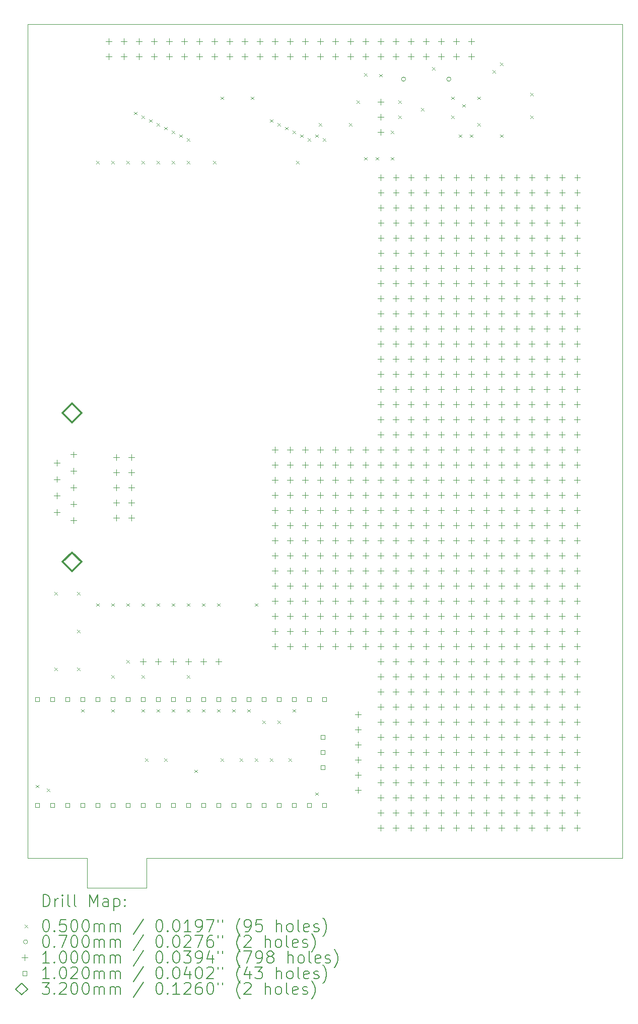
<source format=gbr>
%TF.GenerationSoftware,KiCad,Pcbnew,8.0.4*%
%TF.CreationDate,2024-11-26T20:17:00-06:00*%
%TF.ProjectId,picoMBC,7069636f-4d42-4432-9e6b-696361645f70,rev?*%
%TF.SameCoordinates,Original*%
%TF.FileFunction,Drillmap*%
%TF.FilePolarity,Positive*%
%FSLAX45Y45*%
G04 Gerber Fmt 4.5, Leading zero omitted, Abs format (unit mm)*
G04 Created by KiCad (PCBNEW 8.0.4) date 2024-11-26 20:17:00*
%MOMM*%
%LPD*%
G01*
G04 APERTURE LIST*
%ADD10C,0.050000*%
%ADD11C,0.200000*%
%ADD12C,0.100000*%
%ADD13C,0.102000*%
%ADD14C,0.320000*%
G04 APERTURE END LIST*
D10*
X7240000Y-18280000D02*
X6240000Y-18280000D01*
X5240000Y-3780000D02*
X15240000Y-3780000D01*
X15240000Y-3780000D02*
X15240000Y-17780000D01*
X5240000Y-17780000D02*
X5240000Y-3780000D01*
X15240000Y-17780000D02*
X7240000Y-17780000D01*
X6240000Y-18280000D02*
X6240000Y-17780000D01*
X6240000Y-17780000D02*
X5240000Y-17780000D01*
X7240000Y-17780000D02*
X7240000Y-18280000D01*
D11*
D12*
X5372500Y-16548500D02*
X5422500Y-16598500D01*
X5422500Y-16548500D02*
X5372500Y-16598500D01*
X5563000Y-16612000D02*
X5613000Y-16662000D01*
X5613000Y-16612000D02*
X5563000Y-16662000D01*
X5690000Y-13310000D02*
X5740000Y-13360000D01*
X5740000Y-13310000D02*
X5690000Y-13360000D01*
X5690000Y-14580000D02*
X5740000Y-14630000D01*
X5740000Y-14580000D02*
X5690000Y-14630000D01*
X6071000Y-13310000D02*
X6121000Y-13360000D01*
X6121000Y-13310000D02*
X6071000Y-13360000D01*
X6071000Y-13945000D02*
X6121000Y-13995000D01*
X6121000Y-13945000D02*
X6071000Y-13995000D01*
X6071000Y-14580000D02*
X6121000Y-14630000D01*
X6121000Y-14580000D02*
X6071000Y-14630000D01*
X6134500Y-15278500D02*
X6184500Y-15328500D01*
X6184500Y-15278500D02*
X6134500Y-15328500D01*
X6388500Y-6071000D02*
X6438500Y-6121000D01*
X6438500Y-6071000D02*
X6388500Y-6121000D01*
X6388500Y-13500500D02*
X6438500Y-13550500D01*
X6438500Y-13500500D02*
X6388500Y-13550500D01*
X6642500Y-6071000D02*
X6692500Y-6121000D01*
X6692500Y-6071000D02*
X6642500Y-6121000D01*
X6642500Y-13500500D02*
X6692500Y-13550500D01*
X6692500Y-13500500D02*
X6642500Y-13550500D01*
X6642500Y-14707000D02*
X6692500Y-14757000D01*
X6692500Y-14707000D02*
X6642500Y-14757000D01*
X6642500Y-15278500D02*
X6692500Y-15328500D01*
X6692500Y-15278500D02*
X6642500Y-15328500D01*
X6896500Y-6071000D02*
X6946500Y-6121000D01*
X6946500Y-6071000D02*
X6896500Y-6121000D01*
X6896500Y-13500500D02*
X6946500Y-13550500D01*
X6946500Y-13500500D02*
X6896500Y-13550500D01*
X6896500Y-14453000D02*
X6946500Y-14503000D01*
X6946500Y-14453000D02*
X6896500Y-14503000D01*
X7023500Y-5245500D02*
X7073500Y-5295500D01*
X7073500Y-5245500D02*
X7023500Y-5295500D01*
X7150500Y-5309000D02*
X7200500Y-5359000D01*
X7200500Y-5309000D02*
X7150500Y-5359000D01*
X7150500Y-6071000D02*
X7200500Y-6121000D01*
X7200500Y-6071000D02*
X7150500Y-6121000D01*
X7150500Y-13500500D02*
X7200500Y-13550500D01*
X7200500Y-13500500D02*
X7150500Y-13550500D01*
X7150500Y-14707000D02*
X7200500Y-14757000D01*
X7200500Y-14707000D02*
X7150500Y-14757000D01*
X7150500Y-15278500D02*
X7200500Y-15328500D01*
X7200500Y-15278500D02*
X7150500Y-15328500D01*
X7214000Y-16104000D02*
X7264000Y-16154000D01*
X7264000Y-16104000D02*
X7214000Y-16154000D01*
X7277500Y-5372500D02*
X7327500Y-5422500D01*
X7327500Y-5372500D02*
X7277500Y-5422500D01*
X7404500Y-5436000D02*
X7454500Y-5486000D01*
X7454500Y-5436000D02*
X7404500Y-5486000D01*
X7404500Y-6071000D02*
X7454500Y-6121000D01*
X7454500Y-6071000D02*
X7404500Y-6121000D01*
X7404500Y-13500500D02*
X7454500Y-13550500D01*
X7454500Y-13500500D02*
X7404500Y-13550500D01*
X7404500Y-15278500D02*
X7454500Y-15328500D01*
X7454500Y-15278500D02*
X7404500Y-15328500D01*
X7531500Y-5499500D02*
X7581500Y-5549500D01*
X7581500Y-5499500D02*
X7531500Y-5549500D01*
X7531500Y-16104000D02*
X7581500Y-16154000D01*
X7581500Y-16104000D02*
X7531500Y-16154000D01*
X7658500Y-5563000D02*
X7708500Y-5613000D01*
X7708500Y-5563000D02*
X7658500Y-5613000D01*
X7658500Y-6071000D02*
X7708500Y-6121000D01*
X7708500Y-6071000D02*
X7658500Y-6121000D01*
X7658500Y-13500500D02*
X7708500Y-13550500D01*
X7708500Y-13500500D02*
X7658500Y-13550500D01*
X7658500Y-15278500D02*
X7708500Y-15328500D01*
X7708500Y-15278500D02*
X7658500Y-15328500D01*
X7785500Y-5626500D02*
X7835500Y-5676500D01*
X7835500Y-5626500D02*
X7785500Y-5676500D01*
X7912500Y-5690000D02*
X7962500Y-5740000D01*
X7962500Y-5690000D02*
X7912500Y-5740000D01*
X7912500Y-6071000D02*
X7962500Y-6121000D01*
X7962500Y-6071000D02*
X7912500Y-6121000D01*
X7912500Y-13500500D02*
X7962500Y-13550500D01*
X7962500Y-13500500D02*
X7912500Y-13550500D01*
X7912500Y-14707000D02*
X7962500Y-14757000D01*
X7962500Y-14707000D02*
X7912500Y-14757000D01*
X7912500Y-15278500D02*
X7962500Y-15328500D01*
X7962500Y-15278500D02*
X7912500Y-15328500D01*
X8039500Y-16294500D02*
X8089500Y-16344500D01*
X8089500Y-16294500D02*
X8039500Y-16344500D01*
X8166500Y-13500500D02*
X8216500Y-13550500D01*
X8216500Y-13500500D02*
X8166500Y-13550500D01*
X8166500Y-15278500D02*
X8216500Y-15328500D01*
X8216500Y-15278500D02*
X8166500Y-15328500D01*
X8357000Y-6071000D02*
X8407000Y-6121000D01*
X8407000Y-6071000D02*
X8357000Y-6121000D01*
X8420500Y-13500500D02*
X8470500Y-13550500D01*
X8470500Y-13500500D02*
X8420500Y-13550500D01*
X8420500Y-15278500D02*
X8470500Y-15328500D01*
X8470500Y-15278500D02*
X8420500Y-15328500D01*
X8484000Y-4991500D02*
X8534000Y-5041500D01*
X8534000Y-4991500D02*
X8484000Y-5041500D01*
X8484000Y-16104000D02*
X8534000Y-16154000D01*
X8534000Y-16104000D02*
X8484000Y-16154000D01*
X8674500Y-15278500D02*
X8724500Y-15328500D01*
X8724500Y-15278500D02*
X8674500Y-15328500D01*
X8801500Y-16104000D02*
X8851500Y-16154000D01*
X8851500Y-16104000D02*
X8801500Y-16154000D01*
X8928500Y-15278500D02*
X8978500Y-15328500D01*
X8978500Y-15278500D02*
X8928500Y-15328500D01*
X8992000Y-4991500D02*
X9042000Y-5041500D01*
X9042000Y-4991500D02*
X8992000Y-5041500D01*
X9055500Y-13500500D02*
X9105500Y-13550500D01*
X9105500Y-13500500D02*
X9055500Y-13550500D01*
X9055500Y-16104000D02*
X9105500Y-16154000D01*
X9105500Y-16104000D02*
X9055500Y-16154000D01*
X9182500Y-15469000D02*
X9232500Y-15519000D01*
X9232500Y-15469000D02*
X9182500Y-15519000D01*
X9309500Y-5372500D02*
X9359500Y-5422500D01*
X9359500Y-5372500D02*
X9309500Y-5422500D01*
X9309500Y-16104000D02*
X9359500Y-16154000D01*
X9359500Y-16104000D02*
X9309500Y-16154000D01*
X9436500Y-5436000D02*
X9486500Y-5486000D01*
X9486500Y-5436000D02*
X9436500Y-5486000D01*
X9436500Y-15469000D02*
X9486500Y-15519000D01*
X9486500Y-15469000D02*
X9436500Y-15519000D01*
X9563500Y-5499500D02*
X9613500Y-5549500D01*
X9613500Y-5499500D02*
X9563500Y-5549500D01*
X9627000Y-16104000D02*
X9677000Y-16154000D01*
X9677000Y-16104000D02*
X9627000Y-16154000D01*
X9690500Y-5563000D02*
X9740500Y-5613000D01*
X9740500Y-5563000D02*
X9690500Y-5613000D01*
X9690500Y-15278500D02*
X9740500Y-15328500D01*
X9740500Y-15278500D02*
X9690500Y-15328500D01*
X9754000Y-6071000D02*
X9804000Y-6121000D01*
X9804000Y-6071000D02*
X9754000Y-6121000D01*
X9817500Y-5626500D02*
X9867500Y-5676500D01*
X9867500Y-5626500D02*
X9817500Y-5676500D01*
X9944500Y-5690000D02*
X9994500Y-5740000D01*
X9994500Y-5690000D02*
X9944500Y-5740000D01*
X10071500Y-5626500D02*
X10121500Y-5676500D01*
X10121500Y-5626500D02*
X10071500Y-5676500D01*
X10071500Y-16675500D02*
X10121500Y-16725500D01*
X10121500Y-16675500D02*
X10071500Y-16725500D01*
X10135000Y-5436000D02*
X10185000Y-5486000D01*
X10185000Y-5436000D02*
X10135000Y-5486000D01*
X10198500Y-5690000D02*
X10248500Y-5740000D01*
X10248500Y-5690000D02*
X10198500Y-5740000D01*
X10643000Y-5436000D02*
X10693000Y-5486000D01*
X10693000Y-5436000D02*
X10643000Y-5486000D01*
X10770000Y-5055000D02*
X10820000Y-5105000D01*
X10820000Y-5055000D02*
X10770000Y-5105000D01*
X10897000Y-4597800D02*
X10947000Y-4647800D01*
X10947000Y-4597800D02*
X10897000Y-4647800D01*
X10897000Y-6007500D02*
X10947000Y-6057500D01*
X10947000Y-6007500D02*
X10897000Y-6057500D01*
X11087500Y-6007500D02*
X11137500Y-6057500D01*
X11137500Y-6007500D02*
X11087500Y-6057500D01*
X11151000Y-4610500D02*
X11201000Y-4660500D01*
X11201000Y-4610500D02*
X11151000Y-4660500D01*
X11341500Y-5563000D02*
X11391500Y-5613000D01*
X11391500Y-5563000D02*
X11341500Y-5613000D01*
X11341500Y-6007500D02*
X11391500Y-6057500D01*
X11391500Y-6007500D02*
X11341500Y-6057500D01*
X11468500Y-5055000D02*
X11518500Y-5105000D01*
X11518500Y-5055000D02*
X11468500Y-5105000D01*
X11468500Y-5309000D02*
X11518500Y-5359000D01*
X11518500Y-5309000D02*
X11468500Y-5359000D01*
X11849500Y-5182000D02*
X11899500Y-5232000D01*
X11899500Y-5182000D02*
X11849500Y-5232000D01*
X12040000Y-4496200D02*
X12090000Y-4546200D01*
X12090000Y-4496200D02*
X12040000Y-4546200D01*
X12357500Y-4991500D02*
X12407500Y-5041500D01*
X12407500Y-4991500D02*
X12357500Y-5041500D01*
X12357500Y-5309000D02*
X12407500Y-5359000D01*
X12407500Y-5309000D02*
X12357500Y-5359000D01*
X12484500Y-5626500D02*
X12534500Y-5676500D01*
X12534500Y-5626500D02*
X12484500Y-5676500D01*
X12548000Y-5118500D02*
X12598000Y-5168500D01*
X12598000Y-5118500D02*
X12548000Y-5168500D01*
X12675000Y-5626500D02*
X12725000Y-5676500D01*
X12725000Y-5626500D02*
X12675000Y-5676500D01*
X12802000Y-4991500D02*
X12852000Y-5041500D01*
X12852000Y-4991500D02*
X12802000Y-5041500D01*
X12802000Y-5436000D02*
X12852000Y-5486000D01*
X12852000Y-5436000D02*
X12802000Y-5486000D01*
X13056000Y-4547000D02*
X13106000Y-4597000D01*
X13106000Y-4547000D02*
X13056000Y-4597000D01*
X13183000Y-4420000D02*
X13233000Y-4470000D01*
X13233000Y-4420000D02*
X13183000Y-4470000D01*
X13183000Y-5626500D02*
X13233000Y-5676500D01*
X13233000Y-5626500D02*
X13183000Y-5676500D01*
X13691000Y-4928000D02*
X13741000Y-4978000D01*
X13741000Y-4928000D02*
X13691000Y-4978000D01*
X13691000Y-5309000D02*
X13741000Y-5359000D01*
X13741000Y-5309000D02*
X13691000Y-5359000D01*
X11592000Y-4699000D02*
G75*
G02*
X11522000Y-4699000I-35000J0D01*
G01*
X11522000Y-4699000D02*
G75*
G02*
X11592000Y-4699000I35000J0D01*
G01*
X12354000Y-4699000D02*
G75*
G02*
X12284000Y-4699000I-35000J0D01*
G01*
X12284000Y-4699000D02*
G75*
G02*
X12354000Y-4699000I35000J0D01*
G01*
X5727533Y-11090500D02*
X5727533Y-11190500D01*
X5677533Y-11140500D02*
X5777533Y-11140500D01*
X5727533Y-11367500D02*
X5727533Y-11467500D01*
X5677533Y-11417500D02*
X5777533Y-11417500D01*
X5727533Y-11644500D02*
X5727533Y-11744500D01*
X5677533Y-11694500D02*
X5777533Y-11694500D01*
X5727533Y-11921500D02*
X5727533Y-12021500D01*
X5677533Y-11971500D02*
X5777533Y-11971500D01*
X6011533Y-10952000D02*
X6011533Y-11052000D01*
X5961533Y-11002000D02*
X6061533Y-11002000D01*
X6011533Y-11229000D02*
X6011533Y-11329000D01*
X5961533Y-11279000D02*
X6061533Y-11279000D01*
X6011533Y-11506000D02*
X6011533Y-11606000D01*
X5961533Y-11556000D02*
X6061533Y-11556000D01*
X6011533Y-11783000D02*
X6011533Y-11883000D01*
X5961533Y-11833000D02*
X6061533Y-11833000D01*
X6011533Y-12060000D02*
X6011533Y-12160000D01*
X5961533Y-12110000D02*
X6061533Y-12110000D01*
X6604000Y-4014000D02*
X6604000Y-4114000D01*
X6554000Y-4064000D02*
X6654000Y-4064000D01*
X6604000Y-4268000D02*
X6604000Y-4368000D01*
X6554000Y-4318000D02*
X6654000Y-4318000D01*
X6730500Y-10999500D02*
X6730500Y-11099500D01*
X6680500Y-11049500D02*
X6780500Y-11049500D01*
X6730500Y-11253500D02*
X6730500Y-11353500D01*
X6680500Y-11303500D02*
X6780500Y-11303500D01*
X6730500Y-11507500D02*
X6730500Y-11607500D01*
X6680500Y-11557500D02*
X6780500Y-11557500D01*
X6730500Y-11761500D02*
X6730500Y-11861500D01*
X6680500Y-11811500D02*
X6780500Y-11811500D01*
X6730500Y-12015500D02*
X6730500Y-12115500D01*
X6680500Y-12065500D02*
X6780500Y-12065500D01*
X6858000Y-4014000D02*
X6858000Y-4114000D01*
X6808000Y-4064000D02*
X6908000Y-4064000D01*
X6858000Y-4268000D02*
X6858000Y-4368000D01*
X6808000Y-4318000D02*
X6908000Y-4318000D01*
X6984500Y-10999500D02*
X6984500Y-11099500D01*
X6934500Y-11049500D02*
X7034500Y-11049500D01*
X6984500Y-11253500D02*
X6984500Y-11353500D01*
X6934500Y-11303500D02*
X7034500Y-11303500D01*
X6984500Y-11507500D02*
X6984500Y-11607500D01*
X6934500Y-11557500D02*
X7034500Y-11557500D01*
X6984500Y-11761500D02*
X6984500Y-11861500D01*
X6934500Y-11811500D02*
X7034500Y-11811500D01*
X6984500Y-12015500D02*
X6984500Y-12115500D01*
X6934500Y-12065500D02*
X7034500Y-12065500D01*
X7112000Y-4014000D02*
X7112000Y-4114000D01*
X7062000Y-4064000D02*
X7162000Y-4064000D01*
X7112000Y-4268000D02*
X7112000Y-4368000D01*
X7062000Y-4318000D02*
X7162000Y-4318000D01*
X7175500Y-14428000D02*
X7175500Y-14528000D01*
X7125500Y-14478000D02*
X7225500Y-14478000D01*
X7366000Y-4014000D02*
X7366000Y-4114000D01*
X7316000Y-4064000D02*
X7416000Y-4064000D01*
X7366000Y-4268000D02*
X7366000Y-4368000D01*
X7316000Y-4318000D02*
X7416000Y-4318000D01*
X7429500Y-14428000D02*
X7429500Y-14528000D01*
X7379500Y-14478000D02*
X7479500Y-14478000D01*
X7620000Y-4014000D02*
X7620000Y-4114000D01*
X7570000Y-4064000D02*
X7670000Y-4064000D01*
X7620000Y-4268000D02*
X7620000Y-4368000D01*
X7570000Y-4318000D02*
X7670000Y-4318000D01*
X7683500Y-14428000D02*
X7683500Y-14528000D01*
X7633500Y-14478000D02*
X7733500Y-14478000D01*
X7874000Y-4014000D02*
X7874000Y-4114000D01*
X7824000Y-4064000D02*
X7924000Y-4064000D01*
X7874000Y-4268000D02*
X7874000Y-4368000D01*
X7824000Y-4318000D02*
X7924000Y-4318000D01*
X7937500Y-14428000D02*
X7937500Y-14528000D01*
X7887500Y-14478000D02*
X7987500Y-14478000D01*
X8128000Y-4014000D02*
X8128000Y-4114000D01*
X8078000Y-4064000D02*
X8178000Y-4064000D01*
X8128000Y-4268000D02*
X8128000Y-4368000D01*
X8078000Y-4318000D02*
X8178000Y-4318000D01*
X8191500Y-14428000D02*
X8191500Y-14528000D01*
X8141500Y-14478000D02*
X8241500Y-14478000D01*
X8382000Y-4014000D02*
X8382000Y-4114000D01*
X8332000Y-4064000D02*
X8432000Y-4064000D01*
X8382000Y-4268000D02*
X8382000Y-4368000D01*
X8332000Y-4318000D02*
X8432000Y-4318000D01*
X8445500Y-14428000D02*
X8445500Y-14528000D01*
X8395500Y-14478000D02*
X8495500Y-14478000D01*
X8636000Y-4014000D02*
X8636000Y-4114000D01*
X8586000Y-4064000D02*
X8686000Y-4064000D01*
X8636000Y-4268000D02*
X8636000Y-4368000D01*
X8586000Y-4318000D02*
X8686000Y-4318000D01*
X8890000Y-4014000D02*
X8890000Y-4114000D01*
X8840000Y-4064000D02*
X8940000Y-4064000D01*
X8890000Y-4268000D02*
X8890000Y-4368000D01*
X8840000Y-4318000D02*
X8940000Y-4318000D01*
X9144000Y-4014000D02*
X9144000Y-4114000D01*
X9094000Y-4064000D02*
X9194000Y-4064000D01*
X9144000Y-4268000D02*
X9144000Y-4368000D01*
X9094000Y-4318000D02*
X9194000Y-4318000D01*
X9398000Y-4014000D02*
X9398000Y-4114000D01*
X9348000Y-4064000D02*
X9448000Y-4064000D01*
X9398000Y-4268000D02*
X9398000Y-4368000D01*
X9348000Y-4318000D02*
X9448000Y-4318000D01*
X9398000Y-10872000D02*
X9398000Y-10972000D01*
X9348000Y-10922000D02*
X9448000Y-10922000D01*
X9398000Y-11126000D02*
X9398000Y-11226000D01*
X9348000Y-11176000D02*
X9448000Y-11176000D01*
X9398000Y-11380000D02*
X9398000Y-11480000D01*
X9348000Y-11430000D02*
X9448000Y-11430000D01*
X9398000Y-11634000D02*
X9398000Y-11734000D01*
X9348000Y-11684000D02*
X9448000Y-11684000D01*
X9398000Y-11888000D02*
X9398000Y-11988000D01*
X9348000Y-11938000D02*
X9448000Y-11938000D01*
X9398000Y-12142000D02*
X9398000Y-12242000D01*
X9348000Y-12192000D02*
X9448000Y-12192000D01*
X9398000Y-12396000D02*
X9398000Y-12496000D01*
X9348000Y-12446000D02*
X9448000Y-12446000D01*
X9398000Y-12650000D02*
X9398000Y-12750000D01*
X9348000Y-12700000D02*
X9448000Y-12700000D01*
X9398000Y-12904000D02*
X9398000Y-13004000D01*
X9348000Y-12954000D02*
X9448000Y-12954000D01*
X9398000Y-13158000D02*
X9398000Y-13258000D01*
X9348000Y-13208000D02*
X9448000Y-13208000D01*
X9398000Y-13412000D02*
X9398000Y-13512000D01*
X9348000Y-13462000D02*
X9448000Y-13462000D01*
X9398000Y-13666000D02*
X9398000Y-13766000D01*
X9348000Y-13716000D02*
X9448000Y-13716000D01*
X9398000Y-13920000D02*
X9398000Y-14020000D01*
X9348000Y-13970000D02*
X9448000Y-13970000D01*
X9398000Y-14174000D02*
X9398000Y-14274000D01*
X9348000Y-14224000D02*
X9448000Y-14224000D01*
X9652000Y-4014000D02*
X9652000Y-4114000D01*
X9602000Y-4064000D02*
X9702000Y-4064000D01*
X9652000Y-4268000D02*
X9652000Y-4368000D01*
X9602000Y-4318000D02*
X9702000Y-4318000D01*
X9652000Y-10872000D02*
X9652000Y-10972000D01*
X9602000Y-10922000D02*
X9702000Y-10922000D01*
X9652000Y-11126000D02*
X9652000Y-11226000D01*
X9602000Y-11176000D02*
X9702000Y-11176000D01*
X9652000Y-11380000D02*
X9652000Y-11480000D01*
X9602000Y-11430000D02*
X9702000Y-11430000D01*
X9652000Y-11634000D02*
X9652000Y-11734000D01*
X9602000Y-11684000D02*
X9702000Y-11684000D01*
X9652000Y-11888000D02*
X9652000Y-11988000D01*
X9602000Y-11938000D02*
X9702000Y-11938000D01*
X9652000Y-12142000D02*
X9652000Y-12242000D01*
X9602000Y-12192000D02*
X9702000Y-12192000D01*
X9652000Y-12396000D02*
X9652000Y-12496000D01*
X9602000Y-12446000D02*
X9702000Y-12446000D01*
X9652000Y-12650000D02*
X9652000Y-12750000D01*
X9602000Y-12700000D02*
X9702000Y-12700000D01*
X9652000Y-12904000D02*
X9652000Y-13004000D01*
X9602000Y-12954000D02*
X9702000Y-12954000D01*
X9652000Y-13158000D02*
X9652000Y-13258000D01*
X9602000Y-13208000D02*
X9702000Y-13208000D01*
X9652000Y-13412000D02*
X9652000Y-13512000D01*
X9602000Y-13462000D02*
X9702000Y-13462000D01*
X9652000Y-13666000D02*
X9652000Y-13766000D01*
X9602000Y-13716000D02*
X9702000Y-13716000D01*
X9652000Y-13920000D02*
X9652000Y-14020000D01*
X9602000Y-13970000D02*
X9702000Y-13970000D01*
X9652000Y-14174000D02*
X9652000Y-14274000D01*
X9602000Y-14224000D02*
X9702000Y-14224000D01*
X9906000Y-11126000D02*
X9906000Y-11226000D01*
X9856000Y-11176000D02*
X9956000Y-11176000D01*
X9906000Y-11634000D02*
X9906000Y-11734000D01*
X9856000Y-11684000D02*
X9956000Y-11684000D01*
X9906000Y-12142000D02*
X9906000Y-12242000D01*
X9856000Y-12192000D02*
X9956000Y-12192000D01*
X9906000Y-12650000D02*
X9906000Y-12750000D01*
X9856000Y-12700000D02*
X9956000Y-12700000D01*
X9906000Y-13158000D02*
X9906000Y-13258000D01*
X9856000Y-13208000D02*
X9956000Y-13208000D01*
X9906000Y-13666000D02*
X9906000Y-13766000D01*
X9856000Y-13716000D02*
X9956000Y-13716000D01*
X9906000Y-14174000D02*
X9906000Y-14274000D01*
X9856000Y-14224000D02*
X9956000Y-14224000D01*
X9906000Y-4014000D02*
X9906000Y-4114000D01*
X9856000Y-4064000D02*
X9956000Y-4064000D01*
X9906000Y-4268000D02*
X9906000Y-4368000D01*
X9856000Y-4318000D02*
X9956000Y-4318000D01*
X9906000Y-10872000D02*
X9906000Y-10972000D01*
X9856000Y-10922000D02*
X9956000Y-10922000D01*
X9906000Y-11380000D02*
X9906000Y-11480000D01*
X9856000Y-11430000D02*
X9956000Y-11430000D01*
X9906000Y-11888000D02*
X9906000Y-11988000D01*
X9856000Y-11938000D02*
X9956000Y-11938000D01*
X9906000Y-12396000D02*
X9906000Y-12496000D01*
X9856000Y-12446000D02*
X9956000Y-12446000D01*
X9906000Y-12904000D02*
X9906000Y-13004000D01*
X9856000Y-12954000D02*
X9956000Y-12954000D01*
X9906000Y-13412000D02*
X9906000Y-13512000D01*
X9856000Y-13462000D02*
X9956000Y-13462000D01*
X9906000Y-13920000D02*
X9906000Y-14020000D01*
X9856000Y-13970000D02*
X9956000Y-13970000D01*
X10160000Y-4014000D02*
X10160000Y-4114000D01*
X10110000Y-4064000D02*
X10210000Y-4064000D01*
X10160000Y-4268000D02*
X10160000Y-4368000D01*
X10110000Y-4318000D02*
X10210000Y-4318000D01*
X10160000Y-10872000D02*
X10160000Y-10972000D01*
X10110000Y-10922000D02*
X10210000Y-10922000D01*
X10160000Y-11126000D02*
X10160000Y-11226000D01*
X10110000Y-11176000D02*
X10210000Y-11176000D01*
X10160000Y-11380000D02*
X10160000Y-11480000D01*
X10110000Y-11430000D02*
X10210000Y-11430000D01*
X10160000Y-11634000D02*
X10160000Y-11734000D01*
X10110000Y-11684000D02*
X10210000Y-11684000D01*
X10160000Y-11888000D02*
X10160000Y-11988000D01*
X10110000Y-11938000D02*
X10210000Y-11938000D01*
X10160000Y-12142000D02*
X10160000Y-12242000D01*
X10110000Y-12192000D02*
X10210000Y-12192000D01*
X10160000Y-12396000D02*
X10160000Y-12496000D01*
X10110000Y-12446000D02*
X10210000Y-12446000D01*
X10160000Y-12650000D02*
X10160000Y-12750000D01*
X10110000Y-12700000D02*
X10210000Y-12700000D01*
X10160000Y-12904000D02*
X10160000Y-13004000D01*
X10110000Y-12954000D02*
X10210000Y-12954000D01*
X10160000Y-13158000D02*
X10160000Y-13258000D01*
X10110000Y-13208000D02*
X10210000Y-13208000D01*
X10160000Y-13412000D02*
X10160000Y-13512000D01*
X10110000Y-13462000D02*
X10210000Y-13462000D01*
X10160000Y-13666000D02*
X10160000Y-13766000D01*
X10110000Y-13716000D02*
X10210000Y-13716000D01*
X10160000Y-13920000D02*
X10160000Y-14020000D01*
X10110000Y-13970000D02*
X10210000Y-13970000D01*
X10160000Y-14174000D02*
X10160000Y-14274000D01*
X10110000Y-14224000D02*
X10210000Y-14224000D01*
X10414000Y-4014000D02*
X10414000Y-4114000D01*
X10364000Y-4064000D02*
X10464000Y-4064000D01*
X10414000Y-4268000D02*
X10414000Y-4368000D01*
X10364000Y-4318000D02*
X10464000Y-4318000D01*
X10414000Y-10872000D02*
X10414000Y-10972000D01*
X10364000Y-10922000D02*
X10464000Y-10922000D01*
X10414000Y-11126000D02*
X10414000Y-11226000D01*
X10364000Y-11176000D02*
X10464000Y-11176000D01*
X10414000Y-11380000D02*
X10414000Y-11480000D01*
X10364000Y-11430000D02*
X10464000Y-11430000D01*
X10414000Y-11634000D02*
X10414000Y-11734000D01*
X10364000Y-11684000D02*
X10464000Y-11684000D01*
X10414000Y-11888000D02*
X10414000Y-11988000D01*
X10364000Y-11938000D02*
X10464000Y-11938000D01*
X10414000Y-12142000D02*
X10414000Y-12242000D01*
X10364000Y-12192000D02*
X10464000Y-12192000D01*
X10414000Y-12396000D02*
X10414000Y-12496000D01*
X10364000Y-12446000D02*
X10464000Y-12446000D01*
X10414000Y-12650000D02*
X10414000Y-12750000D01*
X10364000Y-12700000D02*
X10464000Y-12700000D01*
X10414000Y-12904000D02*
X10414000Y-13004000D01*
X10364000Y-12954000D02*
X10464000Y-12954000D01*
X10414000Y-13158000D02*
X10414000Y-13258000D01*
X10364000Y-13208000D02*
X10464000Y-13208000D01*
X10414000Y-13412000D02*
X10414000Y-13512000D01*
X10364000Y-13462000D02*
X10464000Y-13462000D01*
X10414000Y-13666000D02*
X10414000Y-13766000D01*
X10364000Y-13716000D02*
X10464000Y-13716000D01*
X10414000Y-13920000D02*
X10414000Y-14020000D01*
X10364000Y-13970000D02*
X10464000Y-13970000D01*
X10414000Y-14174000D02*
X10414000Y-14274000D01*
X10364000Y-14224000D02*
X10464000Y-14224000D01*
X10668000Y-4014000D02*
X10668000Y-4114000D01*
X10618000Y-4064000D02*
X10718000Y-4064000D01*
X10668000Y-4268000D02*
X10668000Y-4368000D01*
X10618000Y-4318000D02*
X10718000Y-4318000D01*
X10668000Y-10872000D02*
X10668000Y-10972000D01*
X10618000Y-10922000D02*
X10718000Y-10922000D01*
X10668000Y-11126000D02*
X10668000Y-11226000D01*
X10618000Y-11176000D02*
X10718000Y-11176000D01*
X10668000Y-11380000D02*
X10668000Y-11480000D01*
X10618000Y-11430000D02*
X10718000Y-11430000D01*
X10668000Y-11634000D02*
X10668000Y-11734000D01*
X10618000Y-11684000D02*
X10718000Y-11684000D01*
X10668000Y-11888000D02*
X10668000Y-11988000D01*
X10618000Y-11938000D02*
X10718000Y-11938000D01*
X10668000Y-12142000D02*
X10668000Y-12242000D01*
X10618000Y-12192000D02*
X10718000Y-12192000D01*
X10668000Y-12396000D02*
X10668000Y-12496000D01*
X10618000Y-12446000D02*
X10718000Y-12446000D01*
X10668000Y-12650000D02*
X10668000Y-12750000D01*
X10618000Y-12700000D02*
X10718000Y-12700000D01*
X10668000Y-12904000D02*
X10668000Y-13004000D01*
X10618000Y-12954000D02*
X10718000Y-12954000D01*
X10668000Y-13158000D02*
X10668000Y-13258000D01*
X10618000Y-13208000D02*
X10718000Y-13208000D01*
X10668000Y-13412000D02*
X10668000Y-13512000D01*
X10618000Y-13462000D02*
X10718000Y-13462000D01*
X10668000Y-13666000D02*
X10668000Y-13766000D01*
X10618000Y-13716000D02*
X10718000Y-13716000D01*
X10668000Y-13920000D02*
X10668000Y-14020000D01*
X10618000Y-13970000D02*
X10718000Y-13970000D01*
X10668000Y-14174000D02*
X10668000Y-14274000D01*
X10618000Y-14224000D02*
X10718000Y-14224000D01*
X10795000Y-15317000D02*
X10795000Y-15417000D01*
X10745000Y-15367000D02*
X10845000Y-15367000D01*
X10795000Y-15571000D02*
X10795000Y-15671000D01*
X10745000Y-15621000D02*
X10845000Y-15621000D01*
X10795000Y-15825000D02*
X10795000Y-15925000D01*
X10745000Y-15875000D02*
X10845000Y-15875000D01*
X10795000Y-16079000D02*
X10795000Y-16179000D01*
X10745000Y-16129000D02*
X10845000Y-16129000D01*
X10795000Y-16333000D02*
X10795000Y-16433000D01*
X10745000Y-16383000D02*
X10845000Y-16383000D01*
X10795000Y-16587000D02*
X10795000Y-16687000D01*
X10745000Y-16637000D02*
X10845000Y-16637000D01*
X10922000Y-4014000D02*
X10922000Y-4114000D01*
X10872000Y-4064000D02*
X10972000Y-4064000D01*
X10922000Y-4268000D02*
X10922000Y-4368000D01*
X10872000Y-4318000D02*
X10972000Y-4318000D01*
X10922000Y-10872000D02*
X10922000Y-10972000D01*
X10872000Y-10922000D02*
X10972000Y-10922000D01*
X10922000Y-11126000D02*
X10922000Y-11226000D01*
X10872000Y-11176000D02*
X10972000Y-11176000D01*
X10922000Y-11380000D02*
X10922000Y-11480000D01*
X10872000Y-11430000D02*
X10972000Y-11430000D01*
X10922000Y-11634000D02*
X10922000Y-11734000D01*
X10872000Y-11684000D02*
X10972000Y-11684000D01*
X10922000Y-11888000D02*
X10922000Y-11988000D01*
X10872000Y-11938000D02*
X10972000Y-11938000D01*
X10922000Y-12142000D02*
X10922000Y-12242000D01*
X10872000Y-12192000D02*
X10972000Y-12192000D01*
X10922000Y-12396000D02*
X10922000Y-12496000D01*
X10872000Y-12446000D02*
X10972000Y-12446000D01*
X10922000Y-12650000D02*
X10922000Y-12750000D01*
X10872000Y-12700000D02*
X10972000Y-12700000D01*
X10922000Y-12904000D02*
X10922000Y-13004000D01*
X10872000Y-12954000D02*
X10972000Y-12954000D01*
X10922000Y-13158000D02*
X10922000Y-13258000D01*
X10872000Y-13208000D02*
X10972000Y-13208000D01*
X10922000Y-13412000D02*
X10922000Y-13512000D01*
X10872000Y-13462000D02*
X10972000Y-13462000D01*
X10922000Y-13666000D02*
X10922000Y-13766000D01*
X10872000Y-13716000D02*
X10972000Y-13716000D01*
X10922000Y-13920000D02*
X10922000Y-14020000D01*
X10872000Y-13970000D02*
X10972000Y-13970000D01*
X10922000Y-14174000D02*
X10922000Y-14274000D01*
X10872000Y-14224000D02*
X10972000Y-14224000D01*
X11176000Y-4014000D02*
X11176000Y-4114000D01*
X11126000Y-4064000D02*
X11226000Y-4064000D01*
X11176000Y-4268000D02*
X11176000Y-4368000D01*
X11126000Y-4318000D02*
X11226000Y-4318000D01*
X11176000Y-5030000D02*
X11176000Y-5130000D01*
X11126000Y-5080000D02*
X11226000Y-5080000D01*
X11176000Y-5284000D02*
X11176000Y-5384000D01*
X11126000Y-5334000D02*
X11226000Y-5334000D01*
X11176000Y-5538000D02*
X11176000Y-5638000D01*
X11126000Y-5588000D02*
X11226000Y-5588000D01*
X11176000Y-7824000D02*
X11176000Y-7924000D01*
X11126000Y-7874000D02*
X11226000Y-7874000D01*
X11176000Y-8078000D02*
X11176000Y-8178000D01*
X11126000Y-8128000D02*
X11226000Y-8128000D01*
X11176000Y-8332000D02*
X11176000Y-8432000D01*
X11126000Y-8382000D02*
X11226000Y-8382000D01*
X11176000Y-8586000D02*
X11176000Y-8686000D01*
X11126000Y-8636000D02*
X11226000Y-8636000D01*
X11176000Y-8840000D02*
X11176000Y-8940000D01*
X11126000Y-8890000D02*
X11226000Y-8890000D01*
X11176000Y-9094000D02*
X11176000Y-9194000D01*
X11126000Y-9144000D02*
X11226000Y-9144000D01*
X11176000Y-9348000D02*
X11176000Y-9448000D01*
X11126000Y-9398000D02*
X11226000Y-9398000D01*
X11176000Y-9602000D02*
X11176000Y-9702000D01*
X11126000Y-9652000D02*
X11226000Y-9652000D01*
X11176000Y-9856000D02*
X11176000Y-9956000D01*
X11126000Y-9906000D02*
X11226000Y-9906000D01*
X11176000Y-10110000D02*
X11176000Y-10210000D01*
X11126000Y-10160000D02*
X11226000Y-10160000D01*
X11176000Y-10364000D02*
X11176000Y-10464000D01*
X11126000Y-10414000D02*
X11226000Y-10414000D01*
X11176000Y-10618000D02*
X11176000Y-10718000D01*
X11126000Y-10668000D02*
X11226000Y-10668000D01*
X11176000Y-10872000D02*
X11176000Y-10972000D01*
X11126000Y-10922000D02*
X11226000Y-10922000D01*
X11176000Y-11126000D02*
X11176000Y-11226000D01*
X11126000Y-11176000D02*
X11226000Y-11176000D01*
X11176000Y-11380000D02*
X11176000Y-11480000D01*
X11126000Y-11430000D02*
X11226000Y-11430000D01*
X11176000Y-11634000D02*
X11176000Y-11734000D01*
X11126000Y-11684000D02*
X11226000Y-11684000D01*
X11176000Y-11888000D02*
X11176000Y-11988000D01*
X11126000Y-11938000D02*
X11226000Y-11938000D01*
X11176000Y-12142000D02*
X11176000Y-12242000D01*
X11126000Y-12192000D02*
X11226000Y-12192000D01*
X11176000Y-12396000D02*
X11176000Y-12496000D01*
X11126000Y-12446000D02*
X11226000Y-12446000D01*
X11176000Y-12650000D02*
X11176000Y-12750000D01*
X11126000Y-12700000D02*
X11226000Y-12700000D01*
X11176000Y-12904000D02*
X11176000Y-13004000D01*
X11126000Y-12954000D02*
X11226000Y-12954000D01*
X11176000Y-13158000D02*
X11176000Y-13258000D01*
X11126000Y-13208000D02*
X11226000Y-13208000D01*
X11176000Y-13412000D02*
X11176000Y-13512000D01*
X11126000Y-13462000D02*
X11226000Y-13462000D01*
X11176000Y-13666000D02*
X11176000Y-13766000D01*
X11126000Y-13716000D02*
X11226000Y-13716000D01*
X11176000Y-13920000D02*
X11176000Y-14020000D01*
X11126000Y-13970000D02*
X11226000Y-13970000D01*
X11176000Y-14174000D02*
X11176000Y-14274000D01*
X11126000Y-14224000D02*
X11226000Y-14224000D01*
X11176000Y-14428000D02*
X11176000Y-14528000D01*
X11126000Y-14478000D02*
X11226000Y-14478000D01*
X11176000Y-14682000D02*
X11176000Y-14782000D01*
X11126000Y-14732000D02*
X11226000Y-14732000D01*
X11176000Y-14936000D02*
X11176000Y-15036000D01*
X11126000Y-14986000D02*
X11226000Y-14986000D01*
X11176000Y-15190000D02*
X11176000Y-15290000D01*
X11126000Y-15240000D02*
X11226000Y-15240000D01*
X11176000Y-15444000D02*
X11176000Y-15544000D01*
X11126000Y-15494000D02*
X11226000Y-15494000D01*
X11176000Y-15698000D02*
X11176000Y-15798000D01*
X11126000Y-15748000D02*
X11226000Y-15748000D01*
X11176000Y-15952000D02*
X11176000Y-16052000D01*
X11126000Y-16002000D02*
X11226000Y-16002000D01*
X11176000Y-16206000D02*
X11176000Y-16306000D01*
X11126000Y-16256000D02*
X11226000Y-16256000D01*
X11176000Y-16460000D02*
X11176000Y-16560000D01*
X11126000Y-16510000D02*
X11226000Y-16510000D01*
X11176000Y-16714000D02*
X11176000Y-16814000D01*
X11126000Y-16764000D02*
X11226000Y-16764000D01*
X11176000Y-16968000D02*
X11176000Y-17068000D01*
X11126000Y-17018000D02*
X11226000Y-17018000D01*
X11176000Y-17222000D02*
X11176000Y-17322000D01*
X11126000Y-17272000D02*
X11226000Y-17272000D01*
X11177000Y-6300500D02*
X11177000Y-6400500D01*
X11127000Y-6350500D02*
X11227000Y-6350500D01*
X11177000Y-6554500D02*
X11177000Y-6654500D01*
X11127000Y-6604500D02*
X11227000Y-6604500D01*
X11177000Y-6808500D02*
X11177000Y-6908500D01*
X11127000Y-6858500D02*
X11227000Y-6858500D01*
X11177000Y-7062500D02*
X11177000Y-7162500D01*
X11127000Y-7112500D02*
X11227000Y-7112500D01*
X11177000Y-7316500D02*
X11177000Y-7416500D01*
X11127000Y-7366500D02*
X11227000Y-7366500D01*
X11177000Y-7570500D02*
X11177000Y-7670500D01*
X11127000Y-7620500D02*
X11227000Y-7620500D01*
X11430000Y-4014000D02*
X11430000Y-4114000D01*
X11380000Y-4064000D02*
X11480000Y-4064000D01*
X11430000Y-4268000D02*
X11430000Y-4368000D01*
X11380000Y-4318000D02*
X11480000Y-4318000D01*
X11430000Y-7824000D02*
X11430000Y-7924000D01*
X11380000Y-7874000D02*
X11480000Y-7874000D01*
X11430000Y-8078000D02*
X11430000Y-8178000D01*
X11380000Y-8128000D02*
X11480000Y-8128000D01*
X11430000Y-8332000D02*
X11430000Y-8432000D01*
X11380000Y-8382000D02*
X11480000Y-8382000D01*
X11430000Y-8586000D02*
X11430000Y-8686000D01*
X11380000Y-8636000D02*
X11480000Y-8636000D01*
X11430000Y-8840000D02*
X11430000Y-8940000D01*
X11380000Y-8890000D02*
X11480000Y-8890000D01*
X11430000Y-9094000D02*
X11430000Y-9194000D01*
X11380000Y-9144000D02*
X11480000Y-9144000D01*
X11430000Y-9348000D02*
X11430000Y-9448000D01*
X11380000Y-9398000D02*
X11480000Y-9398000D01*
X11430000Y-9602000D02*
X11430000Y-9702000D01*
X11380000Y-9652000D02*
X11480000Y-9652000D01*
X11430000Y-9856000D02*
X11430000Y-9956000D01*
X11380000Y-9906000D02*
X11480000Y-9906000D01*
X11430000Y-10110000D02*
X11430000Y-10210000D01*
X11380000Y-10160000D02*
X11480000Y-10160000D01*
X11430000Y-10364000D02*
X11430000Y-10464000D01*
X11380000Y-10414000D02*
X11480000Y-10414000D01*
X11430000Y-10618000D02*
X11430000Y-10718000D01*
X11380000Y-10668000D02*
X11480000Y-10668000D01*
X11430000Y-10872000D02*
X11430000Y-10972000D01*
X11380000Y-10922000D02*
X11480000Y-10922000D01*
X11430000Y-11126000D02*
X11430000Y-11226000D01*
X11380000Y-11176000D02*
X11480000Y-11176000D01*
X11430000Y-11380000D02*
X11430000Y-11480000D01*
X11380000Y-11430000D02*
X11480000Y-11430000D01*
X11430000Y-11634000D02*
X11430000Y-11734000D01*
X11380000Y-11684000D02*
X11480000Y-11684000D01*
X11430000Y-11888000D02*
X11430000Y-11988000D01*
X11380000Y-11938000D02*
X11480000Y-11938000D01*
X11430000Y-12142000D02*
X11430000Y-12242000D01*
X11380000Y-12192000D02*
X11480000Y-12192000D01*
X11430000Y-12396000D02*
X11430000Y-12496000D01*
X11380000Y-12446000D02*
X11480000Y-12446000D01*
X11430000Y-12650000D02*
X11430000Y-12750000D01*
X11380000Y-12700000D02*
X11480000Y-12700000D01*
X11430000Y-12904000D02*
X11430000Y-13004000D01*
X11380000Y-12954000D02*
X11480000Y-12954000D01*
X11430000Y-13158000D02*
X11430000Y-13258000D01*
X11380000Y-13208000D02*
X11480000Y-13208000D01*
X11430000Y-13412000D02*
X11430000Y-13512000D01*
X11380000Y-13462000D02*
X11480000Y-13462000D01*
X11430000Y-13666000D02*
X11430000Y-13766000D01*
X11380000Y-13716000D02*
X11480000Y-13716000D01*
X11430000Y-13920000D02*
X11430000Y-14020000D01*
X11380000Y-13970000D02*
X11480000Y-13970000D01*
X11430000Y-14174000D02*
X11430000Y-14274000D01*
X11380000Y-14224000D02*
X11480000Y-14224000D01*
X11430000Y-14428000D02*
X11430000Y-14528000D01*
X11380000Y-14478000D02*
X11480000Y-14478000D01*
X11430000Y-14682000D02*
X11430000Y-14782000D01*
X11380000Y-14732000D02*
X11480000Y-14732000D01*
X11430000Y-14936000D02*
X11430000Y-15036000D01*
X11380000Y-14986000D02*
X11480000Y-14986000D01*
X11430000Y-15190000D02*
X11430000Y-15290000D01*
X11380000Y-15240000D02*
X11480000Y-15240000D01*
X11430000Y-15444000D02*
X11430000Y-15544000D01*
X11380000Y-15494000D02*
X11480000Y-15494000D01*
X11430000Y-15698000D02*
X11430000Y-15798000D01*
X11380000Y-15748000D02*
X11480000Y-15748000D01*
X11430000Y-15952000D02*
X11430000Y-16052000D01*
X11380000Y-16002000D02*
X11480000Y-16002000D01*
X11430000Y-16206000D02*
X11430000Y-16306000D01*
X11380000Y-16256000D02*
X11480000Y-16256000D01*
X11430000Y-16460000D02*
X11430000Y-16560000D01*
X11380000Y-16510000D02*
X11480000Y-16510000D01*
X11430000Y-16714000D02*
X11430000Y-16814000D01*
X11380000Y-16764000D02*
X11480000Y-16764000D01*
X11430000Y-16968000D02*
X11430000Y-17068000D01*
X11380000Y-17018000D02*
X11480000Y-17018000D01*
X11430000Y-17222000D02*
X11430000Y-17322000D01*
X11380000Y-17272000D02*
X11480000Y-17272000D01*
X11431000Y-6300500D02*
X11431000Y-6400500D01*
X11381000Y-6350500D02*
X11481000Y-6350500D01*
X11431000Y-6554500D02*
X11431000Y-6654500D01*
X11381000Y-6604500D02*
X11481000Y-6604500D01*
X11431000Y-6808500D02*
X11431000Y-6908500D01*
X11381000Y-6858500D02*
X11481000Y-6858500D01*
X11431000Y-7062500D02*
X11431000Y-7162500D01*
X11381000Y-7112500D02*
X11481000Y-7112500D01*
X11431000Y-7316500D02*
X11431000Y-7416500D01*
X11381000Y-7366500D02*
X11481000Y-7366500D01*
X11431000Y-7570500D02*
X11431000Y-7670500D01*
X11381000Y-7620500D02*
X11481000Y-7620500D01*
X11684000Y-8078000D02*
X11684000Y-8178000D01*
X11634000Y-8128000D02*
X11734000Y-8128000D01*
X11684000Y-8586000D02*
X11684000Y-8686000D01*
X11634000Y-8636000D02*
X11734000Y-8636000D01*
X11684000Y-9094000D02*
X11684000Y-9194000D01*
X11634000Y-9144000D02*
X11734000Y-9144000D01*
X11684000Y-9602000D02*
X11684000Y-9702000D01*
X11634000Y-9652000D02*
X11734000Y-9652000D01*
X11684000Y-10110000D02*
X11684000Y-10210000D01*
X11634000Y-10160000D02*
X11734000Y-10160000D01*
X11684000Y-10618000D02*
X11684000Y-10718000D01*
X11634000Y-10668000D02*
X11734000Y-10668000D01*
X11684000Y-11126000D02*
X11684000Y-11226000D01*
X11634000Y-11176000D02*
X11734000Y-11176000D01*
X11684000Y-11634000D02*
X11684000Y-11734000D01*
X11634000Y-11684000D02*
X11734000Y-11684000D01*
X11684000Y-12142000D02*
X11684000Y-12242000D01*
X11634000Y-12192000D02*
X11734000Y-12192000D01*
X11684000Y-12650000D02*
X11684000Y-12750000D01*
X11634000Y-12700000D02*
X11734000Y-12700000D01*
X11684000Y-13158000D02*
X11684000Y-13258000D01*
X11634000Y-13208000D02*
X11734000Y-13208000D01*
X11684000Y-13666000D02*
X11684000Y-13766000D01*
X11634000Y-13716000D02*
X11734000Y-13716000D01*
X11684000Y-14174000D02*
X11684000Y-14274000D01*
X11634000Y-14224000D02*
X11734000Y-14224000D01*
X11684000Y-14682000D02*
X11684000Y-14782000D01*
X11634000Y-14732000D02*
X11734000Y-14732000D01*
X11684000Y-15190000D02*
X11684000Y-15290000D01*
X11634000Y-15240000D02*
X11734000Y-15240000D01*
X11684000Y-15698000D02*
X11684000Y-15798000D01*
X11634000Y-15748000D02*
X11734000Y-15748000D01*
X11684000Y-16206000D02*
X11684000Y-16306000D01*
X11634000Y-16256000D02*
X11734000Y-16256000D01*
X11684000Y-16714000D02*
X11684000Y-16814000D01*
X11634000Y-16764000D02*
X11734000Y-16764000D01*
X11684000Y-17222000D02*
X11684000Y-17322000D01*
X11634000Y-17272000D02*
X11734000Y-17272000D01*
X11684000Y-4014000D02*
X11684000Y-4114000D01*
X11634000Y-4064000D02*
X11734000Y-4064000D01*
X11684000Y-4268000D02*
X11684000Y-4368000D01*
X11634000Y-4318000D02*
X11734000Y-4318000D01*
X11684000Y-7824000D02*
X11684000Y-7924000D01*
X11634000Y-7874000D02*
X11734000Y-7874000D01*
X11684000Y-8332000D02*
X11684000Y-8432000D01*
X11634000Y-8382000D02*
X11734000Y-8382000D01*
X11684000Y-8840000D02*
X11684000Y-8940000D01*
X11634000Y-8890000D02*
X11734000Y-8890000D01*
X11684000Y-9348000D02*
X11684000Y-9448000D01*
X11634000Y-9398000D02*
X11734000Y-9398000D01*
X11684000Y-9856000D02*
X11684000Y-9956000D01*
X11634000Y-9906000D02*
X11734000Y-9906000D01*
X11684000Y-10364000D02*
X11684000Y-10464000D01*
X11634000Y-10414000D02*
X11734000Y-10414000D01*
X11684000Y-10872000D02*
X11684000Y-10972000D01*
X11634000Y-10922000D02*
X11734000Y-10922000D01*
X11684000Y-11380000D02*
X11684000Y-11480000D01*
X11634000Y-11430000D02*
X11734000Y-11430000D01*
X11684000Y-11888000D02*
X11684000Y-11988000D01*
X11634000Y-11938000D02*
X11734000Y-11938000D01*
X11684000Y-12396000D02*
X11684000Y-12496000D01*
X11634000Y-12446000D02*
X11734000Y-12446000D01*
X11684000Y-12904000D02*
X11684000Y-13004000D01*
X11634000Y-12954000D02*
X11734000Y-12954000D01*
X11684000Y-13412000D02*
X11684000Y-13512000D01*
X11634000Y-13462000D02*
X11734000Y-13462000D01*
X11684000Y-13920000D02*
X11684000Y-14020000D01*
X11634000Y-13970000D02*
X11734000Y-13970000D01*
X11684000Y-14428000D02*
X11684000Y-14528000D01*
X11634000Y-14478000D02*
X11734000Y-14478000D01*
X11684000Y-14936000D02*
X11684000Y-15036000D01*
X11634000Y-14986000D02*
X11734000Y-14986000D01*
X11684000Y-15444000D02*
X11684000Y-15544000D01*
X11634000Y-15494000D02*
X11734000Y-15494000D01*
X11684000Y-15952000D02*
X11684000Y-16052000D01*
X11634000Y-16002000D02*
X11734000Y-16002000D01*
X11684000Y-16460000D02*
X11684000Y-16560000D01*
X11634000Y-16510000D02*
X11734000Y-16510000D01*
X11684000Y-16968000D02*
X11684000Y-17068000D01*
X11634000Y-17018000D02*
X11734000Y-17018000D01*
X11685000Y-6554500D02*
X11685000Y-6654500D01*
X11635000Y-6604500D02*
X11735000Y-6604500D01*
X11685000Y-7062500D02*
X11685000Y-7162500D01*
X11635000Y-7112500D02*
X11735000Y-7112500D01*
X11685000Y-7570500D02*
X11685000Y-7670500D01*
X11635000Y-7620500D02*
X11735000Y-7620500D01*
X11685000Y-6300500D02*
X11685000Y-6400500D01*
X11635000Y-6350500D02*
X11735000Y-6350500D01*
X11685000Y-6808500D02*
X11685000Y-6908500D01*
X11635000Y-6858500D02*
X11735000Y-6858500D01*
X11685000Y-7316500D02*
X11685000Y-7416500D01*
X11635000Y-7366500D02*
X11735000Y-7366500D01*
X11938000Y-4014000D02*
X11938000Y-4114000D01*
X11888000Y-4064000D02*
X11988000Y-4064000D01*
X11938000Y-4268000D02*
X11938000Y-4368000D01*
X11888000Y-4318000D02*
X11988000Y-4318000D01*
X11938000Y-7824000D02*
X11938000Y-7924000D01*
X11888000Y-7874000D02*
X11988000Y-7874000D01*
X11938000Y-8078000D02*
X11938000Y-8178000D01*
X11888000Y-8128000D02*
X11988000Y-8128000D01*
X11938000Y-8332000D02*
X11938000Y-8432000D01*
X11888000Y-8382000D02*
X11988000Y-8382000D01*
X11938000Y-8586000D02*
X11938000Y-8686000D01*
X11888000Y-8636000D02*
X11988000Y-8636000D01*
X11938000Y-8840000D02*
X11938000Y-8940000D01*
X11888000Y-8890000D02*
X11988000Y-8890000D01*
X11938000Y-9094000D02*
X11938000Y-9194000D01*
X11888000Y-9144000D02*
X11988000Y-9144000D01*
X11938000Y-9348000D02*
X11938000Y-9448000D01*
X11888000Y-9398000D02*
X11988000Y-9398000D01*
X11938000Y-9602000D02*
X11938000Y-9702000D01*
X11888000Y-9652000D02*
X11988000Y-9652000D01*
X11938000Y-9856000D02*
X11938000Y-9956000D01*
X11888000Y-9906000D02*
X11988000Y-9906000D01*
X11938000Y-10110000D02*
X11938000Y-10210000D01*
X11888000Y-10160000D02*
X11988000Y-10160000D01*
X11938000Y-10364000D02*
X11938000Y-10464000D01*
X11888000Y-10414000D02*
X11988000Y-10414000D01*
X11938000Y-10618000D02*
X11938000Y-10718000D01*
X11888000Y-10668000D02*
X11988000Y-10668000D01*
X11938000Y-10872000D02*
X11938000Y-10972000D01*
X11888000Y-10922000D02*
X11988000Y-10922000D01*
X11938000Y-11126000D02*
X11938000Y-11226000D01*
X11888000Y-11176000D02*
X11988000Y-11176000D01*
X11938000Y-11380000D02*
X11938000Y-11480000D01*
X11888000Y-11430000D02*
X11988000Y-11430000D01*
X11938000Y-11634000D02*
X11938000Y-11734000D01*
X11888000Y-11684000D02*
X11988000Y-11684000D01*
X11938000Y-11888000D02*
X11938000Y-11988000D01*
X11888000Y-11938000D02*
X11988000Y-11938000D01*
X11938000Y-12142000D02*
X11938000Y-12242000D01*
X11888000Y-12192000D02*
X11988000Y-12192000D01*
X11938000Y-12396000D02*
X11938000Y-12496000D01*
X11888000Y-12446000D02*
X11988000Y-12446000D01*
X11938000Y-12650000D02*
X11938000Y-12750000D01*
X11888000Y-12700000D02*
X11988000Y-12700000D01*
X11938000Y-12904000D02*
X11938000Y-13004000D01*
X11888000Y-12954000D02*
X11988000Y-12954000D01*
X11938000Y-13158000D02*
X11938000Y-13258000D01*
X11888000Y-13208000D02*
X11988000Y-13208000D01*
X11938000Y-13412000D02*
X11938000Y-13512000D01*
X11888000Y-13462000D02*
X11988000Y-13462000D01*
X11938000Y-13666000D02*
X11938000Y-13766000D01*
X11888000Y-13716000D02*
X11988000Y-13716000D01*
X11938000Y-13920000D02*
X11938000Y-14020000D01*
X11888000Y-13970000D02*
X11988000Y-13970000D01*
X11938000Y-14174000D02*
X11938000Y-14274000D01*
X11888000Y-14224000D02*
X11988000Y-14224000D01*
X11938000Y-14428000D02*
X11938000Y-14528000D01*
X11888000Y-14478000D02*
X11988000Y-14478000D01*
X11938000Y-14682000D02*
X11938000Y-14782000D01*
X11888000Y-14732000D02*
X11988000Y-14732000D01*
X11938000Y-14936000D02*
X11938000Y-15036000D01*
X11888000Y-14986000D02*
X11988000Y-14986000D01*
X11938000Y-15190000D02*
X11938000Y-15290000D01*
X11888000Y-15240000D02*
X11988000Y-15240000D01*
X11938000Y-15444000D02*
X11938000Y-15544000D01*
X11888000Y-15494000D02*
X11988000Y-15494000D01*
X11938000Y-15698000D02*
X11938000Y-15798000D01*
X11888000Y-15748000D02*
X11988000Y-15748000D01*
X11938000Y-15952000D02*
X11938000Y-16052000D01*
X11888000Y-16002000D02*
X11988000Y-16002000D01*
X11938000Y-16206000D02*
X11938000Y-16306000D01*
X11888000Y-16256000D02*
X11988000Y-16256000D01*
X11938000Y-16460000D02*
X11938000Y-16560000D01*
X11888000Y-16510000D02*
X11988000Y-16510000D01*
X11938000Y-16714000D02*
X11938000Y-16814000D01*
X11888000Y-16764000D02*
X11988000Y-16764000D01*
X11938000Y-16968000D02*
X11938000Y-17068000D01*
X11888000Y-17018000D02*
X11988000Y-17018000D01*
X11938000Y-17222000D02*
X11938000Y-17322000D01*
X11888000Y-17272000D02*
X11988000Y-17272000D01*
X11939000Y-6300500D02*
X11939000Y-6400500D01*
X11889000Y-6350500D02*
X11989000Y-6350500D01*
X11939000Y-6554500D02*
X11939000Y-6654500D01*
X11889000Y-6604500D02*
X11989000Y-6604500D01*
X11939000Y-6808500D02*
X11939000Y-6908500D01*
X11889000Y-6858500D02*
X11989000Y-6858500D01*
X11939000Y-7062500D02*
X11939000Y-7162500D01*
X11889000Y-7112500D02*
X11989000Y-7112500D01*
X11939000Y-7316500D02*
X11939000Y-7416500D01*
X11889000Y-7366500D02*
X11989000Y-7366500D01*
X11939000Y-7570500D02*
X11939000Y-7670500D01*
X11889000Y-7620500D02*
X11989000Y-7620500D01*
X12192000Y-4014000D02*
X12192000Y-4114000D01*
X12142000Y-4064000D02*
X12242000Y-4064000D01*
X12192000Y-4268000D02*
X12192000Y-4368000D01*
X12142000Y-4318000D02*
X12242000Y-4318000D01*
X12192000Y-7824000D02*
X12192000Y-7924000D01*
X12142000Y-7874000D02*
X12242000Y-7874000D01*
X12192000Y-8078000D02*
X12192000Y-8178000D01*
X12142000Y-8128000D02*
X12242000Y-8128000D01*
X12192000Y-8332000D02*
X12192000Y-8432000D01*
X12142000Y-8382000D02*
X12242000Y-8382000D01*
X12192000Y-8586000D02*
X12192000Y-8686000D01*
X12142000Y-8636000D02*
X12242000Y-8636000D01*
X12192000Y-8840000D02*
X12192000Y-8940000D01*
X12142000Y-8890000D02*
X12242000Y-8890000D01*
X12192000Y-9094000D02*
X12192000Y-9194000D01*
X12142000Y-9144000D02*
X12242000Y-9144000D01*
X12192000Y-9348000D02*
X12192000Y-9448000D01*
X12142000Y-9398000D02*
X12242000Y-9398000D01*
X12192000Y-9602000D02*
X12192000Y-9702000D01*
X12142000Y-9652000D02*
X12242000Y-9652000D01*
X12192000Y-9856000D02*
X12192000Y-9956000D01*
X12142000Y-9906000D02*
X12242000Y-9906000D01*
X12192000Y-10110000D02*
X12192000Y-10210000D01*
X12142000Y-10160000D02*
X12242000Y-10160000D01*
X12192000Y-10364000D02*
X12192000Y-10464000D01*
X12142000Y-10414000D02*
X12242000Y-10414000D01*
X12192000Y-10618000D02*
X12192000Y-10718000D01*
X12142000Y-10668000D02*
X12242000Y-10668000D01*
X12192000Y-10872000D02*
X12192000Y-10972000D01*
X12142000Y-10922000D02*
X12242000Y-10922000D01*
X12192000Y-11126000D02*
X12192000Y-11226000D01*
X12142000Y-11176000D02*
X12242000Y-11176000D01*
X12192000Y-11380000D02*
X12192000Y-11480000D01*
X12142000Y-11430000D02*
X12242000Y-11430000D01*
X12192000Y-11634000D02*
X12192000Y-11734000D01*
X12142000Y-11684000D02*
X12242000Y-11684000D01*
X12192000Y-11888000D02*
X12192000Y-11988000D01*
X12142000Y-11938000D02*
X12242000Y-11938000D01*
X12192000Y-12142000D02*
X12192000Y-12242000D01*
X12142000Y-12192000D02*
X12242000Y-12192000D01*
X12192000Y-12396000D02*
X12192000Y-12496000D01*
X12142000Y-12446000D02*
X12242000Y-12446000D01*
X12192000Y-12650000D02*
X12192000Y-12750000D01*
X12142000Y-12700000D02*
X12242000Y-12700000D01*
X12192000Y-12904000D02*
X12192000Y-13004000D01*
X12142000Y-12954000D02*
X12242000Y-12954000D01*
X12192000Y-13158000D02*
X12192000Y-13258000D01*
X12142000Y-13208000D02*
X12242000Y-13208000D01*
X12192000Y-13412000D02*
X12192000Y-13512000D01*
X12142000Y-13462000D02*
X12242000Y-13462000D01*
X12192000Y-13666000D02*
X12192000Y-13766000D01*
X12142000Y-13716000D02*
X12242000Y-13716000D01*
X12192000Y-13920000D02*
X12192000Y-14020000D01*
X12142000Y-13970000D02*
X12242000Y-13970000D01*
X12192000Y-14174000D02*
X12192000Y-14274000D01*
X12142000Y-14224000D02*
X12242000Y-14224000D01*
X12192000Y-14428000D02*
X12192000Y-14528000D01*
X12142000Y-14478000D02*
X12242000Y-14478000D01*
X12192000Y-14682000D02*
X12192000Y-14782000D01*
X12142000Y-14732000D02*
X12242000Y-14732000D01*
X12192000Y-14936000D02*
X12192000Y-15036000D01*
X12142000Y-14986000D02*
X12242000Y-14986000D01*
X12192000Y-15190000D02*
X12192000Y-15290000D01*
X12142000Y-15240000D02*
X12242000Y-15240000D01*
X12192000Y-15444000D02*
X12192000Y-15544000D01*
X12142000Y-15494000D02*
X12242000Y-15494000D01*
X12192000Y-15698000D02*
X12192000Y-15798000D01*
X12142000Y-15748000D02*
X12242000Y-15748000D01*
X12192000Y-15952000D02*
X12192000Y-16052000D01*
X12142000Y-16002000D02*
X12242000Y-16002000D01*
X12192000Y-16206000D02*
X12192000Y-16306000D01*
X12142000Y-16256000D02*
X12242000Y-16256000D01*
X12192000Y-16460000D02*
X12192000Y-16560000D01*
X12142000Y-16510000D02*
X12242000Y-16510000D01*
X12192000Y-16714000D02*
X12192000Y-16814000D01*
X12142000Y-16764000D02*
X12242000Y-16764000D01*
X12192000Y-16968000D02*
X12192000Y-17068000D01*
X12142000Y-17018000D02*
X12242000Y-17018000D01*
X12192000Y-17222000D02*
X12192000Y-17322000D01*
X12142000Y-17272000D02*
X12242000Y-17272000D01*
X12193000Y-6300500D02*
X12193000Y-6400500D01*
X12143000Y-6350500D02*
X12243000Y-6350500D01*
X12193000Y-6554500D02*
X12193000Y-6654500D01*
X12143000Y-6604500D02*
X12243000Y-6604500D01*
X12193000Y-6808500D02*
X12193000Y-6908500D01*
X12143000Y-6858500D02*
X12243000Y-6858500D01*
X12193000Y-7062500D02*
X12193000Y-7162500D01*
X12143000Y-7112500D02*
X12243000Y-7112500D01*
X12193000Y-7316500D02*
X12193000Y-7416500D01*
X12143000Y-7366500D02*
X12243000Y-7366500D01*
X12193000Y-7570500D02*
X12193000Y-7670500D01*
X12143000Y-7620500D02*
X12243000Y-7620500D01*
X12446000Y-4014000D02*
X12446000Y-4114000D01*
X12396000Y-4064000D02*
X12496000Y-4064000D01*
X12446000Y-4268000D02*
X12446000Y-4368000D01*
X12396000Y-4318000D02*
X12496000Y-4318000D01*
X12446000Y-7824000D02*
X12446000Y-7924000D01*
X12396000Y-7874000D02*
X12496000Y-7874000D01*
X12446000Y-8078000D02*
X12446000Y-8178000D01*
X12396000Y-8128000D02*
X12496000Y-8128000D01*
X12446000Y-8332000D02*
X12446000Y-8432000D01*
X12396000Y-8382000D02*
X12496000Y-8382000D01*
X12446000Y-8586000D02*
X12446000Y-8686000D01*
X12396000Y-8636000D02*
X12496000Y-8636000D01*
X12446000Y-8840000D02*
X12446000Y-8940000D01*
X12396000Y-8890000D02*
X12496000Y-8890000D01*
X12446000Y-9094000D02*
X12446000Y-9194000D01*
X12396000Y-9144000D02*
X12496000Y-9144000D01*
X12446000Y-9348000D02*
X12446000Y-9448000D01*
X12396000Y-9398000D02*
X12496000Y-9398000D01*
X12446000Y-9602000D02*
X12446000Y-9702000D01*
X12396000Y-9652000D02*
X12496000Y-9652000D01*
X12446000Y-9856000D02*
X12446000Y-9956000D01*
X12396000Y-9906000D02*
X12496000Y-9906000D01*
X12446000Y-10110000D02*
X12446000Y-10210000D01*
X12396000Y-10160000D02*
X12496000Y-10160000D01*
X12446000Y-10364000D02*
X12446000Y-10464000D01*
X12396000Y-10414000D02*
X12496000Y-10414000D01*
X12446000Y-10618000D02*
X12446000Y-10718000D01*
X12396000Y-10668000D02*
X12496000Y-10668000D01*
X12446000Y-10872000D02*
X12446000Y-10972000D01*
X12396000Y-10922000D02*
X12496000Y-10922000D01*
X12446000Y-11126000D02*
X12446000Y-11226000D01*
X12396000Y-11176000D02*
X12496000Y-11176000D01*
X12446000Y-11380000D02*
X12446000Y-11480000D01*
X12396000Y-11430000D02*
X12496000Y-11430000D01*
X12446000Y-11634000D02*
X12446000Y-11734000D01*
X12396000Y-11684000D02*
X12496000Y-11684000D01*
X12446000Y-11888000D02*
X12446000Y-11988000D01*
X12396000Y-11938000D02*
X12496000Y-11938000D01*
X12446000Y-12142000D02*
X12446000Y-12242000D01*
X12396000Y-12192000D02*
X12496000Y-12192000D01*
X12446000Y-12396000D02*
X12446000Y-12496000D01*
X12396000Y-12446000D02*
X12496000Y-12446000D01*
X12446000Y-12650000D02*
X12446000Y-12750000D01*
X12396000Y-12700000D02*
X12496000Y-12700000D01*
X12446000Y-12904000D02*
X12446000Y-13004000D01*
X12396000Y-12954000D02*
X12496000Y-12954000D01*
X12446000Y-13158000D02*
X12446000Y-13258000D01*
X12396000Y-13208000D02*
X12496000Y-13208000D01*
X12446000Y-13412000D02*
X12446000Y-13512000D01*
X12396000Y-13462000D02*
X12496000Y-13462000D01*
X12446000Y-13666000D02*
X12446000Y-13766000D01*
X12396000Y-13716000D02*
X12496000Y-13716000D01*
X12446000Y-13920000D02*
X12446000Y-14020000D01*
X12396000Y-13970000D02*
X12496000Y-13970000D01*
X12446000Y-14174000D02*
X12446000Y-14274000D01*
X12396000Y-14224000D02*
X12496000Y-14224000D01*
X12446000Y-14428000D02*
X12446000Y-14528000D01*
X12396000Y-14478000D02*
X12496000Y-14478000D01*
X12446000Y-14682000D02*
X12446000Y-14782000D01*
X12396000Y-14732000D02*
X12496000Y-14732000D01*
X12446000Y-14936000D02*
X12446000Y-15036000D01*
X12396000Y-14986000D02*
X12496000Y-14986000D01*
X12446000Y-15190000D02*
X12446000Y-15290000D01*
X12396000Y-15240000D02*
X12496000Y-15240000D01*
X12446000Y-15444000D02*
X12446000Y-15544000D01*
X12396000Y-15494000D02*
X12496000Y-15494000D01*
X12446000Y-15698000D02*
X12446000Y-15798000D01*
X12396000Y-15748000D02*
X12496000Y-15748000D01*
X12446000Y-15952000D02*
X12446000Y-16052000D01*
X12396000Y-16002000D02*
X12496000Y-16002000D01*
X12446000Y-16206000D02*
X12446000Y-16306000D01*
X12396000Y-16256000D02*
X12496000Y-16256000D01*
X12446000Y-16460000D02*
X12446000Y-16560000D01*
X12396000Y-16510000D02*
X12496000Y-16510000D01*
X12446000Y-16714000D02*
X12446000Y-16814000D01*
X12396000Y-16764000D02*
X12496000Y-16764000D01*
X12446000Y-16968000D02*
X12446000Y-17068000D01*
X12396000Y-17018000D02*
X12496000Y-17018000D01*
X12446000Y-17222000D02*
X12446000Y-17322000D01*
X12396000Y-17272000D02*
X12496000Y-17272000D01*
X12447000Y-6300500D02*
X12447000Y-6400500D01*
X12397000Y-6350500D02*
X12497000Y-6350500D01*
X12447000Y-6554500D02*
X12447000Y-6654500D01*
X12397000Y-6604500D02*
X12497000Y-6604500D01*
X12447000Y-6808500D02*
X12447000Y-6908500D01*
X12397000Y-6858500D02*
X12497000Y-6858500D01*
X12447000Y-7062500D02*
X12447000Y-7162500D01*
X12397000Y-7112500D02*
X12497000Y-7112500D01*
X12447000Y-7316500D02*
X12447000Y-7416500D01*
X12397000Y-7366500D02*
X12497000Y-7366500D01*
X12447000Y-7570500D02*
X12447000Y-7670500D01*
X12397000Y-7620500D02*
X12497000Y-7620500D01*
X12700000Y-4014000D02*
X12700000Y-4114000D01*
X12650000Y-4064000D02*
X12750000Y-4064000D01*
X12700000Y-4268000D02*
X12700000Y-4368000D01*
X12650000Y-4318000D02*
X12750000Y-4318000D01*
X12700000Y-7824000D02*
X12700000Y-7924000D01*
X12650000Y-7874000D02*
X12750000Y-7874000D01*
X12700000Y-8078000D02*
X12700000Y-8178000D01*
X12650000Y-8128000D02*
X12750000Y-8128000D01*
X12700000Y-8332000D02*
X12700000Y-8432000D01*
X12650000Y-8382000D02*
X12750000Y-8382000D01*
X12700000Y-8586000D02*
X12700000Y-8686000D01*
X12650000Y-8636000D02*
X12750000Y-8636000D01*
X12700000Y-8840000D02*
X12700000Y-8940000D01*
X12650000Y-8890000D02*
X12750000Y-8890000D01*
X12700000Y-9094000D02*
X12700000Y-9194000D01*
X12650000Y-9144000D02*
X12750000Y-9144000D01*
X12700000Y-9348000D02*
X12700000Y-9448000D01*
X12650000Y-9398000D02*
X12750000Y-9398000D01*
X12700000Y-9602000D02*
X12700000Y-9702000D01*
X12650000Y-9652000D02*
X12750000Y-9652000D01*
X12700000Y-9856000D02*
X12700000Y-9956000D01*
X12650000Y-9906000D02*
X12750000Y-9906000D01*
X12700000Y-10110000D02*
X12700000Y-10210000D01*
X12650000Y-10160000D02*
X12750000Y-10160000D01*
X12700000Y-10364000D02*
X12700000Y-10464000D01*
X12650000Y-10414000D02*
X12750000Y-10414000D01*
X12700000Y-10618000D02*
X12700000Y-10718000D01*
X12650000Y-10668000D02*
X12750000Y-10668000D01*
X12700000Y-10872000D02*
X12700000Y-10972000D01*
X12650000Y-10922000D02*
X12750000Y-10922000D01*
X12700000Y-11126000D02*
X12700000Y-11226000D01*
X12650000Y-11176000D02*
X12750000Y-11176000D01*
X12700000Y-11380000D02*
X12700000Y-11480000D01*
X12650000Y-11430000D02*
X12750000Y-11430000D01*
X12700000Y-11634000D02*
X12700000Y-11734000D01*
X12650000Y-11684000D02*
X12750000Y-11684000D01*
X12700000Y-11888000D02*
X12700000Y-11988000D01*
X12650000Y-11938000D02*
X12750000Y-11938000D01*
X12700000Y-12142000D02*
X12700000Y-12242000D01*
X12650000Y-12192000D02*
X12750000Y-12192000D01*
X12700000Y-12396000D02*
X12700000Y-12496000D01*
X12650000Y-12446000D02*
X12750000Y-12446000D01*
X12700000Y-12650000D02*
X12700000Y-12750000D01*
X12650000Y-12700000D02*
X12750000Y-12700000D01*
X12700000Y-12904000D02*
X12700000Y-13004000D01*
X12650000Y-12954000D02*
X12750000Y-12954000D01*
X12700000Y-13158000D02*
X12700000Y-13258000D01*
X12650000Y-13208000D02*
X12750000Y-13208000D01*
X12700000Y-13412000D02*
X12700000Y-13512000D01*
X12650000Y-13462000D02*
X12750000Y-13462000D01*
X12700000Y-13666000D02*
X12700000Y-13766000D01*
X12650000Y-13716000D02*
X12750000Y-13716000D01*
X12700000Y-13920000D02*
X12700000Y-14020000D01*
X12650000Y-13970000D02*
X12750000Y-13970000D01*
X12700000Y-14174000D02*
X12700000Y-14274000D01*
X12650000Y-14224000D02*
X12750000Y-14224000D01*
X12700000Y-14428000D02*
X12700000Y-14528000D01*
X12650000Y-14478000D02*
X12750000Y-14478000D01*
X12700000Y-14682000D02*
X12700000Y-14782000D01*
X12650000Y-14732000D02*
X12750000Y-14732000D01*
X12700000Y-14936000D02*
X12700000Y-15036000D01*
X12650000Y-14986000D02*
X12750000Y-14986000D01*
X12700000Y-15190000D02*
X12700000Y-15290000D01*
X12650000Y-15240000D02*
X12750000Y-15240000D01*
X12700000Y-15444000D02*
X12700000Y-15544000D01*
X12650000Y-15494000D02*
X12750000Y-15494000D01*
X12700000Y-15698000D02*
X12700000Y-15798000D01*
X12650000Y-15748000D02*
X12750000Y-15748000D01*
X12700000Y-15952000D02*
X12700000Y-16052000D01*
X12650000Y-16002000D02*
X12750000Y-16002000D01*
X12700000Y-16206000D02*
X12700000Y-16306000D01*
X12650000Y-16256000D02*
X12750000Y-16256000D01*
X12700000Y-16460000D02*
X12700000Y-16560000D01*
X12650000Y-16510000D02*
X12750000Y-16510000D01*
X12700000Y-16714000D02*
X12700000Y-16814000D01*
X12650000Y-16764000D02*
X12750000Y-16764000D01*
X12700000Y-16968000D02*
X12700000Y-17068000D01*
X12650000Y-17018000D02*
X12750000Y-17018000D01*
X12700000Y-17222000D02*
X12700000Y-17322000D01*
X12650000Y-17272000D02*
X12750000Y-17272000D01*
X12701000Y-6300500D02*
X12701000Y-6400500D01*
X12651000Y-6350500D02*
X12751000Y-6350500D01*
X12701000Y-6554500D02*
X12701000Y-6654500D01*
X12651000Y-6604500D02*
X12751000Y-6604500D01*
X12701000Y-6808500D02*
X12701000Y-6908500D01*
X12651000Y-6858500D02*
X12751000Y-6858500D01*
X12701000Y-7062500D02*
X12701000Y-7162500D01*
X12651000Y-7112500D02*
X12751000Y-7112500D01*
X12701000Y-7316500D02*
X12701000Y-7416500D01*
X12651000Y-7366500D02*
X12751000Y-7366500D01*
X12701000Y-7570500D02*
X12701000Y-7670500D01*
X12651000Y-7620500D02*
X12751000Y-7620500D01*
X12954000Y-7824000D02*
X12954000Y-7924000D01*
X12904000Y-7874000D02*
X13004000Y-7874000D01*
X12954000Y-8332000D02*
X12954000Y-8432000D01*
X12904000Y-8382000D02*
X13004000Y-8382000D01*
X12954000Y-8840000D02*
X12954000Y-8940000D01*
X12904000Y-8890000D02*
X13004000Y-8890000D01*
X12954000Y-9348000D02*
X12954000Y-9448000D01*
X12904000Y-9398000D02*
X13004000Y-9398000D01*
X12954000Y-9856000D02*
X12954000Y-9956000D01*
X12904000Y-9906000D02*
X13004000Y-9906000D01*
X12954000Y-10364000D02*
X12954000Y-10464000D01*
X12904000Y-10414000D02*
X13004000Y-10414000D01*
X12954000Y-10872000D02*
X12954000Y-10972000D01*
X12904000Y-10922000D02*
X13004000Y-10922000D01*
X12954000Y-11380000D02*
X12954000Y-11480000D01*
X12904000Y-11430000D02*
X13004000Y-11430000D01*
X12954000Y-11888000D02*
X12954000Y-11988000D01*
X12904000Y-11938000D02*
X13004000Y-11938000D01*
X12954000Y-12396000D02*
X12954000Y-12496000D01*
X12904000Y-12446000D02*
X13004000Y-12446000D01*
X12954000Y-12904000D02*
X12954000Y-13004000D01*
X12904000Y-12954000D02*
X13004000Y-12954000D01*
X12954000Y-13412000D02*
X12954000Y-13512000D01*
X12904000Y-13462000D02*
X13004000Y-13462000D01*
X12954000Y-13920000D02*
X12954000Y-14020000D01*
X12904000Y-13970000D02*
X13004000Y-13970000D01*
X12954000Y-14428000D02*
X12954000Y-14528000D01*
X12904000Y-14478000D02*
X13004000Y-14478000D01*
X12954000Y-14936000D02*
X12954000Y-15036000D01*
X12904000Y-14986000D02*
X13004000Y-14986000D01*
X12954000Y-15444000D02*
X12954000Y-15544000D01*
X12904000Y-15494000D02*
X13004000Y-15494000D01*
X12954000Y-15952000D02*
X12954000Y-16052000D01*
X12904000Y-16002000D02*
X13004000Y-16002000D01*
X12954000Y-16460000D02*
X12954000Y-16560000D01*
X12904000Y-16510000D02*
X13004000Y-16510000D01*
X12954000Y-16968000D02*
X12954000Y-17068000D01*
X12904000Y-17018000D02*
X13004000Y-17018000D01*
X12954000Y-8078000D02*
X12954000Y-8178000D01*
X12904000Y-8128000D02*
X13004000Y-8128000D01*
X12954000Y-8586000D02*
X12954000Y-8686000D01*
X12904000Y-8636000D02*
X13004000Y-8636000D01*
X12954000Y-9094000D02*
X12954000Y-9194000D01*
X12904000Y-9144000D02*
X13004000Y-9144000D01*
X12954000Y-9602000D02*
X12954000Y-9702000D01*
X12904000Y-9652000D02*
X13004000Y-9652000D01*
X12954000Y-10110000D02*
X12954000Y-10210000D01*
X12904000Y-10160000D02*
X13004000Y-10160000D01*
X12954000Y-10618000D02*
X12954000Y-10718000D01*
X12904000Y-10668000D02*
X13004000Y-10668000D01*
X12954000Y-11126000D02*
X12954000Y-11226000D01*
X12904000Y-11176000D02*
X13004000Y-11176000D01*
X12954000Y-11634000D02*
X12954000Y-11734000D01*
X12904000Y-11684000D02*
X13004000Y-11684000D01*
X12954000Y-12142000D02*
X12954000Y-12242000D01*
X12904000Y-12192000D02*
X13004000Y-12192000D01*
X12954000Y-12650000D02*
X12954000Y-12750000D01*
X12904000Y-12700000D02*
X13004000Y-12700000D01*
X12954000Y-13158000D02*
X12954000Y-13258000D01*
X12904000Y-13208000D02*
X13004000Y-13208000D01*
X12954000Y-13666000D02*
X12954000Y-13766000D01*
X12904000Y-13716000D02*
X13004000Y-13716000D01*
X12954000Y-14174000D02*
X12954000Y-14274000D01*
X12904000Y-14224000D02*
X13004000Y-14224000D01*
X12954000Y-14682000D02*
X12954000Y-14782000D01*
X12904000Y-14732000D02*
X13004000Y-14732000D01*
X12954000Y-15190000D02*
X12954000Y-15290000D01*
X12904000Y-15240000D02*
X13004000Y-15240000D01*
X12954000Y-15698000D02*
X12954000Y-15798000D01*
X12904000Y-15748000D02*
X13004000Y-15748000D01*
X12954000Y-16206000D02*
X12954000Y-16306000D01*
X12904000Y-16256000D02*
X13004000Y-16256000D01*
X12954000Y-16714000D02*
X12954000Y-16814000D01*
X12904000Y-16764000D02*
X13004000Y-16764000D01*
X12954000Y-17222000D02*
X12954000Y-17322000D01*
X12904000Y-17272000D02*
X13004000Y-17272000D01*
X12955000Y-6300500D02*
X12955000Y-6400500D01*
X12905000Y-6350500D02*
X13005000Y-6350500D01*
X12955000Y-6808500D02*
X12955000Y-6908500D01*
X12905000Y-6858500D02*
X13005000Y-6858500D01*
X12955000Y-7316500D02*
X12955000Y-7416500D01*
X12905000Y-7366500D02*
X13005000Y-7366500D01*
X12955000Y-6554500D02*
X12955000Y-6654500D01*
X12905000Y-6604500D02*
X13005000Y-6604500D01*
X12955000Y-7062500D02*
X12955000Y-7162500D01*
X12905000Y-7112500D02*
X13005000Y-7112500D01*
X12955000Y-7570500D02*
X12955000Y-7670500D01*
X12905000Y-7620500D02*
X13005000Y-7620500D01*
X13208000Y-7824000D02*
X13208000Y-7924000D01*
X13158000Y-7874000D02*
X13258000Y-7874000D01*
X13208000Y-8078000D02*
X13208000Y-8178000D01*
X13158000Y-8128000D02*
X13258000Y-8128000D01*
X13208000Y-8332000D02*
X13208000Y-8432000D01*
X13158000Y-8382000D02*
X13258000Y-8382000D01*
X13208000Y-8586000D02*
X13208000Y-8686000D01*
X13158000Y-8636000D02*
X13258000Y-8636000D01*
X13208000Y-8840000D02*
X13208000Y-8940000D01*
X13158000Y-8890000D02*
X13258000Y-8890000D01*
X13208000Y-9094000D02*
X13208000Y-9194000D01*
X13158000Y-9144000D02*
X13258000Y-9144000D01*
X13208000Y-9348000D02*
X13208000Y-9448000D01*
X13158000Y-9398000D02*
X13258000Y-9398000D01*
X13208000Y-9602000D02*
X13208000Y-9702000D01*
X13158000Y-9652000D02*
X13258000Y-9652000D01*
X13208000Y-9856000D02*
X13208000Y-9956000D01*
X13158000Y-9906000D02*
X13258000Y-9906000D01*
X13208000Y-10110000D02*
X13208000Y-10210000D01*
X13158000Y-10160000D02*
X13258000Y-10160000D01*
X13208000Y-10364000D02*
X13208000Y-10464000D01*
X13158000Y-10414000D02*
X13258000Y-10414000D01*
X13208000Y-10618000D02*
X13208000Y-10718000D01*
X13158000Y-10668000D02*
X13258000Y-10668000D01*
X13208000Y-10872000D02*
X13208000Y-10972000D01*
X13158000Y-10922000D02*
X13258000Y-10922000D01*
X13208000Y-11126000D02*
X13208000Y-11226000D01*
X13158000Y-11176000D02*
X13258000Y-11176000D01*
X13208000Y-11380000D02*
X13208000Y-11480000D01*
X13158000Y-11430000D02*
X13258000Y-11430000D01*
X13208000Y-11634000D02*
X13208000Y-11734000D01*
X13158000Y-11684000D02*
X13258000Y-11684000D01*
X13208000Y-11888000D02*
X13208000Y-11988000D01*
X13158000Y-11938000D02*
X13258000Y-11938000D01*
X13208000Y-12142000D02*
X13208000Y-12242000D01*
X13158000Y-12192000D02*
X13258000Y-12192000D01*
X13208000Y-12396000D02*
X13208000Y-12496000D01*
X13158000Y-12446000D02*
X13258000Y-12446000D01*
X13208000Y-12650000D02*
X13208000Y-12750000D01*
X13158000Y-12700000D02*
X13258000Y-12700000D01*
X13208000Y-12904000D02*
X13208000Y-13004000D01*
X13158000Y-12954000D02*
X13258000Y-12954000D01*
X13208000Y-13158000D02*
X13208000Y-13258000D01*
X13158000Y-13208000D02*
X13258000Y-13208000D01*
X13208000Y-13412000D02*
X13208000Y-13512000D01*
X13158000Y-13462000D02*
X13258000Y-13462000D01*
X13208000Y-13666000D02*
X13208000Y-13766000D01*
X13158000Y-13716000D02*
X13258000Y-13716000D01*
X13208000Y-13920000D02*
X13208000Y-14020000D01*
X13158000Y-13970000D02*
X13258000Y-13970000D01*
X13208000Y-14174000D02*
X13208000Y-14274000D01*
X13158000Y-14224000D02*
X13258000Y-14224000D01*
X13208000Y-14428000D02*
X13208000Y-14528000D01*
X13158000Y-14478000D02*
X13258000Y-14478000D01*
X13208000Y-14682000D02*
X13208000Y-14782000D01*
X13158000Y-14732000D02*
X13258000Y-14732000D01*
X13208000Y-14936000D02*
X13208000Y-15036000D01*
X13158000Y-14986000D02*
X13258000Y-14986000D01*
X13208000Y-15190000D02*
X13208000Y-15290000D01*
X13158000Y-15240000D02*
X13258000Y-15240000D01*
X13208000Y-15444000D02*
X13208000Y-15544000D01*
X13158000Y-15494000D02*
X13258000Y-15494000D01*
X13208000Y-15698000D02*
X13208000Y-15798000D01*
X13158000Y-15748000D02*
X13258000Y-15748000D01*
X13208000Y-15952000D02*
X13208000Y-16052000D01*
X13158000Y-16002000D02*
X13258000Y-16002000D01*
X13208000Y-16206000D02*
X13208000Y-16306000D01*
X13158000Y-16256000D02*
X13258000Y-16256000D01*
X13208000Y-16460000D02*
X13208000Y-16560000D01*
X13158000Y-16510000D02*
X13258000Y-16510000D01*
X13208000Y-16714000D02*
X13208000Y-16814000D01*
X13158000Y-16764000D02*
X13258000Y-16764000D01*
X13208000Y-16968000D02*
X13208000Y-17068000D01*
X13158000Y-17018000D02*
X13258000Y-17018000D01*
X13208000Y-17222000D02*
X13208000Y-17322000D01*
X13158000Y-17272000D02*
X13258000Y-17272000D01*
X13209000Y-6300500D02*
X13209000Y-6400500D01*
X13159000Y-6350500D02*
X13259000Y-6350500D01*
X13209000Y-6554500D02*
X13209000Y-6654500D01*
X13159000Y-6604500D02*
X13259000Y-6604500D01*
X13209000Y-6808500D02*
X13209000Y-6908500D01*
X13159000Y-6858500D02*
X13259000Y-6858500D01*
X13209000Y-7062500D02*
X13209000Y-7162500D01*
X13159000Y-7112500D02*
X13259000Y-7112500D01*
X13209000Y-7316500D02*
X13209000Y-7416500D01*
X13159000Y-7366500D02*
X13259000Y-7366500D01*
X13209000Y-7570500D02*
X13209000Y-7670500D01*
X13159000Y-7620500D02*
X13259000Y-7620500D01*
X13462000Y-7824000D02*
X13462000Y-7924000D01*
X13412000Y-7874000D02*
X13512000Y-7874000D01*
X13462000Y-8078000D02*
X13462000Y-8178000D01*
X13412000Y-8128000D02*
X13512000Y-8128000D01*
X13462000Y-8332000D02*
X13462000Y-8432000D01*
X13412000Y-8382000D02*
X13512000Y-8382000D01*
X13462000Y-8586000D02*
X13462000Y-8686000D01*
X13412000Y-8636000D02*
X13512000Y-8636000D01*
X13462000Y-8840000D02*
X13462000Y-8940000D01*
X13412000Y-8890000D02*
X13512000Y-8890000D01*
X13462000Y-9094000D02*
X13462000Y-9194000D01*
X13412000Y-9144000D02*
X13512000Y-9144000D01*
X13462000Y-9348000D02*
X13462000Y-9448000D01*
X13412000Y-9398000D02*
X13512000Y-9398000D01*
X13462000Y-9602000D02*
X13462000Y-9702000D01*
X13412000Y-9652000D02*
X13512000Y-9652000D01*
X13462000Y-9856000D02*
X13462000Y-9956000D01*
X13412000Y-9906000D02*
X13512000Y-9906000D01*
X13462000Y-10110000D02*
X13462000Y-10210000D01*
X13412000Y-10160000D02*
X13512000Y-10160000D01*
X13462000Y-10364000D02*
X13462000Y-10464000D01*
X13412000Y-10414000D02*
X13512000Y-10414000D01*
X13462000Y-10618000D02*
X13462000Y-10718000D01*
X13412000Y-10668000D02*
X13512000Y-10668000D01*
X13462000Y-10872000D02*
X13462000Y-10972000D01*
X13412000Y-10922000D02*
X13512000Y-10922000D01*
X13462000Y-11126000D02*
X13462000Y-11226000D01*
X13412000Y-11176000D02*
X13512000Y-11176000D01*
X13462000Y-11380000D02*
X13462000Y-11480000D01*
X13412000Y-11430000D02*
X13512000Y-11430000D01*
X13462000Y-11634000D02*
X13462000Y-11734000D01*
X13412000Y-11684000D02*
X13512000Y-11684000D01*
X13462000Y-11888000D02*
X13462000Y-11988000D01*
X13412000Y-11938000D02*
X13512000Y-11938000D01*
X13462000Y-12142000D02*
X13462000Y-12242000D01*
X13412000Y-12192000D02*
X13512000Y-12192000D01*
X13462000Y-12396000D02*
X13462000Y-12496000D01*
X13412000Y-12446000D02*
X13512000Y-12446000D01*
X13462000Y-12650000D02*
X13462000Y-12750000D01*
X13412000Y-12700000D02*
X13512000Y-12700000D01*
X13462000Y-12904000D02*
X13462000Y-13004000D01*
X13412000Y-12954000D02*
X13512000Y-12954000D01*
X13462000Y-13158000D02*
X13462000Y-13258000D01*
X13412000Y-13208000D02*
X13512000Y-13208000D01*
X13462000Y-13412000D02*
X13462000Y-13512000D01*
X13412000Y-13462000D02*
X13512000Y-13462000D01*
X13462000Y-13666000D02*
X13462000Y-13766000D01*
X13412000Y-13716000D02*
X13512000Y-13716000D01*
X13462000Y-13920000D02*
X13462000Y-14020000D01*
X13412000Y-13970000D02*
X13512000Y-13970000D01*
X13462000Y-14174000D02*
X13462000Y-14274000D01*
X13412000Y-14224000D02*
X13512000Y-14224000D01*
X13462000Y-14428000D02*
X13462000Y-14528000D01*
X13412000Y-14478000D02*
X13512000Y-14478000D01*
X13462000Y-14682000D02*
X13462000Y-14782000D01*
X13412000Y-14732000D02*
X13512000Y-14732000D01*
X13462000Y-14936000D02*
X13462000Y-15036000D01*
X13412000Y-14986000D02*
X13512000Y-14986000D01*
X13462000Y-15190000D02*
X13462000Y-15290000D01*
X13412000Y-15240000D02*
X13512000Y-15240000D01*
X13462000Y-15444000D02*
X13462000Y-15544000D01*
X13412000Y-15494000D02*
X13512000Y-15494000D01*
X13462000Y-15698000D02*
X13462000Y-15798000D01*
X13412000Y-15748000D02*
X13512000Y-15748000D01*
X13462000Y-15952000D02*
X13462000Y-16052000D01*
X13412000Y-16002000D02*
X13512000Y-16002000D01*
X13462000Y-16206000D02*
X13462000Y-16306000D01*
X13412000Y-16256000D02*
X13512000Y-16256000D01*
X13462000Y-16460000D02*
X13462000Y-16560000D01*
X13412000Y-16510000D02*
X13512000Y-16510000D01*
X13462000Y-16714000D02*
X13462000Y-16814000D01*
X13412000Y-16764000D02*
X13512000Y-16764000D01*
X13462000Y-16968000D02*
X13462000Y-17068000D01*
X13412000Y-17018000D02*
X13512000Y-17018000D01*
X13462000Y-17222000D02*
X13462000Y-17322000D01*
X13412000Y-17272000D02*
X13512000Y-17272000D01*
X13463000Y-6300500D02*
X13463000Y-6400500D01*
X13413000Y-6350500D02*
X13513000Y-6350500D01*
X13463000Y-6554500D02*
X13463000Y-6654500D01*
X13413000Y-6604500D02*
X13513000Y-6604500D01*
X13463000Y-6808500D02*
X13463000Y-6908500D01*
X13413000Y-6858500D02*
X13513000Y-6858500D01*
X13463000Y-7062500D02*
X13463000Y-7162500D01*
X13413000Y-7112500D02*
X13513000Y-7112500D01*
X13463000Y-7316500D02*
X13463000Y-7416500D01*
X13413000Y-7366500D02*
X13513000Y-7366500D01*
X13463000Y-7570500D02*
X13463000Y-7670500D01*
X13413000Y-7620500D02*
X13513000Y-7620500D01*
X13716000Y-7824000D02*
X13716000Y-7924000D01*
X13666000Y-7874000D02*
X13766000Y-7874000D01*
X13716000Y-8078000D02*
X13716000Y-8178000D01*
X13666000Y-8128000D02*
X13766000Y-8128000D01*
X13716000Y-8332000D02*
X13716000Y-8432000D01*
X13666000Y-8382000D02*
X13766000Y-8382000D01*
X13716000Y-8586000D02*
X13716000Y-8686000D01*
X13666000Y-8636000D02*
X13766000Y-8636000D01*
X13716000Y-8840000D02*
X13716000Y-8940000D01*
X13666000Y-8890000D02*
X13766000Y-8890000D01*
X13716000Y-9094000D02*
X13716000Y-9194000D01*
X13666000Y-9144000D02*
X13766000Y-9144000D01*
X13716000Y-9348000D02*
X13716000Y-9448000D01*
X13666000Y-9398000D02*
X13766000Y-9398000D01*
X13716000Y-9602000D02*
X13716000Y-9702000D01*
X13666000Y-9652000D02*
X13766000Y-9652000D01*
X13716000Y-9856000D02*
X13716000Y-9956000D01*
X13666000Y-9906000D02*
X13766000Y-9906000D01*
X13716000Y-10110000D02*
X13716000Y-10210000D01*
X13666000Y-10160000D02*
X13766000Y-10160000D01*
X13716000Y-10364000D02*
X13716000Y-10464000D01*
X13666000Y-10414000D02*
X13766000Y-10414000D01*
X13716000Y-10618000D02*
X13716000Y-10718000D01*
X13666000Y-10668000D02*
X13766000Y-10668000D01*
X13716000Y-10872000D02*
X13716000Y-10972000D01*
X13666000Y-10922000D02*
X13766000Y-10922000D01*
X13716000Y-11126000D02*
X13716000Y-11226000D01*
X13666000Y-11176000D02*
X13766000Y-11176000D01*
X13716000Y-11380000D02*
X13716000Y-11480000D01*
X13666000Y-11430000D02*
X13766000Y-11430000D01*
X13716000Y-11634000D02*
X13716000Y-11734000D01*
X13666000Y-11684000D02*
X13766000Y-11684000D01*
X13716000Y-11888000D02*
X13716000Y-11988000D01*
X13666000Y-11938000D02*
X13766000Y-11938000D01*
X13716000Y-12142000D02*
X13716000Y-12242000D01*
X13666000Y-12192000D02*
X13766000Y-12192000D01*
X13716000Y-12396000D02*
X13716000Y-12496000D01*
X13666000Y-12446000D02*
X13766000Y-12446000D01*
X13716000Y-12650000D02*
X13716000Y-12750000D01*
X13666000Y-12700000D02*
X13766000Y-12700000D01*
X13716000Y-12904000D02*
X13716000Y-13004000D01*
X13666000Y-12954000D02*
X13766000Y-12954000D01*
X13716000Y-13158000D02*
X13716000Y-13258000D01*
X13666000Y-13208000D02*
X13766000Y-13208000D01*
X13716000Y-13412000D02*
X13716000Y-13512000D01*
X13666000Y-13462000D02*
X13766000Y-13462000D01*
X13716000Y-13666000D02*
X13716000Y-13766000D01*
X13666000Y-13716000D02*
X13766000Y-13716000D01*
X13716000Y-13920000D02*
X13716000Y-14020000D01*
X13666000Y-13970000D02*
X13766000Y-13970000D01*
X13716000Y-14174000D02*
X13716000Y-14274000D01*
X13666000Y-14224000D02*
X13766000Y-14224000D01*
X13716000Y-14428000D02*
X13716000Y-14528000D01*
X13666000Y-14478000D02*
X13766000Y-14478000D01*
X13716000Y-14682000D02*
X13716000Y-14782000D01*
X13666000Y-14732000D02*
X13766000Y-14732000D01*
X13716000Y-14936000D02*
X13716000Y-15036000D01*
X13666000Y-14986000D02*
X13766000Y-14986000D01*
X13716000Y-15190000D02*
X13716000Y-15290000D01*
X13666000Y-15240000D02*
X13766000Y-15240000D01*
X13716000Y-15444000D02*
X13716000Y-15544000D01*
X13666000Y-15494000D02*
X13766000Y-15494000D01*
X13716000Y-15698000D02*
X13716000Y-15798000D01*
X13666000Y-15748000D02*
X13766000Y-15748000D01*
X13716000Y-15952000D02*
X13716000Y-16052000D01*
X13666000Y-16002000D02*
X13766000Y-16002000D01*
X13716000Y-16206000D02*
X13716000Y-16306000D01*
X13666000Y-16256000D02*
X13766000Y-16256000D01*
X13716000Y-16460000D02*
X13716000Y-16560000D01*
X13666000Y-16510000D02*
X13766000Y-16510000D01*
X13716000Y-16714000D02*
X13716000Y-16814000D01*
X13666000Y-16764000D02*
X13766000Y-16764000D01*
X13716000Y-16968000D02*
X13716000Y-17068000D01*
X13666000Y-17018000D02*
X13766000Y-17018000D01*
X13716000Y-17222000D02*
X13716000Y-17322000D01*
X13666000Y-17272000D02*
X13766000Y-17272000D01*
X13717000Y-6300500D02*
X13717000Y-6400500D01*
X13667000Y-6350500D02*
X13767000Y-6350500D01*
X13717000Y-6554500D02*
X13717000Y-6654500D01*
X13667000Y-6604500D02*
X13767000Y-6604500D01*
X13717000Y-6808500D02*
X13717000Y-6908500D01*
X13667000Y-6858500D02*
X13767000Y-6858500D01*
X13717000Y-7062500D02*
X13717000Y-7162500D01*
X13667000Y-7112500D02*
X13767000Y-7112500D01*
X13717000Y-7316500D02*
X13717000Y-7416500D01*
X13667000Y-7366500D02*
X13767000Y-7366500D01*
X13717000Y-7570500D02*
X13717000Y-7670500D01*
X13667000Y-7620500D02*
X13767000Y-7620500D01*
X13970000Y-8078000D02*
X13970000Y-8178000D01*
X13920000Y-8128000D02*
X14020000Y-8128000D01*
X13970000Y-8586000D02*
X13970000Y-8686000D01*
X13920000Y-8636000D02*
X14020000Y-8636000D01*
X13970000Y-9094000D02*
X13970000Y-9194000D01*
X13920000Y-9144000D02*
X14020000Y-9144000D01*
X13970000Y-9602000D02*
X13970000Y-9702000D01*
X13920000Y-9652000D02*
X14020000Y-9652000D01*
X13970000Y-10110000D02*
X13970000Y-10210000D01*
X13920000Y-10160000D02*
X14020000Y-10160000D01*
X13970000Y-10618000D02*
X13970000Y-10718000D01*
X13920000Y-10668000D02*
X14020000Y-10668000D01*
X13970000Y-11126000D02*
X13970000Y-11226000D01*
X13920000Y-11176000D02*
X14020000Y-11176000D01*
X13970000Y-11634000D02*
X13970000Y-11734000D01*
X13920000Y-11684000D02*
X14020000Y-11684000D01*
X13970000Y-12142000D02*
X13970000Y-12242000D01*
X13920000Y-12192000D02*
X14020000Y-12192000D01*
X13970000Y-12650000D02*
X13970000Y-12750000D01*
X13920000Y-12700000D02*
X14020000Y-12700000D01*
X13970000Y-13158000D02*
X13970000Y-13258000D01*
X13920000Y-13208000D02*
X14020000Y-13208000D01*
X13970000Y-13666000D02*
X13970000Y-13766000D01*
X13920000Y-13716000D02*
X14020000Y-13716000D01*
X13970000Y-14174000D02*
X13970000Y-14274000D01*
X13920000Y-14224000D02*
X14020000Y-14224000D01*
X13970000Y-14682000D02*
X13970000Y-14782000D01*
X13920000Y-14732000D02*
X14020000Y-14732000D01*
X13970000Y-15190000D02*
X13970000Y-15290000D01*
X13920000Y-15240000D02*
X14020000Y-15240000D01*
X13970000Y-15698000D02*
X13970000Y-15798000D01*
X13920000Y-15748000D02*
X14020000Y-15748000D01*
X13970000Y-16206000D02*
X13970000Y-16306000D01*
X13920000Y-16256000D02*
X14020000Y-16256000D01*
X13970000Y-16714000D02*
X13970000Y-16814000D01*
X13920000Y-16764000D02*
X14020000Y-16764000D01*
X13970000Y-17222000D02*
X13970000Y-17322000D01*
X13920000Y-17272000D02*
X14020000Y-17272000D01*
X13970000Y-7824000D02*
X13970000Y-7924000D01*
X13920000Y-7874000D02*
X14020000Y-7874000D01*
X13970000Y-8332000D02*
X13970000Y-8432000D01*
X13920000Y-8382000D02*
X14020000Y-8382000D01*
X13970000Y-8840000D02*
X13970000Y-8940000D01*
X13920000Y-8890000D02*
X14020000Y-8890000D01*
X13970000Y-9348000D02*
X13970000Y-9448000D01*
X13920000Y-9398000D02*
X14020000Y-9398000D01*
X13970000Y-9856000D02*
X13970000Y-9956000D01*
X13920000Y-9906000D02*
X14020000Y-9906000D01*
X13970000Y-10364000D02*
X13970000Y-10464000D01*
X13920000Y-10414000D02*
X14020000Y-10414000D01*
X13970000Y-10872000D02*
X13970000Y-10972000D01*
X13920000Y-10922000D02*
X14020000Y-10922000D01*
X13970000Y-11380000D02*
X13970000Y-11480000D01*
X13920000Y-11430000D02*
X14020000Y-11430000D01*
X13970000Y-11888000D02*
X13970000Y-11988000D01*
X13920000Y-11938000D02*
X14020000Y-11938000D01*
X13970000Y-12396000D02*
X13970000Y-12496000D01*
X13920000Y-12446000D02*
X14020000Y-12446000D01*
X13970000Y-12904000D02*
X13970000Y-13004000D01*
X13920000Y-12954000D02*
X14020000Y-12954000D01*
X13970000Y-13412000D02*
X13970000Y-13512000D01*
X13920000Y-13462000D02*
X14020000Y-13462000D01*
X13970000Y-13920000D02*
X13970000Y-14020000D01*
X13920000Y-13970000D02*
X14020000Y-13970000D01*
X13970000Y-14428000D02*
X13970000Y-14528000D01*
X13920000Y-14478000D02*
X14020000Y-14478000D01*
X13970000Y-14936000D02*
X13970000Y-15036000D01*
X13920000Y-14986000D02*
X14020000Y-14986000D01*
X13970000Y-15444000D02*
X13970000Y-15544000D01*
X13920000Y-15494000D02*
X14020000Y-15494000D01*
X13970000Y-15952000D02*
X13970000Y-16052000D01*
X13920000Y-16002000D02*
X14020000Y-16002000D01*
X13970000Y-16460000D02*
X13970000Y-16560000D01*
X13920000Y-16510000D02*
X14020000Y-16510000D01*
X13970000Y-16968000D02*
X13970000Y-17068000D01*
X13920000Y-17018000D02*
X14020000Y-17018000D01*
X13971000Y-6554500D02*
X13971000Y-6654500D01*
X13921000Y-6604500D02*
X14021000Y-6604500D01*
X13971000Y-7062500D02*
X13971000Y-7162500D01*
X13921000Y-7112500D02*
X14021000Y-7112500D01*
X13971000Y-7570500D02*
X13971000Y-7670500D01*
X13921000Y-7620500D02*
X14021000Y-7620500D01*
X13971000Y-6300500D02*
X13971000Y-6400500D01*
X13921000Y-6350500D02*
X14021000Y-6350500D01*
X13971000Y-6808500D02*
X13971000Y-6908500D01*
X13921000Y-6858500D02*
X14021000Y-6858500D01*
X13971000Y-7316500D02*
X13971000Y-7416500D01*
X13921000Y-7366500D02*
X14021000Y-7366500D01*
X14224000Y-7824000D02*
X14224000Y-7924000D01*
X14174000Y-7874000D02*
X14274000Y-7874000D01*
X14224000Y-8078000D02*
X14224000Y-8178000D01*
X14174000Y-8128000D02*
X14274000Y-8128000D01*
X14224000Y-8332000D02*
X14224000Y-8432000D01*
X14174000Y-8382000D02*
X14274000Y-8382000D01*
X14224000Y-8586000D02*
X14224000Y-8686000D01*
X14174000Y-8636000D02*
X14274000Y-8636000D01*
X14224000Y-8840000D02*
X14224000Y-8940000D01*
X14174000Y-8890000D02*
X14274000Y-8890000D01*
X14224000Y-9094000D02*
X14224000Y-9194000D01*
X14174000Y-9144000D02*
X14274000Y-9144000D01*
X14224000Y-9348000D02*
X14224000Y-9448000D01*
X14174000Y-9398000D02*
X14274000Y-9398000D01*
X14224000Y-9602000D02*
X14224000Y-9702000D01*
X14174000Y-9652000D02*
X14274000Y-9652000D01*
X14224000Y-9856000D02*
X14224000Y-9956000D01*
X14174000Y-9906000D02*
X14274000Y-9906000D01*
X14224000Y-10110000D02*
X14224000Y-10210000D01*
X14174000Y-10160000D02*
X14274000Y-10160000D01*
X14224000Y-10364000D02*
X14224000Y-10464000D01*
X14174000Y-10414000D02*
X14274000Y-10414000D01*
X14224000Y-10618000D02*
X14224000Y-10718000D01*
X14174000Y-10668000D02*
X14274000Y-10668000D01*
X14224000Y-10872000D02*
X14224000Y-10972000D01*
X14174000Y-10922000D02*
X14274000Y-10922000D01*
X14224000Y-11126000D02*
X14224000Y-11226000D01*
X14174000Y-11176000D02*
X14274000Y-11176000D01*
X14224000Y-11380000D02*
X14224000Y-11480000D01*
X14174000Y-11430000D02*
X14274000Y-11430000D01*
X14224000Y-11634000D02*
X14224000Y-11734000D01*
X14174000Y-11684000D02*
X14274000Y-11684000D01*
X14224000Y-11888000D02*
X14224000Y-11988000D01*
X14174000Y-11938000D02*
X14274000Y-11938000D01*
X14224000Y-12142000D02*
X14224000Y-12242000D01*
X14174000Y-12192000D02*
X14274000Y-12192000D01*
X14224000Y-12396000D02*
X14224000Y-12496000D01*
X14174000Y-12446000D02*
X14274000Y-12446000D01*
X14224000Y-12650000D02*
X14224000Y-12750000D01*
X14174000Y-12700000D02*
X14274000Y-12700000D01*
X14224000Y-12904000D02*
X14224000Y-13004000D01*
X14174000Y-12954000D02*
X14274000Y-12954000D01*
X14224000Y-13158000D02*
X14224000Y-13258000D01*
X14174000Y-13208000D02*
X14274000Y-13208000D01*
X14224000Y-13412000D02*
X14224000Y-13512000D01*
X14174000Y-13462000D02*
X14274000Y-13462000D01*
X14224000Y-13666000D02*
X14224000Y-13766000D01*
X14174000Y-13716000D02*
X14274000Y-13716000D01*
X14224000Y-13920000D02*
X14224000Y-14020000D01*
X14174000Y-13970000D02*
X14274000Y-13970000D01*
X14224000Y-14174000D02*
X14224000Y-14274000D01*
X14174000Y-14224000D02*
X14274000Y-14224000D01*
X14224000Y-14428000D02*
X14224000Y-14528000D01*
X14174000Y-14478000D02*
X14274000Y-14478000D01*
X14224000Y-14682000D02*
X14224000Y-14782000D01*
X14174000Y-14732000D02*
X14274000Y-14732000D01*
X14224000Y-14936000D02*
X14224000Y-15036000D01*
X14174000Y-14986000D02*
X14274000Y-14986000D01*
X14224000Y-15190000D02*
X14224000Y-15290000D01*
X14174000Y-15240000D02*
X14274000Y-15240000D01*
X14224000Y-15444000D02*
X14224000Y-15544000D01*
X14174000Y-15494000D02*
X14274000Y-15494000D01*
X14224000Y-15698000D02*
X14224000Y-15798000D01*
X14174000Y-15748000D02*
X14274000Y-15748000D01*
X14224000Y-15952000D02*
X14224000Y-16052000D01*
X14174000Y-16002000D02*
X14274000Y-16002000D01*
X14224000Y-16206000D02*
X14224000Y-16306000D01*
X14174000Y-16256000D02*
X14274000Y-16256000D01*
X14224000Y-16460000D02*
X14224000Y-16560000D01*
X14174000Y-16510000D02*
X14274000Y-16510000D01*
X14224000Y-16714000D02*
X14224000Y-16814000D01*
X14174000Y-16764000D02*
X14274000Y-16764000D01*
X14224000Y-16968000D02*
X14224000Y-17068000D01*
X14174000Y-17018000D02*
X14274000Y-17018000D01*
X14224000Y-17222000D02*
X14224000Y-17322000D01*
X14174000Y-17272000D02*
X14274000Y-17272000D01*
X14225000Y-6300500D02*
X14225000Y-6400500D01*
X14175000Y-6350500D02*
X14275000Y-6350500D01*
X14225000Y-6554500D02*
X14225000Y-6654500D01*
X14175000Y-6604500D02*
X14275000Y-6604500D01*
X14225000Y-6808500D02*
X14225000Y-6908500D01*
X14175000Y-6858500D02*
X14275000Y-6858500D01*
X14225000Y-7062500D02*
X14225000Y-7162500D01*
X14175000Y-7112500D02*
X14275000Y-7112500D01*
X14225000Y-7316500D02*
X14225000Y-7416500D01*
X14175000Y-7366500D02*
X14275000Y-7366500D01*
X14225000Y-7570500D02*
X14225000Y-7670500D01*
X14175000Y-7620500D02*
X14275000Y-7620500D01*
X14478000Y-7824000D02*
X14478000Y-7924000D01*
X14428000Y-7874000D02*
X14528000Y-7874000D01*
X14478000Y-8078000D02*
X14478000Y-8178000D01*
X14428000Y-8128000D02*
X14528000Y-8128000D01*
X14478000Y-8332000D02*
X14478000Y-8432000D01*
X14428000Y-8382000D02*
X14528000Y-8382000D01*
X14478000Y-8586000D02*
X14478000Y-8686000D01*
X14428000Y-8636000D02*
X14528000Y-8636000D01*
X14478000Y-8840000D02*
X14478000Y-8940000D01*
X14428000Y-8890000D02*
X14528000Y-8890000D01*
X14478000Y-9094000D02*
X14478000Y-9194000D01*
X14428000Y-9144000D02*
X14528000Y-9144000D01*
X14478000Y-9348000D02*
X14478000Y-9448000D01*
X14428000Y-9398000D02*
X14528000Y-9398000D01*
X14478000Y-9602000D02*
X14478000Y-9702000D01*
X14428000Y-9652000D02*
X14528000Y-9652000D01*
X14478000Y-9856000D02*
X14478000Y-9956000D01*
X14428000Y-9906000D02*
X14528000Y-9906000D01*
X14478000Y-10110000D02*
X14478000Y-10210000D01*
X14428000Y-10160000D02*
X14528000Y-10160000D01*
X14478000Y-10364000D02*
X14478000Y-10464000D01*
X14428000Y-10414000D02*
X14528000Y-10414000D01*
X14478000Y-10618000D02*
X14478000Y-10718000D01*
X14428000Y-10668000D02*
X14528000Y-10668000D01*
X14478000Y-10872000D02*
X14478000Y-10972000D01*
X14428000Y-10922000D02*
X14528000Y-10922000D01*
X14478000Y-11126000D02*
X14478000Y-11226000D01*
X14428000Y-11176000D02*
X14528000Y-11176000D01*
X14478000Y-11380000D02*
X14478000Y-11480000D01*
X14428000Y-11430000D02*
X14528000Y-11430000D01*
X14478000Y-11634000D02*
X14478000Y-11734000D01*
X14428000Y-11684000D02*
X14528000Y-11684000D01*
X14478000Y-11888000D02*
X14478000Y-11988000D01*
X14428000Y-11938000D02*
X14528000Y-11938000D01*
X14478000Y-12142000D02*
X14478000Y-12242000D01*
X14428000Y-12192000D02*
X14528000Y-12192000D01*
X14478000Y-12396000D02*
X14478000Y-12496000D01*
X14428000Y-12446000D02*
X14528000Y-12446000D01*
X14478000Y-12650000D02*
X14478000Y-12750000D01*
X14428000Y-12700000D02*
X14528000Y-12700000D01*
X14478000Y-12904000D02*
X14478000Y-13004000D01*
X14428000Y-12954000D02*
X14528000Y-12954000D01*
X14478000Y-13158000D02*
X14478000Y-13258000D01*
X14428000Y-13208000D02*
X14528000Y-13208000D01*
X14478000Y-13412000D02*
X14478000Y-13512000D01*
X14428000Y-13462000D02*
X14528000Y-13462000D01*
X14478000Y-13666000D02*
X14478000Y-13766000D01*
X14428000Y-13716000D02*
X14528000Y-13716000D01*
X14478000Y-13920000D02*
X14478000Y-14020000D01*
X14428000Y-13970000D02*
X14528000Y-13970000D01*
X14478000Y-14174000D02*
X14478000Y-14274000D01*
X14428000Y-14224000D02*
X14528000Y-14224000D01*
X14478000Y-14428000D02*
X14478000Y-14528000D01*
X14428000Y-14478000D02*
X14528000Y-14478000D01*
X14478000Y-14682000D02*
X14478000Y-14782000D01*
X14428000Y-14732000D02*
X14528000Y-14732000D01*
X14478000Y-14936000D02*
X14478000Y-15036000D01*
X14428000Y-14986000D02*
X14528000Y-14986000D01*
X14478000Y-15190000D02*
X14478000Y-15290000D01*
X14428000Y-15240000D02*
X14528000Y-15240000D01*
X14478000Y-15444000D02*
X14478000Y-15544000D01*
X14428000Y-15494000D02*
X14528000Y-15494000D01*
X14478000Y-15698000D02*
X14478000Y-15798000D01*
X14428000Y-15748000D02*
X14528000Y-15748000D01*
X14478000Y-15952000D02*
X14478000Y-16052000D01*
X14428000Y-16002000D02*
X14528000Y-16002000D01*
X14478000Y-16206000D02*
X14478000Y-16306000D01*
X14428000Y-16256000D02*
X14528000Y-16256000D01*
X14478000Y-16460000D02*
X14478000Y-16560000D01*
X14428000Y-16510000D02*
X14528000Y-16510000D01*
X14478000Y-16714000D02*
X14478000Y-16814000D01*
X14428000Y-16764000D02*
X14528000Y-16764000D01*
X14478000Y-16968000D02*
X14478000Y-17068000D01*
X14428000Y-17018000D02*
X14528000Y-17018000D01*
X14478000Y-17222000D02*
X14478000Y-17322000D01*
X14428000Y-17272000D02*
X14528000Y-17272000D01*
X14479000Y-6300500D02*
X14479000Y-6400500D01*
X14429000Y-6350500D02*
X14529000Y-6350500D01*
X14479000Y-6554500D02*
X14479000Y-6654500D01*
X14429000Y-6604500D02*
X14529000Y-6604500D01*
X14479000Y-6808500D02*
X14479000Y-6908500D01*
X14429000Y-6858500D02*
X14529000Y-6858500D01*
X14479000Y-7062500D02*
X14479000Y-7162500D01*
X14429000Y-7112500D02*
X14529000Y-7112500D01*
X14479000Y-7316500D02*
X14479000Y-7416500D01*
X14429000Y-7366500D02*
X14529000Y-7366500D01*
X14479000Y-7570500D02*
X14479000Y-7670500D01*
X14429000Y-7620500D02*
X14529000Y-7620500D01*
D13*
X5433563Y-15149063D02*
X5433563Y-15076937D01*
X5361437Y-15076937D01*
X5361437Y-15149063D01*
X5433563Y-15149063D01*
X5433563Y-16927063D02*
X5433563Y-16854937D01*
X5361437Y-16854937D01*
X5361437Y-16927063D01*
X5433563Y-16927063D01*
X5687563Y-15149063D02*
X5687563Y-15076937D01*
X5615437Y-15076937D01*
X5615437Y-15149063D01*
X5687563Y-15149063D01*
X5687563Y-16927063D02*
X5687563Y-16854937D01*
X5615437Y-16854937D01*
X5615437Y-16927063D01*
X5687563Y-16927063D01*
X5941563Y-15149063D02*
X5941563Y-15076937D01*
X5869437Y-15076937D01*
X5869437Y-15149063D01*
X5941563Y-15149063D01*
X5941563Y-16927063D02*
X5941563Y-16854937D01*
X5869437Y-16854937D01*
X5869437Y-16927063D01*
X5941563Y-16927063D01*
X6195563Y-15149063D02*
X6195563Y-15076937D01*
X6123437Y-15076937D01*
X6123437Y-15149063D01*
X6195563Y-15149063D01*
X6195563Y-16927063D02*
X6195563Y-16854937D01*
X6123437Y-16854937D01*
X6123437Y-16927063D01*
X6195563Y-16927063D01*
X6449563Y-15149063D02*
X6449563Y-15076937D01*
X6377437Y-15076937D01*
X6377437Y-15149063D01*
X6449563Y-15149063D01*
X6449563Y-16927063D02*
X6449563Y-16854937D01*
X6377437Y-16854937D01*
X6377437Y-16927063D01*
X6449563Y-16927063D01*
X6703563Y-15149063D02*
X6703563Y-15076937D01*
X6631437Y-15076937D01*
X6631437Y-15149063D01*
X6703563Y-15149063D01*
X6703563Y-16927063D02*
X6703563Y-16854937D01*
X6631437Y-16854937D01*
X6631437Y-16927063D01*
X6703563Y-16927063D01*
X6957563Y-15149063D02*
X6957563Y-15076937D01*
X6885437Y-15076937D01*
X6885437Y-15149063D01*
X6957563Y-15149063D01*
X6957563Y-16927063D02*
X6957563Y-16854937D01*
X6885437Y-16854937D01*
X6885437Y-16927063D01*
X6957563Y-16927063D01*
X7211563Y-15149063D02*
X7211563Y-15076937D01*
X7139437Y-15076937D01*
X7139437Y-15149063D01*
X7211563Y-15149063D01*
X7211563Y-16927063D02*
X7211563Y-16854937D01*
X7139437Y-16854937D01*
X7139437Y-16927063D01*
X7211563Y-16927063D01*
X7465563Y-15149063D02*
X7465563Y-15076937D01*
X7393437Y-15076937D01*
X7393437Y-15149063D01*
X7465563Y-15149063D01*
X7465563Y-16927063D02*
X7465563Y-16854937D01*
X7393437Y-16854937D01*
X7393437Y-16927063D01*
X7465563Y-16927063D01*
X7719563Y-15149063D02*
X7719563Y-15076937D01*
X7647437Y-15076937D01*
X7647437Y-15149063D01*
X7719563Y-15149063D01*
X7719563Y-16927063D02*
X7719563Y-16854937D01*
X7647437Y-16854937D01*
X7647437Y-16927063D01*
X7719563Y-16927063D01*
X7973563Y-15149063D02*
X7973563Y-15076937D01*
X7901437Y-15076937D01*
X7901437Y-15149063D01*
X7973563Y-15149063D01*
X7973563Y-16927063D02*
X7973563Y-16854937D01*
X7901437Y-16854937D01*
X7901437Y-16927063D01*
X7973563Y-16927063D01*
X8227563Y-15149063D02*
X8227563Y-15076937D01*
X8155437Y-15076937D01*
X8155437Y-15149063D01*
X8227563Y-15149063D01*
X8227563Y-16927063D02*
X8227563Y-16854937D01*
X8155437Y-16854937D01*
X8155437Y-16927063D01*
X8227563Y-16927063D01*
X8481563Y-15149063D02*
X8481563Y-15076937D01*
X8409437Y-15076937D01*
X8409437Y-15149063D01*
X8481563Y-15149063D01*
X8481563Y-16927063D02*
X8481563Y-16854937D01*
X8409437Y-16854937D01*
X8409437Y-16927063D01*
X8481563Y-16927063D01*
X8735563Y-15149063D02*
X8735563Y-15076937D01*
X8663437Y-15076937D01*
X8663437Y-15149063D01*
X8735563Y-15149063D01*
X8735563Y-16927063D02*
X8735563Y-16854937D01*
X8663437Y-16854937D01*
X8663437Y-16927063D01*
X8735563Y-16927063D01*
X8989563Y-15149063D02*
X8989563Y-15076937D01*
X8917437Y-15076937D01*
X8917437Y-15149063D01*
X8989563Y-15149063D01*
X8989563Y-16927063D02*
X8989563Y-16854937D01*
X8917437Y-16854937D01*
X8917437Y-16927063D01*
X8989563Y-16927063D01*
X9243563Y-15149063D02*
X9243563Y-15076937D01*
X9171437Y-15076937D01*
X9171437Y-15149063D01*
X9243563Y-15149063D01*
X9243563Y-16927063D02*
X9243563Y-16854937D01*
X9171437Y-16854937D01*
X9171437Y-16927063D01*
X9243563Y-16927063D01*
X9497563Y-15149063D02*
X9497563Y-15076937D01*
X9425437Y-15076937D01*
X9425437Y-15149063D01*
X9497563Y-15149063D01*
X9497563Y-16927063D02*
X9497563Y-16854937D01*
X9425437Y-16854937D01*
X9425437Y-16927063D01*
X9497563Y-16927063D01*
X9751563Y-15149063D02*
X9751563Y-15076937D01*
X9679437Y-15076937D01*
X9679437Y-15149063D01*
X9751563Y-15149063D01*
X9751563Y-16927063D02*
X9751563Y-16854937D01*
X9679437Y-16854937D01*
X9679437Y-16927063D01*
X9751563Y-16927063D01*
X10005563Y-15149063D02*
X10005563Y-15076937D01*
X9933437Y-15076937D01*
X9933437Y-15149063D01*
X10005563Y-15149063D01*
X10005563Y-16927063D02*
X10005563Y-16854937D01*
X9933437Y-16854937D01*
X9933437Y-16927063D01*
X10005563Y-16927063D01*
X10236563Y-15784063D02*
X10236563Y-15711937D01*
X10164437Y-15711937D01*
X10164437Y-15784063D01*
X10236563Y-15784063D01*
X10236563Y-16038063D02*
X10236563Y-15965937D01*
X10164437Y-15965937D01*
X10164437Y-16038063D01*
X10236563Y-16038063D01*
X10236563Y-16292063D02*
X10236563Y-16219937D01*
X10164437Y-16219937D01*
X10164437Y-16292063D01*
X10236563Y-16292063D01*
X10259563Y-15149063D02*
X10259563Y-15076937D01*
X10187437Y-15076937D01*
X10187437Y-15149063D01*
X10259563Y-15149063D01*
X10259563Y-16927063D02*
X10259563Y-16854937D01*
X10187437Y-16854937D01*
X10187437Y-16927063D01*
X10259563Y-16927063D01*
D14*
X5981533Y-10466000D02*
X6141533Y-10306000D01*
X5981533Y-10146000D01*
X5821533Y-10306000D01*
X5981533Y-10466000D01*
X5981533Y-12966000D02*
X6141533Y-12806000D01*
X5981533Y-12646000D01*
X5821533Y-12806000D01*
X5981533Y-12966000D01*
D11*
X5498277Y-18593984D02*
X5498277Y-18393984D01*
X5498277Y-18393984D02*
X5545896Y-18393984D01*
X5545896Y-18393984D02*
X5574467Y-18403508D01*
X5574467Y-18403508D02*
X5593515Y-18422555D01*
X5593515Y-18422555D02*
X5603039Y-18441603D01*
X5603039Y-18441603D02*
X5612562Y-18479698D01*
X5612562Y-18479698D02*
X5612562Y-18508270D01*
X5612562Y-18508270D02*
X5603039Y-18546365D01*
X5603039Y-18546365D02*
X5593515Y-18565412D01*
X5593515Y-18565412D02*
X5574467Y-18584460D01*
X5574467Y-18584460D02*
X5545896Y-18593984D01*
X5545896Y-18593984D02*
X5498277Y-18593984D01*
X5698277Y-18593984D02*
X5698277Y-18460650D01*
X5698277Y-18498746D02*
X5707801Y-18479698D01*
X5707801Y-18479698D02*
X5717324Y-18470174D01*
X5717324Y-18470174D02*
X5736372Y-18460650D01*
X5736372Y-18460650D02*
X5755420Y-18460650D01*
X5822086Y-18593984D02*
X5822086Y-18460650D01*
X5822086Y-18393984D02*
X5812562Y-18403508D01*
X5812562Y-18403508D02*
X5822086Y-18413031D01*
X5822086Y-18413031D02*
X5831610Y-18403508D01*
X5831610Y-18403508D02*
X5822086Y-18393984D01*
X5822086Y-18393984D02*
X5822086Y-18413031D01*
X5945896Y-18593984D02*
X5926848Y-18584460D01*
X5926848Y-18584460D02*
X5917324Y-18565412D01*
X5917324Y-18565412D02*
X5917324Y-18393984D01*
X6050658Y-18593984D02*
X6031610Y-18584460D01*
X6031610Y-18584460D02*
X6022086Y-18565412D01*
X6022086Y-18565412D02*
X6022086Y-18393984D01*
X6279229Y-18593984D02*
X6279229Y-18393984D01*
X6279229Y-18393984D02*
X6345896Y-18536841D01*
X6345896Y-18536841D02*
X6412562Y-18393984D01*
X6412562Y-18393984D02*
X6412562Y-18593984D01*
X6593515Y-18593984D02*
X6593515Y-18489222D01*
X6593515Y-18489222D02*
X6583991Y-18470174D01*
X6583991Y-18470174D02*
X6564943Y-18460650D01*
X6564943Y-18460650D02*
X6526848Y-18460650D01*
X6526848Y-18460650D02*
X6507801Y-18470174D01*
X6593515Y-18584460D02*
X6574467Y-18593984D01*
X6574467Y-18593984D02*
X6526848Y-18593984D01*
X6526848Y-18593984D02*
X6507801Y-18584460D01*
X6507801Y-18584460D02*
X6498277Y-18565412D01*
X6498277Y-18565412D02*
X6498277Y-18546365D01*
X6498277Y-18546365D02*
X6507801Y-18527317D01*
X6507801Y-18527317D02*
X6526848Y-18517793D01*
X6526848Y-18517793D02*
X6574467Y-18517793D01*
X6574467Y-18517793D02*
X6593515Y-18508270D01*
X6688753Y-18460650D02*
X6688753Y-18660650D01*
X6688753Y-18470174D02*
X6707801Y-18460650D01*
X6707801Y-18460650D02*
X6745896Y-18460650D01*
X6745896Y-18460650D02*
X6764943Y-18470174D01*
X6764943Y-18470174D02*
X6774467Y-18479698D01*
X6774467Y-18479698D02*
X6783991Y-18498746D01*
X6783991Y-18498746D02*
X6783991Y-18555889D01*
X6783991Y-18555889D02*
X6774467Y-18574936D01*
X6774467Y-18574936D02*
X6764943Y-18584460D01*
X6764943Y-18584460D02*
X6745896Y-18593984D01*
X6745896Y-18593984D02*
X6707801Y-18593984D01*
X6707801Y-18593984D02*
X6688753Y-18584460D01*
X6869705Y-18574936D02*
X6879229Y-18584460D01*
X6879229Y-18584460D02*
X6869705Y-18593984D01*
X6869705Y-18593984D02*
X6860182Y-18584460D01*
X6860182Y-18584460D02*
X6869705Y-18574936D01*
X6869705Y-18574936D02*
X6869705Y-18593984D01*
X6869705Y-18470174D02*
X6879229Y-18479698D01*
X6879229Y-18479698D02*
X6869705Y-18489222D01*
X6869705Y-18489222D02*
X6860182Y-18479698D01*
X6860182Y-18479698D02*
X6869705Y-18470174D01*
X6869705Y-18470174D02*
X6869705Y-18489222D01*
D12*
X5187500Y-18897500D02*
X5237500Y-18947500D01*
X5237500Y-18897500D02*
X5187500Y-18947500D01*
D11*
X5536372Y-18813984D02*
X5555420Y-18813984D01*
X5555420Y-18813984D02*
X5574467Y-18823508D01*
X5574467Y-18823508D02*
X5583991Y-18833031D01*
X5583991Y-18833031D02*
X5593515Y-18852079D01*
X5593515Y-18852079D02*
X5603039Y-18890174D01*
X5603039Y-18890174D02*
X5603039Y-18937793D01*
X5603039Y-18937793D02*
X5593515Y-18975889D01*
X5593515Y-18975889D02*
X5583991Y-18994936D01*
X5583991Y-18994936D02*
X5574467Y-19004460D01*
X5574467Y-19004460D02*
X5555420Y-19013984D01*
X5555420Y-19013984D02*
X5536372Y-19013984D01*
X5536372Y-19013984D02*
X5517324Y-19004460D01*
X5517324Y-19004460D02*
X5507801Y-18994936D01*
X5507801Y-18994936D02*
X5498277Y-18975889D01*
X5498277Y-18975889D02*
X5488753Y-18937793D01*
X5488753Y-18937793D02*
X5488753Y-18890174D01*
X5488753Y-18890174D02*
X5498277Y-18852079D01*
X5498277Y-18852079D02*
X5507801Y-18833031D01*
X5507801Y-18833031D02*
X5517324Y-18823508D01*
X5517324Y-18823508D02*
X5536372Y-18813984D01*
X5688753Y-18994936D02*
X5698277Y-19004460D01*
X5698277Y-19004460D02*
X5688753Y-19013984D01*
X5688753Y-19013984D02*
X5679229Y-19004460D01*
X5679229Y-19004460D02*
X5688753Y-18994936D01*
X5688753Y-18994936D02*
X5688753Y-19013984D01*
X5879229Y-18813984D02*
X5783991Y-18813984D01*
X5783991Y-18813984D02*
X5774467Y-18909222D01*
X5774467Y-18909222D02*
X5783991Y-18899698D01*
X5783991Y-18899698D02*
X5803039Y-18890174D01*
X5803039Y-18890174D02*
X5850658Y-18890174D01*
X5850658Y-18890174D02*
X5869705Y-18899698D01*
X5869705Y-18899698D02*
X5879229Y-18909222D01*
X5879229Y-18909222D02*
X5888753Y-18928270D01*
X5888753Y-18928270D02*
X5888753Y-18975889D01*
X5888753Y-18975889D02*
X5879229Y-18994936D01*
X5879229Y-18994936D02*
X5869705Y-19004460D01*
X5869705Y-19004460D02*
X5850658Y-19013984D01*
X5850658Y-19013984D02*
X5803039Y-19013984D01*
X5803039Y-19013984D02*
X5783991Y-19004460D01*
X5783991Y-19004460D02*
X5774467Y-18994936D01*
X6012562Y-18813984D02*
X6031610Y-18813984D01*
X6031610Y-18813984D02*
X6050658Y-18823508D01*
X6050658Y-18823508D02*
X6060182Y-18833031D01*
X6060182Y-18833031D02*
X6069705Y-18852079D01*
X6069705Y-18852079D02*
X6079229Y-18890174D01*
X6079229Y-18890174D02*
X6079229Y-18937793D01*
X6079229Y-18937793D02*
X6069705Y-18975889D01*
X6069705Y-18975889D02*
X6060182Y-18994936D01*
X6060182Y-18994936D02*
X6050658Y-19004460D01*
X6050658Y-19004460D02*
X6031610Y-19013984D01*
X6031610Y-19013984D02*
X6012562Y-19013984D01*
X6012562Y-19013984D02*
X5993515Y-19004460D01*
X5993515Y-19004460D02*
X5983991Y-18994936D01*
X5983991Y-18994936D02*
X5974467Y-18975889D01*
X5974467Y-18975889D02*
X5964943Y-18937793D01*
X5964943Y-18937793D02*
X5964943Y-18890174D01*
X5964943Y-18890174D02*
X5974467Y-18852079D01*
X5974467Y-18852079D02*
X5983991Y-18833031D01*
X5983991Y-18833031D02*
X5993515Y-18823508D01*
X5993515Y-18823508D02*
X6012562Y-18813984D01*
X6203039Y-18813984D02*
X6222086Y-18813984D01*
X6222086Y-18813984D02*
X6241134Y-18823508D01*
X6241134Y-18823508D02*
X6250658Y-18833031D01*
X6250658Y-18833031D02*
X6260182Y-18852079D01*
X6260182Y-18852079D02*
X6269705Y-18890174D01*
X6269705Y-18890174D02*
X6269705Y-18937793D01*
X6269705Y-18937793D02*
X6260182Y-18975889D01*
X6260182Y-18975889D02*
X6250658Y-18994936D01*
X6250658Y-18994936D02*
X6241134Y-19004460D01*
X6241134Y-19004460D02*
X6222086Y-19013984D01*
X6222086Y-19013984D02*
X6203039Y-19013984D01*
X6203039Y-19013984D02*
X6183991Y-19004460D01*
X6183991Y-19004460D02*
X6174467Y-18994936D01*
X6174467Y-18994936D02*
X6164943Y-18975889D01*
X6164943Y-18975889D02*
X6155420Y-18937793D01*
X6155420Y-18937793D02*
X6155420Y-18890174D01*
X6155420Y-18890174D02*
X6164943Y-18852079D01*
X6164943Y-18852079D02*
X6174467Y-18833031D01*
X6174467Y-18833031D02*
X6183991Y-18823508D01*
X6183991Y-18823508D02*
X6203039Y-18813984D01*
X6355420Y-19013984D02*
X6355420Y-18880650D01*
X6355420Y-18899698D02*
X6364943Y-18890174D01*
X6364943Y-18890174D02*
X6383991Y-18880650D01*
X6383991Y-18880650D02*
X6412563Y-18880650D01*
X6412563Y-18880650D02*
X6431610Y-18890174D01*
X6431610Y-18890174D02*
X6441134Y-18909222D01*
X6441134Y-18909222D02*
X6441134Y-19013984D01*
X6441134Y-18909222D02*
X6450658Y-18890174D01*
X6450658Y-18890174D02*
X6469705Y-18880650D01*
X6469705Y-18880650D02*
X6498277Y-18880650D01*
X6498277Y-18880650D02*
X6517324Y-18890174D01*
X6517324Y-18890174D02*
X6526848Y-18909222D01*
X6526848Y-18909222D02*
X6526848Y-19013984D01*
X6622086Y-19013984D02*
X6622086Y-18880650D01*
X6622086Y-18899698D02*
X6631610Y-18890174D01*
X6631610Y-18890174D02*
X6650658Y-18880650D01*
X6650658Y-18880650D02*
X6679229Y-18880650D01*
X6679229Y-18880650D02*
X6698277Y-18890174D01*
X6698277Y-18890174D02*
X6707801Y-18909222D01*
X6707801Y-18909222D02*
X6707801Y-19013984D01*
X6707801Y-18909222D02*
X6717324Y-18890174D01*
X6717324Y-18890174D02*
X6736372Y-18880650D01*
X6736372Y-18880650D02*
X6764943Y-18880650D01*
X6764943Y-18880650D02*
X6783991Y-18890174D01*
X6783991Y-18890174D02*
X6793515Y-18909222D01*
X6793515Y-18909222D02*
X6793515Y-19013984D01*
X7183991Y-18804460D02*
X7012563Y-19061603D01*
X7441134Y-18813984D02*
X7460182Y-18813984D01*
X7460182Y-18813984D02*
X7479229Y-18823508D01*
X7479229Y-18823508D02*
X7488753Y-18833031D01*
X7488753Y-18833031D02*
X7498277Y-18852079D01*
X7498277Y-18852079D02*
X7507801Y-18890174D01*
X7507801Y-18890174D02*
X7507801Y-18937793D01*
X7507801Y-18937793D02*
X7498277Y-18975889D01*
X7498277Y-18975889D02*
X7488753Y-18994936D01*
X7488753Y-18994936D02*
X7479229Y-19004460D01*
X7479229Y-19004460D02*
X7460182Y-19013984D01*
X7460182Y-19013984D02*
X7441134Y-19013984D01*
X7441134Y-19013984D02*
X7422086Y-19004460D01*
X7422086Y-19004460D02*
X7412563Y-18994936D01*
X7412563Y-18994936D02*
X7403039Y-18975889D01*
X7403039Y-18975889D02*
X7393515Y-18937793D01*
X7393515Y-18937793D02*
X7393515Y-18890174D01*
X7393515Y-18890174D02*
X7403039Y-18852079D01*
X7403039Y-18852079D02*
X7412563Y-18833031D01*
X7412563Y-18833031D02*
X7422086Y-18823508D01*
X7422086Y-18823508D02*
X7441134Y-18813984D01*
X7593515Y-18994936D02*
X7603039Y-19004460D01*
X7603039Y-19004460D02*
X7593515Y-19013984D01*
X7593515Y-19013984D02*
X7583991Y-19004460D01*
X7583991Y-19004460D02*
X7593515Y-18994936D01*
X7593515Y-18994936D02*
X7593515Y-19013984D01*
X7726848Y-18813984D02*
X7745896Y-18813984D01*
X7745896Y-18813984D02*
X7764944Y-18823508D01*
X7764944Y-18823508D02*
X7774467Y-18833031D01*
X7774467Y-18833031D02*
X7783991Y-18852079D01*
X7783991Y-18852079D02*
X7793515Y-18890174D01*
X7793515Y-18890174D02*
X7793515Y-18937793D01*
X7793515Y-18937793D02*
X7783991Y-18975889D01*
X7783991Y-18975889D02*
X7774467Y-18994936D01*
X7774467Y-18994936D02*
X7764944Y-19004460D01*
X7764944Y-19004460D02*
X7745896Y-19013984D01*
X7745896Y-19013984D02*
X7726848Y-19013984D01*
X7726848Y-19013984D02*
X7707801Y-19004460D01*
X7707801Y-19004460D02*
X7698277Y-18994936D01*
X7698277Y-18994936D02*
X7688753Y-18975889D01*
X7688753Y-18975889D02*
X7679229Y-18937793D01*
X7679229Y-18937793D02*
X7679229Y-18890174D01*
X7679229Y-18890174D02*
X7688753Y-18852079D01*
X7688753Y-18852079D02*
X7698277Y-18833031D01*
X7698277Y-18833031D02*
X7707801Y-18823508D01*
X7707801Y-18823508D02*
X7726848Y-18813984D01*
X7983991Y-19013984D02*
X7869706Y-19013984D01*
X7926848Y-19013984D02*
X7926848Y-18813984D01*
X7926848Y-18813984D02*
X7907801Y-18842555D01*
X7907801Y-18842555D02*
X7888753Y-18861603D01*
X7888753Y-18861603D02*
X7869706Y-18871127D01*
X8079229Y-19013984D02*
X8117325Y-19013984D01*
X8117325Y-19013984D02*
X8136372Y-19004460D01*
X8136372Y-19004460D02*
X8145896Y-18994936D01*
X8145896Y-18994936D02*
X8164944Y-18966365D01*
X8164944Y-18966365D02*
X8174467Y-18928270D01*
X8174467Y-18928270D02*
X8174467Y-18852079D01*
X8174467Y-18852079D02*
X8164944Y-18833031D01*
X8164944Y-18833031D02*
X8155420Y-18823508D01*
X8155420Y-18823508D02*
X8136372Y-18813984D01*
X8136372Y-18813984D02*
X8098277Y-18813984D01*
X8098277Y-18813984D02*
X8079229Y-18823508D01*
X8079229Y-18823508D02*
X8069706Y-18833031D01*
X8069706Y-18833031D02*
X8060182Y-18852079D01*
X8060182Y-18852079D02*
X8060182Y-18899698D01*
X8060182Y-18899698D02*
X8069706Y-18918746D01*
X8069706Y-18918746D02*
X8079229Y-18928270D01*
X8079229Y-18928270D02*
X8098277Y-18937793D01*
X8098277Y-18937793D02*
X8136372Y-18937793D01*
X8136372Y-18937793D02*
X8155420Y-18928270D01*
X8155420Y-18928270D02*
X8164944Y-18918746D01*
X8164944Y-18918746D02*
X8174467Y-18899698D01*
X8241134Y-18813984D02*
X8374467Y-18813984D01*
X8374467Y-18813984D02*
X8288753Y-19013984D01*
X8441134Y-18813984D02*
X8441134Y-18852079D01*
X8517325Y-18813984D02*
X8517325Y-18852079D01*
X8812563Y-19090174D02*
X8803039Y-19080650D01*
X8803039Y-19080650D02*
X8783991Y-19052079D01*
X8783991Y-19052079D02*
X8774468Y-19033031D01*
X8774468Y-19033031D02*
X8764944Y-19004460D01*
X8764944Y-19004460D02*
X8755420Y-18956841D01*
X8755420Y-18956841D02*
X8755420Y-18918746D01*
X8755420Y-18918746D02*
X8764944Y-18871127D01*
X8764944Y-18871127D02*
X8774468Y-18842555D01*
X8774468Y-18842555D02*
X8783991Y-18823508D01*
X8783991Y-18823508D02*
X8803039Y-18794936D01*
X8803039Y-18794936D02*
X8812563Y-18785412D01*
X8898277Y-19013984D02*
X8936372Y-19013984D01*
X8936372Y-19013984D02*
X8955420Y-19004460D01*
X8955420Y-19004460D02*
X8964944Y-18994936D01*
X8964944Y-18994936D02*
X8983991Y-18966365D01*
X8983991Y-18966365D02*
X8993515Y-18928270D01*
X8993515Y-18928270D02*
X8993515Y-18852079D01*
X8993515Y-18852079D02*
X8983991Y-18833031D01*
X8983991Y-18833031D02*
X8974468Y-18823508D01*
X8974468Y-18823508D02*
X8955420Y-18813984D01*
X8955420Y-18813984D02*
X8917325Y-18813984D01*
X8917325Y-18813984D02*
X8898277Y-18823508D01*
X8898277Y-18823508D02*
X8888753Y-18833031D01*
X8888753Y-18833031D02*
X8879230Y-18852079D01*
X8879230Y-18852079D02*
X8879230Y-18899698D01*
X8879230Y-18899698D02*
X8888753Y-18918746D01*
X8888753Y-18918746D02*
X8898277Y-18928270D01*
X8898277Y-18928270D02*
X8917325Y-18937793D01*
X8917325Y-18937793D02*
X8955420Y-18937793D01*
X8955420Y-18937793D02*
X8974468Y-18928270D01*
X8974468Y-18928270D02*
X8983991Y-18918746D01*
X8983991Y-18918746D02*
X8993515Y-18899698D01*
X9174468Y-18813984D02*
X9079230Y-18813984D01*
X9079230Y-18813984D02*
X9069706Y-18909222D01*
X9069706Y-18909222D02*
X9079230Y-18899698D01*
X9079230Y-18899698D02*
X9098277Y-18890174D01*
X9098277Y-18890174D02*
X9145896Y-18890174D01*
X9145896Y-18890174D02*
X9164944Y-18899698D01*
X9164944Y-18899698D02*
X9174468Y-18909222D01*
X9174468Y-18909222D02*
X9183991Y-18928270D01*
X9183991Y-18928270D02*
X9183991Y-18975889D01*
X9183991Y-18975889D02*
X9174468Y-18994936D01*
X9174468Y-18994936D02*
X9164944Y-19004460D01*
X9164944Y-19004460D02*
X9145896Y-19013984D01*
X9145896Y-19013984D02*
X9098277Y-19013984D01*
X9098277Y-19013984D02*
X9079230Y-19004460D01*
X9079230Y-19004460D02*
X9069706Y-18994936D01*
X9422087Y-19013984D02*
X9422087Y-18813984D01*
X9507801Y-19013984D02*
X9507801Y-18909222D01*
X9507801Y-18909222D02*
X9498277Y-18890174D01*
X9498277Y-18890174D02*
X9479230Y-18880650D01*
X9479230Y-18880650D02*
X9450658Y-18880650D01*
X9450658Y-18880650D02*
X9431611Y-18890174D01*
X9431611Y-18890174D02*
X9422087Y-18899698D01*
X9631611Y-19013984D02*
X9612563Y-19004460D01*
X9612563Y-19004460D02*
X9603039Y-18994936D01*
X9603039Y-18994936D02*
X9593515Y-18975889D01*
X9593515Y-18975889D02*
X9593515Y-18918746D01*
X9593515Y-18918746D02*
X9603039Y-18899698D01*
X9603039Y-18899698D02*
X9612563Y-18890174D01*
X9612563Y-18890174D02*
X9631611Y-18880650D01*
X9631611Y-18880650D02*
X9660182Y-18880650D01*
X9660182Y-18880650D02*
X9679230Y-18890174D01*
X9679230Y-18890174D02*
X9688753Y-18899698D01*
X9688753Y-18899698D02*
X9698277Y-18918746D01*
X9698277Y-18918746D02*
X9698277Y-18975889D01*
X9698277Y-18975889D02*
X9688753Y-18994936D01*
X9688753Y-18994936D02*
X9679230Y-19004460D01*
X9679230Y-19004460D02*
X9660182Y-19013984D01*
X9660182Y-19013984D02*
X9631611Y-19013984D01*
X9812563Y-19013984D02*
X9793515Y-19004460D01*
X9793515Y-19004460D02*
X9783992Y-18985412D01*
X9783992Y-18985412D02*
X9783992Y-18813984D01*
X9964944Y-19004460D02*
X9945896Y-19013984D01*
X9945896Y-19013984D02*
X9907801Y-19013984D01*
X9907801Y-19013984D02*
X9888753Y-19004460D01*
X9888753Y-19004460D02*
X9879230Y-18985412D01*
X9879230Y-18985412D02*
X9879230Y-18909222D01*
X9879230Y-18909222D02*
X9888753Y-18890174D01*
X9888753Y-18890174D02*
X9907801Y-18880650D01*
X9907801Y-18880650D02*
X9945896Y-18880650D01*
X9945896Y-18880650D02*
X9964944Y-18890174D01*
X9964944Y-18890174D02*
X9974468Y-18909222D01*
X9974468Y-18909222D02*
X9974468Y-18928270D01*
X9974468Y-18928270D02*
X9879230Y-18947317D01*
X10050658Y-19004460D02*
X10069706Y-19013984D01*
X10069706Y-19013984D02*
X10107801Y-19013984D01*
X10107801Y-19013984D02*
X10126849Y-19004460D01*
X10126849Y-19004460D02*
X10136373Y-18985412D01*
X10136373Y-18985412D02*
X10136373Y-18975889D01*
X10136373Y-18975889D02*
X10126849Y-18956841D01*
X10126849Y-18956841D02*
X10107801Y-18947317D01*
X10107801Y-18947317D02*
X10079230Y-18947317D01*
X10079230Y-18947317D02*
X10060182Y-18937793D01*
X10060182Y-18937793D02*
X10050658Y-18918746D01*
X10050658Y-18918746D02*
X10050658Y-18909222D01*
X10050658Y-18909222D02*
X10060182Y-18890174D01*
X10060182Y-18890174D02*
X10079230Y-18880650D01*
X10079230Y-18880650D02*
X10107801Y-18880650D01*
X10107801Y-18880650D02*
X10126849Y-18890174D01*
X10203039Y-19090174D02*
X10212563Y-19080650D01*
X10212563Y-19080650D02*
X10231611Y-19052079D01*
X10231611Y-19052079D02*
X10241134Y-19033031D01*
X10241134Y-19033031D02*
X10250658Y-19004460D01*
X10250658Y-19004460D02*
X10260182Y-18956841D01*
X10260182Y-18956841D02*
X10260182Y-18918746D01*
X10260182Y-18918746D02*
X10250658Y-18871127D01*
X10250658Y-18871127D02*
X10241134Y-18842555D01*
X10241134Y-18842555D02*
X10231611Y-18823508D01*
X10231611Y-18823508D02*
X10212563Y-18794936D01*
X10212563Y-18794936D02*
X10203039Y-18785412D01*
D12*
X5237500Y-19186500D02*
G75*
G02*
X5167500Y-19186500I-35000J0D01*
G01*
X5167500Y-19186500D02*
G75*
G02*
X5237500Y-19186500I35000J0D01*
G01*
D11*
X5536372Y-19077984D02*
X5555420Y-19077984D01*
X5555420Y-19077984D02*
X5574467Y-19087508D01*
X5574467Y-19087508D02*
X5583991Y-19097031D01*
X5583991Y-19097031D02*
X5593515Y-19116079D01*
X5593515Y-19116079D02*
X5603039Y-19154174D01*
X5603039Y-19154174D02*
X5603039Y-19201793D01*
X5603039Y-19201793D02*
X5593515Y-19239889D01*
X5593515Y-19239889D02*
X5583991Y-19258936D01*
X5583991Y-19258936D02*
X5574467Y-19268460D01*
X5574467Y-19268460D02*
X5555420Y-19277984D01*
X5555420Y-19277984D02*
X5536372Y-19277984D01*
X5536372Y-19277984D02*
X5517324Y-19268460D01*
X5517324Y-19268460D02*
X5507801Y-19258936D01*
X5507801Y-19258936D02*
X5498277Y-19239889D01*
X5498277Y-19239889D02*
X5488753Y-19201793D01*
X5488753Y-19201793D02*
X5488753Y-19154174D01*
X5488753Y-19154174D02*
X5498277Y-19116079D01*
X5498277Y-19116079D02*
X5507801Y-19097031D01*
X5507801Y-19097031D02*
X5517324Y-19087508D01*
X5517324Y-19087508D02*
X5536372Y-19077984D01*
X5688753Y-19258936D02*
X5698277Y-19268460D01*
X5698277Y-19268460D02*
X5688753Y-19277984D01*
X5688753Y-19277984D02*
X5679229Y-19268460D01*
X5679229Y-19268460D02*
X5688753Y-19258936D01*
X5688753Y-19258936D02*
X5688753Y-19277984D01*
X5764943Y-19077984D02*
X5898277Y-19077984D01*
X5898277Y-19077984D02*
X5812562Y-19277984D01*
X6012562Y-19077984D02*
X6031610Y-19077984D01*
X6031610Y-19077984D02*
X6050658Y-19087508D01*
X6050658Y-19087508D02*
X6060182Y-19097031D01*
X6060182Y-19097031D02*
X6069705Y-19116079D01*
X6069705Y-19116079D02*
X6079229Y-19154174D01*
X6079229Y-19154174D02*
X6079229Y-19201793D01*
X6079229Y-19201793D02*
X6069705Y-19239889D01*
X6069705Y-19239889D02*
X6060182Y-19258936D01*
X6060182Y-19258936D02*
X6050658Y-19268460D01*
X6050658Y-19268460D02*
X6031610Y-19277984D01*
X6031610Y-19277984D02*
X6012562Y-19277984D01*
X6012562Y-19277984D02*
X5993515Y-19268460D01*
X5993515Y-19268460D02*
X5983991Y-19258936D01*
X5983991Y-19258936D02*
X5974467Y-19239889D01*
X5974467Y-19239889D02*
X5964943Y-19201793D01*
X5964943Y-19201793D02*
X5964943Y-19154174D01*
X5964943Y-19154174D02*
X5974467Y-19116079D01*
X5974467Y-19116079D02*
X5983991Y-19097031D01*
X5983991Y-19097031D02*
X5993515Y-19087508D01*
X5993515Y-19087508D02*
X6012562Y-19077984D01*
X6203039Y-19077984D02*
X6222086Y-19077984D01*
X6222086Y-19077984D02*
X6241134Y-19087508D01*
X6241134Y-19087508D02*
X6250658Y-19097031D01*
X6250658Y-19097031D02*
X6260182Y-19116079D01*
X6260182Y-19116079D02*
X6269705Y-19154174D01*
X6269705Y-19154174D02*
X6269705Y-19201793D01*
X6269705Y-19201793D02*
X6260182Y-19239889D01*
X6260182Y-19239889D02*
X6250658Y-19258936D01*
X6250658Y-19258936D02*
X6241134Y-19268460D01*
X6241134Y-19268460D02*
X6222086Y-19277984D01*
X6222086Y-19277984D02*
X6203039Y-19277984D01*
X6203039Y-19277984D02*
X6183991Y-19268460D01*
X6183991Y-19268460D02*
X6174467Y-19258936D01*
X6174467Y-19258936D02*
X6164943Y-19239889D01*
X6164943Y-19239889D02*
X6155420Y-19201793D01*
X6155420Y-19201793D02*
X6155420Y-19154174D01*
X6155420Y-19154174D02*
X6164943Y-19116079D01*
X6164943Y-19116079D02*
X6174467Y-19097031D01*
X6174467Y-19097031D02*
X6183991Y-19087508D01*
X6183991Y-19087508D02*
X6203039Y-19077984D01*
X6355420Y-19277984D02*
X6355420Y-19144650D01*
X6355420Y-19163698D02*
X6364943Y-19154174D01*
X6364943Y-19154174D02*
X6383991Y-19144650D01*
X6383991Y-19144650D02*
X6412563Y-19144650D01*
X6412563Y-19144650D02*
X6431610Y-19154174D01*
X6431610Y-19154174D02*
X6441134Y-19173222D01*
X6441134Y-19173222D02*
X6441134Y-19277984D01*
X6441134Y-19173222D02*
X6450658Y-19154174D01*
X6450658Y-19154174D02*
X6469705Y-19144650D01*
X6469705Y-19144650D02*
X6498277Y-19144650D01*
X6498277Y-19144650D02*
X6517324Y-19154174D01*
X6517324Y-19154174D02*
X6526848Y-19173222D01*
X6526848Y-19173222D02*
X6526848Y-19277984D01*
X6622086Y-19277984D02*
X6622086Y-19144650D01*
X6622086Y-19163698D02*
X6631610Y-19154174D01*
X6631610Y-19154174D02*
X6650658Y-19144650D01*
X6650658Y-19144650D02*
X6679229Y-19144650D01*
X6679229Y-19144650D02*
X6698277Y-19154174D01*
X6698277Y-19154174D02*
X6707801Y-19173222D01*
X6707801Y-19173222D02*
X6707801Y-19277984D01*
X6707801Y-19173222D02*
X6717324Y-19154174D01*
X6717324Y-19154174D02*
X6736372Y-19144650D01*
X6736372Y-19144650D02*
X6764943Y-19144650D01*
X6764943Y-19144650D02*
X6783991Y-19154174D01*
X6783991Y-19154174D02*
X6793515Y-19173222D01*
X6793515Y-19173222D02*
X6793515Y-19277984D01*
X7183991Y-19068460D02*
X7012563Y-19325603D01*
X7441134Y-19077984D02*
X7460182Y-19077984D01*
X7460182Y-19077984D02*
X7479229Y-19087508D01*
X7479229Y-19087508D02*
X7488753Y-19097031D01*
X7488753Y-19097031D02*
X7498277Y-19116079D01*
X7498277Y-19116079D02*
X7507801Y-19154174D01*
X7507801Y-19154174D02*
X7507801Y-19201793D01*
X7507801Y-19201793D02*
X7498277Y-19239889D01*
X7498277Y-19239889D02*
X7488753Y-19258936D01*
X7488753Y-19258936D02*
X7479229Y-19268460D01*
X7479229Y-19268460D02*
X7460182Y-19277984D01*
X7460182Y-19277984D02*
X7441134Y-19277984D01*
X7441134Y-19277984D02*
X7422086Y-19268460D01*
X7422086Y-19268460D02*
X7412563Y-19258936D01*
X7412563Y-19258936D02*
X7403039Y-19239889D01*
X7403039Y-19239889D02*
X7393515Y-19201793D01*
X7393515Y-19201793D02*
X7393515Y-19154174D01*
X7393515Y-19154174D02*
X7403039Y-19116079D01*
X7403039Y-19116079D02*
X7412563Y-19097031D01*
X7412563Y-19097031D02*
X7422086Y-19087508D01*
X7422086Y-19087508D02*
X7441134Y-19077984D01*
X7593515Y-19258936D02*
X7603039Y-19268460D01*
X7603039Y-19268460D02*
X7593515Y-19277984D01*
X7593515Y-19277984D02*
X7583991Y-19268460D01*
X7583991Y-19268460D02*
X7593515Y-19258936D01*
X7593515Y-19258936D02*
X7593515Y-19277984D01*
X7726848Y-19077984D02*
X7745896Y-19077984D01*
X7745896Y-19077984D02*
X7764944Y-19087508D01*
X7764944Y-19087508D02*
X7774467Y-19097031D01*
X7774467Y-19097031D02*
X7783991Y-19116079D01*
X7783991Y-19116079D02*
X7793515Y-19154174D01*
X7793515Y-19154174D02*
X7793515Y-19201793D01*
X7793515Y-19201793D02*
X7783991Y-19239889D01*
X7783991Y-19239889D02*
X7774467Y-19258936D01*
X7774467Y-19258936D02*
X7764944Y-19268460D01*
X7764944Y-19268460D02*
X7745896Y-19277984D01*
X7745896Y-19277984D02*
X7726848Y-19277984D01*
X7726848Y-19277984D02*
X7707801Y-19268460D01*
X7707801Y-19268460D02*
X7698277Y-19258936D01*
X7698277Y-19258936D02*
X7688753Y-19239889D01*
X7688753Y-19239889D02*
X7679229Y-19201793D01*
X7679229Y-19201793D02*
X7679229Y-19154174D01*
X7679229Y-19154174D02*
X7688753Y-19116079D01*
X7688753Y-19116079D02*
X7698277Y-19097031D01*
X7698277Y-19097031D02*
X7707801Y-19087508D01*
X7707801Y-19087508D02*
X7726848Y-19077984D01*
X7869706Y-19097031D02*
X7879229Y-19087508D01*
X7879229Y-19087508D02*
X7898277Y-19077984D01*
X7898277Y-19077984D02*
X7945896Y-19077984D01*
X7945896Y-19077984D02*
X7964944Y-19087508D01*
X7964944Y-19087508D02*
X7974467Y-19097031D01*
X7974467Y-19097031D02*
X7983991Y-19116079D01*
X7983991Y-19116079D02*
X7983991Y-19135127D01*
X7983991Y-19135127D02*
X7974467Y-19163698D01*
X7974467Y-19163698D02*
X7860182Y-19277984D01*
X7860182Y-19277984D02*
X7983991Y-19277984D01*
X8050658Y-19077984D02*
X8183991Y-19077984D01*
X8183991Y-19077984D02*
X8098277Y-19277984D01*
X8345896Y-19077984D02*
X8307801Y-19077984D01*
X8307801Y-19077984D02*
X8288753Y-19087508D01*
X8288753Y-19087508D02*
X8279229Y-19097031D01*
X8279229Y-19097031D02*
X8260182Y-19125603D01*
X8260182Y-19125603D02*
X8250658Y-19163698D01*
X8250658Y-19163698D02*
X8250658Y-19239889D01*
X8250658Y-19239889D02*
X8260182Y-19258936D01*
X8260182Y-19258936D02*
X8269706Y-19268460D01*
X8269706Y-19268460D02*
X8288753Y-19277984D01*
X8288753Y-19277984D02*
X8326848Y-19277984D01*
X8326848Y-19277984D02*
X8345896Y-19268460D01*
X8345896Y-19268460D02*
X8355420Y-19258936D01*
X8355420Y-19258936D02*
X8364944Y-19239889D01*
X8364944Y-19239889D02*
X8364944Y-19192270D01*
X8364944Y-19192270D02*
X8355420Y-19173222D01*
X8355420Y-19173222D02*
X8345896Y-19163698D01*
X8345896Y-19163698D02*
X8326848Y-19154174D01*
X8326848Y-19154174D02*
X8288753Y-19154174D01*
X8288753Y-19154174D02*
X8269706Y-19163698D01*
X8269706Y-19163698D02*
X8260182Y-19173222D01*
X8260182Y-19173222D02*
X8250658Y-19192270D01*
X8441134Y-19077984D02*
X8441134Y-19116079D01*
X8517325Y-19077984D02*
X8517325Y-19116079D01*
X8812563Y-19354174D02*
X8803039Y-19344650D01*
X8803039Y-19344650D02*
X8783991Y-19316079D01*
X8783991Y-19316079D02*
X8774468Y-19297031D01*
X8774468Y-19297031D02*
X8764944Y-19268460D01*
X8764944Y-19268460D02*
X8755420Y-19220841D01*
X8755420Y-19220841D02*
X8755420Y-19182746D01*
X8755420Y-19182746D02*
X8764944Y-19135127D01*
X8764944Y-19135127D02*
X8774468Y-19106555D01*
X8774468Y-19106555D02*
X8783991Y-19087508D01*
X8783991Y-19087508D02*
X8803039Y-19058936D01*
X8803039Y-19058936D02*
X8812563Y-19049412D01*
X8879230Y-19097031D02*
X8888753Y-19087508D01*
X8888753Y-19087508D02*
X8907801Y-19077984D01*
X8907801Y-19077984D02*
X8955420Y-19077984D01*
X8955420Y-19077984D02*
X8974468Y-19087508D01*
X8974468Y-19087508D02*
X8983991Y-19097031D01*
X8983991Y-19097031D02*
X8993515Y-19116079D01*
X8993515Y-19116079D02*
X8993515Y-19135127D01*
X8993515Y-19135127D02*
X8983991Y-19163698D01*
X8983991Y-19163698D02*
X8869706Y-19277984D01*
X8869706Y-19277984D02*
X8993515Y-19277984D01*
X9231611Y-19277984D02*
X9231611Y-19077984D01*
X9317325Y-19277984D02*
X9317325Y-19173222D01*
X9317325Y-19173222D02*
X9307801Y-19154174D01*
X9307801Y-19154174D02*
X9288753Y-19144650D01*
X9288753Y-19144650D02*
X9260182Y-19144650D01*
X9260182Y-19144650D02*
X9241134Y-19154174D01*
X9241134Y-19154174D02*
X9231611Y-19163698D01*
X9441134Y-19277984D02*
X9422087Y-19268460D01*
X9422087Y-19268460D02*
X9412563Y-19258936D01*
X9412563Y-19258936D02*
X9403039Y-19239889D01*
X9403039Y-19239889D02*
X9403039Y-19182746D01*
X9403039Y-19182746D02*
X9412563Y-19163698D01*
X9412563Y-19163698D02*
X9422087Y-19154174D01*
X9422087Y-19154174D02*
X9441134Y-19144650D01*
X9441134Y-19144650D02*
X9469706Y-19144650D01*
X9469706Y-19144650D02*
X9488753Y-19154174D01*
X9488753Y-19154174D02*
X9498277Y-19163698D01*
X9498277Y-19163698D02*
X9507801Y-19182746D01*
X9507801Y-19182746D02*
X9507801Y-19239889D01*
X9507801Y-19239889D02*
X9498277Y-19258936D01*
X9498277Y-19258936D02*
X9488753Y-19268460D01*
X9488753Y-19268460D02*
X9469706Y-19277984D01*
X9469706Y-19277984D02*
X9441134Y-19277984D01*
X9622087Y-19277984D02*
X9603039Y-19268460D01*
X9603039Y-19268460D02*
X9593515Y-19249412D01*
X9593515Y-19249412D02*
X9593515Y-19077984D01*
X9774468Y-19268460D02*
X9755420Y-19277984D01*
X9755420Y-19277984D02*
X9717325Y-19277984D01*
X9717325Y-19277984D02*
X9698277Y-19268460D01*
X9698277Y-19268460D02*
X9688753Y-19249412D01*
X9688753Y-19249412D02*
X9688753Y-19173222D01*
X9688753Y-19173222D02*
X9698277Y-19154174D01*
X9698277Y-19154174D02*
X9717325Y-19144650D01*
X9717325Y-19144650D02*
X9755420Y-19144650D01*
X9755420Y-19144650D02*
X9774468Y-19154174D01*
X9774468Y-19154174D02*
X9783992Y-19173222D01*
X9783992Y-19173222D02*
X9783992Y-19192270D01*
X9783992Y-19192270D02*
X9688753Y-19211317D01*
X9860182Y-19268460D02*
X9879230Y-19277984D01*
X9879230Y-19277984D02*
X9917325Y-19277984D01*
X9917325Y-19277984D02*
X9936373Y-19268460D01*
X9936373Y-19268460D02*
X9945896Y-19249412D01*
X9945896Y-19249412D02*
X9945896Y-19239889D01*
X9945896Y-19239889D02*
X9936373Y-19220841D01*
X9936373Y-19220841D02*
X9917325Y-19211317D01*
X9917325Y-19211317D02*
X9888753Y-19211317D01*
X9888753Y-19211317D02*
X9869706Y-19201793D01*
X9869706Y-19201793D02*
X9860182Y-19182746D01*
X9860182Y-19182746D02*
X9860182Y-19173222D01*
X9860182Y-19173222D02*
X9869706Y-19154174D01*
X9869706Y-19154174D02*
X9888753Y-19144650D01*
X9888753Y-19144650D02*
X9917325Y-19144650D01*
X9917325Y-19144650D02*
X9936373Y-19154174D01*
X10012563Y-19354174D02*
X10022087Y-19344650D01*
X10022087Y-19344650D02*
X10041134Y-19316079D01*
X10041134Y-19316079D02*
X10050658Y-19297031D01*
X10050658Y-19297031D02*
X10060182Y-19268460D01*
X10060182Y-19268460D02*
X10069706Y-19220841D01*
X10069706Y-19220841D02*
X10069706Y-19182746D01*
X10069706Y-19182746D02*
X10060182Y-19135127D01*
X10060182Y-19135127D02*
X10050658Y-19106555D01*
X10050658Y-19106555D02*
X10041134Y-19087508D01*
X10041134Y-19087508D02*
X10022087Y-19058936D01*
X10022087Y-19058936D02*
X10012563Y-19049412D01*
D12*
X5187500Y-19400500D02*
X5187500Y-19500500D01*
X5137500Y-19450500D02*
X5237500Y-19450500D01*
D11*
X5603039Y-19541984D02*
X5488753Y-19541984D01*
X5545896Y-19541984D02*
X5545896Y-19341984D01*
X5545896Y-19341984D02*
X5526848Y-19370555D01*
X5526848Y-19370555D02*
X5507801Y-19389603D01*
X5507801Y-19389603D02*
X5488753Y-19399127D01*
X5688753Y-19522936D02*
X5698277Y-19532460D01*
X5698277Y-19532460D02*
X5688753Y-19541984D01*
X5688753Y-19541984D02*
X5679229Y-19532460D01*
X5679229Y-19532460D02*
X5688753Y-19522936D01*
X5688753Y-19522936D02*
X5688753Y-19541984D01*
X5822086Y-19341984D02*
X5841134Y-19341984D01*
X5841134Y-19341984D02*
X5860182Y-19351508D01*
X5860182Y-19351508D02*
X5869705Y-19361031D01*
X5869705Y-19361031D02*
X5879229Y-19380079D01*
X5879229Y-19380079D02*
X5888753Y-19418174D01*
X5888753Y-19418174D02*
X5888753Y-19465793D01*
X5888753Y-19465793D02*
X5879229Y-19503889D01*
X5879229Y-19503889D02*
X5869705Y-19522936D01*
X5869705Y-19522936D02*
X5860182Y-19532460D01*
X5860182Y-19532460D02*
X5841134Y-19541984D01*
X5841134Y-19541984D02*
X5822086Y-19541984D01*
X5822086Y-19541984D02*
X5803039Y-19532460D01*
X5803039Y-19532460D02*
X5793515Y-19522936D01*
X5793515Y-19522936D02*
X5783991Y-19503889D01*
X5783991Y-19503889D02*
X5774467Y-19465793D01*
X5774467Y-19465793D02*
X5774467Y-19418174D01*
X5774467Y-19418174D02*
X5783991Y-19380079D01*
X5783991Y-19380079D02*
X5793515Y-19361031D01*
X5793515Y-19361031D02*
X5803039Y-19351508D01*
X5803039Y-19351508D02*
X5822086Y-19341984D01*
X6012562Y-19341984D02*
X6031610Y-19341984D01*
X6031610Y-19341984D02*
X6050658Y-19351508D01*
X6050658Y-19351508D02*
X6060182Y-19361031D01*
X6060182Y-19361031D02*
X6069705Y-19380079D01*
X6069705Y-19380079D02*
X6079229Y-19418174D01*
X6079229Y-19418174D02*
X6079229Y-19465793D01*
X6079229Y-19465793D02*
X6069705Y-19503889D01*
X6069705Y-19503889D02*
X6060182Y-19522936D01*
X6060182Y-19522936D02*
X6050658Y-19532460D01*
X6050658Y-19532460D02*
X6031610Y-19541984D01*
X6031610Y-19541984D02*
X6012562Y-19541984D01*
X6012562Y-19541984D02*
X5993515Y-19532460D01*
X5993515Y-19532460D02*
X5983991Y-19522936D01*
X5983991Y-19522936D02*
X5974467Y-19503889D01*
X5974467Y-19503889D02*
X5964943Y-19465793D01*
X5964943Y-19465793D02*
X5964943Y-19418174D01*
X5964943Y-19418174D02*
X5974467Y-19380079D01*
X5974467Y-19380079D02*
X5983991Y-19361031D01*
X5983991Y-19361031D02*
X5993515Y-19351508D01*
X5993515Y-19351508D02*
X6012562Y-19341984D01*
X6203039Y-19341984D02*
X6222086Y-19341984D01*
X6222086Y-19341984D02*
X6241134Y-19351508D01*
X6241134Y-19351508D02*
X6250658Y-19361031D01*
X6250658Y-19361031D02*
X6260182Y-19380079D01*
X6260182Y-19380079D02*
X6269705Y-19418174D01*
X6269705Y-19418174D02*
X6269705Y-19465793D01*
X6269705Y-19465793D02*
X6260182Y-19503889D01*
X6260182Y-19503889D02*
X6250658Y-19522936D01*
X6250658Y-19522936D02*
X6241134Y-19532460D01*
X6241134Y-19532460D02*
X6222086Y-19541984D01*
X6222086Y-19541984D02*
X6203039Y-19541984D01*
X6203039Y-19541984D02*
X6183991Y-19532460D01*
X6183991Y-19532460D02*
X6174467Y-19522936D01*
X6174467Y-19522936D02*
X6164943Y-19503889D01*
X6164943Y-19503889D02*
X6155420Y-19465793D01*
X6155420Y-19465793D02*
X6155420Y-19418174D01*
X6155420Y-19418174D02*
X6164943Y-19380079D01*
X6164943Y-19380079D02*
X6174467Y-19361031D01*
X6174467Y-19361031D02*
X6183991Y-19351508D01*
X6183991Y-19351508D02*
X6203039Y-19341984D01*
X6355420Y-19541984D02*
X6355420Y-19408650D01*
X6355420Y-19427698D02*
X6364943Y-19418174D01*
X6364943Y-19418174D02*
X6383991Y-19408650D01*
X6383991Y-19408650D02*
X6412563Y-19408650D01*
X6412563Y-19408650D02*
X6431610Y-19418174D01*
X6431610Y-19418174D02*
X6441134Y-19437222D01*
X6441134Y-19437222D02*
X6441134Y-19541984D01*
X6441134Y-19437222D02*
X6450658Y-19418174D01*
X6450658Y-19418174D02*
X6469705Y-19408650D01*
X6469705Y-19408650D02*
X6498277Y-19408650D01*
X6498277Y-19408650D02*
X6517324Y-19418174D01*
X6517324Y-19418174D02*
X6526848Y-19437222D01*
X6526848Y-19437222D02*
X6526848Y-19541984D01*
X6622086Y-19541984D02*
X6622086Y-19408650D01*
X6622086Y-19427698D02*
X6631610Y-19418174D01*
X6631610Y-19418174D02*
X6650658Y-19408650D01*
X6650658Y-19408650D02*
X6679229Y-19408650D01*
X6679229Y-19408650D02*
X6698277Y-19418174D01*
X6698277Y-19418174D02*
X6707801Y-19437222D01*
X6707801Y-19437222D02*
X6707801Y-19541984D01*
X6707801Y-19437222D02*
X6717324Y-19418174D01*
X6717324Y-19418174D02*
X6736372Y-19408650D01*
X6736372Y-19408650D02*
X6764943Y-19408650D01*
X6764943Y-19408650D02*
X6783991Y-19418174D01*
X6783991Y-19418174D02*
X6793515Y-19437222D01*
X6793515Y-19437222D02*
X6793515Y-19541984D01*
X7183991Y-19332460D02*
X7012563Y-19589603D01*
X7441134Y-19341984D02*
X7460182Y-19341984D01*
X7460182Y-19341984D02*
X7479229Y-19351508D01*
X7479229Y-19351508D02*
X7488753Y-19361031D01*
X7488753Y-19361031D02*
X7498277Y-19380079D01*
X7498277Y-19380079D02*
X7507801Y-19418174D01*
X7507801Y-19418174D02*
X7507801Y-19465793D01*
X7507801Y-19465793D02*
X7498277Y-19503889D01*
X7498277Y-19503889D02*
X7488753Y-19522936D01*
X7488753Y-19522936D02*
X7479229Y-19532460D01*
X7479229Y-19532460D02*
X7460182Y-19541984D01*
X7460182Y-19541984D02*
X7441134Y-19541984D01*
X7441134Y-19541984D02*
X7422086Y-19532460D01*
X7422086Y-19532460D02*
X7412563Y-19522936D01*
X7412563Y-19522936D02*
X7403039Y-19503889D01*
X7403039Y-19503889D02*
X7393515Y-19465793D01*
X7393515Y-19465793D02*
X7393515Y-19418174D01*
X7393515Y-19418174D02*
X7403039Y-19380079D01*
X7403039Y-19380079D02*
X7412563Y-19361031D01*
X7412563Y-19361031D02*
X7422086Y-19351508D01*
X7422086Y-19351508D02*
X7441134Y-19341984D01*
X7593515Y-19522936D02*
X7603039Y-19532460D01*
X7603039Y-19532460D02*
X7593515Y-19541984D01*
X7593515Y-19541984D02*
X7583991Y-19532460D01*
X7583991Y-19532460D02*
X7593515Y-19522936D01*
X7593515Y-19522936D02*
X7593515Y-19541984D01*
X7726848Y-19341984D02*
X7745896Y-19341984D01*
X7745896Y-19341984D02*
X7764944Y-19351508D01*
X7764944Y-19351508D02*
X7774467Y-19361031D01*
X7774467Y-19361031D02*
X7783991Y-19380079D01*
X7783991Y-19380079D02*
X7793515Y-19418174D01*
X7793515Y-19418174D02*
X7793515Y-19465793D01*
X7793515Y-19465793D02*
X7783991Y-19503889D01*
X7783991Y-19503889D02*
X7774467Y-19522936D01*
X7774467Y-19522936D02*
X7764944Y-19532460D01*
X7764944Y-19532460D02*
X7745896Y-19541984D01*
X7745896Y-19541984D02*
X7726848Y-19541984D01*
X7726848Y-19541984D02*
X7707801Y-19532460D01*
X7707801Y-19532460D02*
X7698277Y-19522936D01*
X7698277Y-19522936D02*
X7688753Y-19503889D01*
X7688753Y-19503889D02*
X7679229Y-19465793D01*
X7679229Y-19465793D02*
X7679229Y-19418174D01*
X7679229Y-19418174D02*
X7688753Y-19380079D01*
X7688753Y-19380079D02*
X7698277Y-19361031D01*
X7698277Y-19361031D02*
X7707801Y-19351508D01*
X7707801Y-19351508D02*
X7726848Y-19341984D01*
X7860182Y-19341984D02*
X7983991Y-19341984D01*
X7983991Y-19341984D02*
X7917325Y-19418174D01*
X7917325Y-19418174D02*
X7945896Y-19418174D01*
X7945896Y-19418174D02*
X7964944Y-19427698D01*
X7964944Y-19427698D02*
X7974467Y-19437222D01*
X7974467Y-19437222D02*
X7983991Y-19456270D01*
X7983991Y-19456270D02*
X7983991Y-19503889D01*
X7983991Y-19503889D02*
X7974467Y-19522936D01*
X7974467Y-19522936D02*
X7964944Y-19532460D01*
X7964944Y-19532460D02*
X7945896Y-19541984D01*
X7945896Y-19541984D02*
X7888753Y-19541984D01*
X7888753Y-19541984D02*
X7869706Y-19532460D01*
X7869706Y-19532460D02*
X7860182Y-19522936D01*
X8079229Y-19541984D02*
X8117325Y-19541984D01*
X8117325Y-19541984D02*
X8136372Y-19532460D01*
X8136372Y-19532460D02*
X8145896Y-19522936D01*
X8145896Y-19522936D02*
X8164944Y-19494365D01*
X8164944Y-19494365D02*
X8174467Y-19456270D01*
X8174467Y-19456270D02*
X8174467Y-19380079D01*
X8174467Y-19380079D02*
X8164944Y-19361031D01*
X8164944Y-19361031D02*
X8155420Y-19351508D01*
X8155420Y-19351508D02*
X8136372Y-19341984D01*
X8136372Y-19341984D02*
X8098277Y-19341984D01*
X8098277Y-19341984D02*
X8079229Y-19351508D01*
X8079229Y-19351508D02*
X8069706Y-19361031D01*
X8069706Y-19361031D02*
X8060182Y-19380079D01*
X8060182Y-19380079D02*
X8060182Y-19427698D01*
X8060182Y-19427698D02*
X8069706Y-19446746D01*
X8069706Y-19446746D02*
X8079229Y-19456270D01*
X8079229Y-19456270D02*
X8098277Y-19465793D01*
X8098277Y-19465793D02*
X8136372Y-19465793D01*
X8136372Y-19465793D02*
X8155420Y-19456270D01*
X8155420Y-19456270D02*
X8164944Y-19446746D01*
X8164944Y-19446746D02*
X8174467Y-19427698D01*
X8345896Y-19408650D02*
X8345896Y-19541984D01*
X8298277Y-19332460D02*
X8250658Y-19475317D01*
X8250658Y-19475317D02*
X8374467Y-19475317D01*
X8441134Y-19341984D02*
X8441134Y-19380079D01*
X8517325Y-19341984D02*
X8517325Y-19380079D01*
X8812563Y-19618174D02*
X8803039Y-19608650D01*
X8803039Y-19608650D02*
X8783991Y-19580079D01*
X8783991Y-19580079D02*
X8774468Y-19561031D01*
X8774468Y-19561031D02*
X8764944Y-19532460D01*
X8764944Y-19532460D02*
X8755420Y-19484841D01*
X8755420Y-19484841D02*
X8755420Y-19446746D01*
X8755420Y-19446746D02*
X8764944Y-19399127D01*
X8764944Y-19399127D02*
X8774468Y-19370555D01*
X8774468Y-19370555D02*
X8783991Y-19351508D01*
X8783991Y-19351508D02*
X8803039Y-19322936D01*
X8803039Y-19322936D02*
X8812563Y-19313412D01*
X8869706Y-19341984D02*
X9003039Y-19341984D01*
X9003039Y-19341984D02*
X8917325Y-19541984D01*
X9088753Y-19541984D02*
X9126849Y-19541984D01*
X9126849Y-19541984D02*
X9145896Y-19532460D01*
X9145896Y-19532460D02*
X9155420Y-19522936D01*
X9155420Y-19522936D02*
X9174468Y-19494365D01*
X9174468Y-19494365D02*
X9183991Y-19456270D01*
X9183991Y-19456270D02*
X9183991Y-19380079D01*
X9183991Y-19380079D02*
X9174468Y-19361031D01*
X9174468Y-19361031D02*
X9164944Y-19351508D01*
X9164944Y-19351508D02*
X9145896Y-19341984D01*
X9145896Y-19341984D02*
X9107801Y-19341984D01*
X9107801Y-19341984D02*
X9088753Y-19351508D01*
X9088753Y-19351508D02*
X9079230Y-19361031D01*
X9079230Y-19361031D02*
X9069706Y-19380079D01*
X9069706Y-19380079D02*
X9069706Y-19427698D01*
X9069706Y-19427698D02*
X9079230Y-19446746D01*
X9079230Y-19446746D02*
X9088753Y-19456270D01*
X9088753Y-19456270D02*
X9107801Y-19465793D01*
X9107801Y-19465793D02*
X9145896Y-19465793D01*
X9145896Y-19465793D02*
X9164944Y-19456270D01*
X9164944Y-19456270D02*
X9174468Y-19446746D01*
X9174468Y-19446746D02*
X9183991Y-19427698D01*
X9298277Y-19427698D02*
X9279230Y-19418174D01*
X9279230Y-19418174D02*
X9269706Y-19408650D01*
X9269706Y-19408650D02*
X9260182Y-19389603D01*
X9260182Y-19389603D02*
X9260182Y-19380079D01*
X9260182Y-19380079D02*
X9269706Y-19361031D01*
X9269706Y-19361031D02*
X9279230Y-19351508D01*
X9279230Y-19351508D02*
X9298277Y-19341984D01*
X9298277Y-19341984D02*
X9336372Y-19341984D01*
X9336372Y-19341984D02*
X9355420Y-19351508D01*
X9355420Y-19351508D02*
X9364944Y-19361031D01*
X9364944Y-19361031D02*
X9374468Y-19380079D01*
X9374468Y-19380079D02*
X9374468Y-19389603D01*
X9374468Y-19389603D02*
X9364944Y-19408650D01*
X9364944Y-19408650D02*
X9355420Y-19418174D01*
X9355420Y-19418174D02*
X9336372Y-19427698D01*
X9336372Y-19427698D02*
X9298277Y-19427698D01*
X9298277Y-19427698D02*
X9279230Y-19437222D01*
X9279230Y-19437222D02*
X9269706Y-19446746D01*
X9269706Y-19446746D02*
X9260182Y-19465793D01*
X9260182Y-19465793D02*
X9260182Y-19503889D01*
X9260182Y-19503889D02*
X9269706Y-19522936D01*
X9269706Y-19522936D02*
X9279230Y-19532460D01*
X9279230Y-19532460D02*
X9298277Y-19541984D01*
X9298277Y-19541984D02*
X9336372Y-19541984D01*
X9336372Y-19541984D02*
X9355420Y-19532460D01*
X9355420Y-19532460D02*
X9364944Y-19522936D01*
X9364944Y-19522936D02*
X9374468Y-19503889D01*
X9374468Y-19503889D02*
X9374468Y-19465793D01*
X9374468Y-19465793D02*
X9364944Y-19446746D01*
X9364944Y-19446746D02*
X9355420Y-19437222D01*
X9355420Y-19437222D02*
X9336372Y-19427698D01*
X9612563Y-19541984D02*
X9612563Y-19341984D01*
X9698277Y-19541984D02*
X9698277Y-19437222D01*
X9698277Y-19437222D02*
X9688753Y-19418174D01*
X9688753Y-19418174D02*
X9669706Y-19408650D01*
X9669706Y-19408650D02*
X9641134Y-19408650D01*
X9641134Y-19408650D02*
X9622087Y-19418174D01*
X9622087Y-19418174D02*
X9612563Y-19427698D01*
X9822087Y-19541984D02*
X9803039Y-19532460D01*
X9803039Y-19532460D02*
X9793515Y-19522936D01*
X9793515Y-19522936D02*
X9783992Y-19503889D01*
X9783992Y-19503889D02*
X9783992Y-19446746D01*
X9783992Y-19446746D02*
X9793515Y-19427698D01*
X9793515Y-19427698D02*
X9803039Y-19418174D01*
X9803039Y-19418174D02*
X9822087Y-19408650D01*
X9822087Y-19408650D02*
X9850658Y-19408650D01*
X9850658Y-19408650D02*
X9869706Y-19418174D01*
X9869706Y-19418174D02*
X9879230Y-19427698D01*
X9879230Y-19427698D02*
X9888753Y-19446746D01*
X9888753Y-19446746D02*
X9888753Y-19503889D01*
X9888753Y-19503889D02*
X9879230Y-19522936D01*
X9879230Y-19522936D02*
X9869706Y-19532460D01*
X9869706Y-19532460D02*
X9850658Y-19541984D01*
X9850658Y-19541984D02*
X9822087Y-19541984D01*
X10003039Y-19541984D02*
X9983992Y-19532460D01*
X9983992Y-19532460D02*
X9974468Y-19513412D01*
X9974468Y-19513412D02*
X9974468Y-19341984D01*
X10155420Y-19532460D02*
X10136373Y-19541984D01*
X10136373Y-19541984D02*
X10098277Y-19541984D01*
X10098277Y-19541984D02*
X10079230Y-19532460D01*
X10079230Y-19532460D02*
X10069706Y-19513412D01*
X10069706Y-19513412D02*
X10069706Y-19437222D01*
X10069706Y-19437222D02*
X10079230Y-19418174D01*
X10079230Y-19418174D02*
X10098277Y-19408650D01*
X10098277Y-19408650D02*
X10136373Y-19408650D01*
X10136373Y-19408650D02*
X10155420Y-19418174D01*
X10155420Y-19418174D02*
X10164944Y-19437222D01*
X10164944Y-19437222D02*
X10164944Y-19456270D01*
X10164944Y-19456270D02*
X10069706Y-19475317D01*
X10241134Y-19532460D02*
X10260182Y-19541984D01*
X10260182Y-19541984D02*
X10298277Y-19541984D01*
X10298277Y-19541984D02*
X10317325Y-19532460D01*
X10317325Y-19532460D02*
X10326849Y-19513412D01*
X10326849Y-19513412D02*
X10326849Y-19503889D01*
X10326849Y-19503889D02*
X10317325Y-19484841D01*
X10317325Y-19484841D02*
X10298277Y-19475317D01*
X10298277Y-19475317D02*
X10269706Y-19475317D01*
X10269706Y-19475317D02*
X10250658Y-19465793D01*
X10250658Y-19465793D02*
X10241134Y-19446746D01*
X10241134Y-19446746D02*
X10241134Y-19437222D01*
X10241134Y-19437222D02*
X10250658Y-19418174D01*
X10250658Y-19418174D02*
X10269706Y-19408650D01*
X10269706Y-19408650D02*
X10298277Y-19408650D01*
X10298277Y-19408650D02*
X10317325Y-19418174D01*
X10393515Y-19618174D02*
X10403039Y-19608650D01*
X10403039Y-19608650D02*
X10422087Y-19580079D01*
X10422087Y-19580079D02*
X10431611Y-19561031D01*
X10431611Y-19561031D02*
X10441134Y-19532460D01*
X10441134Y-19532460D02*
X10450658Y-19484841D01*
X10450658Y-19484841D02*
X10450658Y-19446746D01*
X10450658Y-19446746D02*
X10441134Y-19399127D01*
X10441134Y-19399127D02*
X10431611Y-19370555D01*
X10431611Y-19370555D02*
X10422087Y-19351508D01*
X10422087Y-19351508D02*
X10403039Y-19322936D01*
X10403039Y-19322936D02*
X10393515Y-19313412D01*
D13*
X5222563Y-19750563D02*
X5222563Y-19678437D01*
X5150437Y-19678437D01*
X5150437Y-19750563D01*
X5222563Y-19750563D01*
D11*
X5603039Y-19805984D02*
X5488753Y-19805984D01*
X5545896Y-19805984D02*
X5545896Y-19605984D01*
X5545896Y-19605984D02*
X5526848Y-19634555D01*
X5526848Y-19634555D02*
X5507801Y-19653603D01*
X5507801Y-19653603D02*
X5488753Y-19663127D01*
X5688753Y-19786936D02*
X5698277Y-19796460D01*
X5698277Y-19796460D02*
X5688753Y-19805984D01*
X5688753Y-19805984D02*
X5679229Y-19796460D01*
X5679229Y-19796460D02*
X5688753Y-19786936D01*
X5688753Y-19786936D02*
X5688753Y-19805984D01*
X5822086Y-19605984D02*
X5841134Y-19605984D01*
X5841134Y-19605984D02*
X5860182Y-19615508D01*
X5860182Y-19615508D02*
X5869705Y-19625031D01*
X5869705Y-19625031D02*
X5879229Y-19644079D01*
X5879229Y-19644079D02*
X5888753Y-19682174D01*
X5888753Y-19682174D02*
X5888753Y-19729793D01*
X5888753Y-19729793D02*
X5879229Y-19767889D01*
X5879229Y-19767889D02*
X5869705Y-19786936D01*
X5869705Y-19786936D02*
X5860182Y-19796460D01*
X5860182Y-19796460D02*
X5841134Y-19805984D01*
X5841134Y-19805984D02*
X5822086Y-19805984D01*
X5822086Y-19805984D02*
X5803039Y-19796460D01*
X5803039Y-19796460D02*
X5793515Y-19786936D01*
X5793515Y-19786936D02*
X5783991Y-19767889D01*
X5783991Y-19767889D02*
X5774467Y-19729793D01*
X5774467Y-19729793D02*
X5774467Y-19682174D01*
X5774467Y-19682174D02*
X5783991Y-19644079D01*
X5783991Y-19644079D02*
X5793515Y-19625031D01*
X5793515Y-19625031D02*
X5803039Y-19615508D01*
X5803039Y-19615508D02*
X5822086Y-19605984D01*
X5964943Y-19625031D02*
X5974467Y-19615508D01*
X5974467Y-19615508D02*
X5993515Y-19605984D01*
X5993515Y-19605984D02*
X6041134Y-19605984D01*
X6041134Y-19605984D02*
X6060182Y-19615508D01*
X6060182Y-19615508D02*
X6069705Y-19625031D01*
X6069705Y-19625031D02*
X6079229Y-19644079D01*
X6079229Y-19644079D02*
X6079229Y-19663127D01*
X6079229Y-19663127D02*
X6069705Y-19691698D01*
X6069705Y-19691698D02*
X5955420Y-19805984D01*
X5955420Y-19805984D02*
X6079229Y-19805984D01*
X6203039Y-19605984D02*
X6222086Y-19605984D01*
X6222086Y-19605984D02*
X6241134Y-19615508D01*
X6241134Y-19615508D02*
X6250658Y-19625031D01*
X6250658Y-19625031D02*
X6260182Y-19644079D01*
X6260182Y-19644079D02*
X6269705Y-19682174D01*
X6269705Y-19682174D02*
X6269705Y-19729793D01*
X6269705Y-19729793D02*
X6260182Y-19767889D01*
X6260182Y-19767889D02*
X6250658Y-19786936D01*
X6250658Y-19786936D02*
X6241134Y-19796460D01*
X6241134Y-19796460D02*
X6222086Y-19805984D01*
X6222086Y-19805984D02*
X6203039Y-19805984D01*
X6203039Y-19805984D02*
X6183991Y-19796460D01*
X6183991Y-19796460D02*
X6174467Y-19786936D01*
X6174467Y-19786936D02*
X6164943Y-19767889D01*
X6164943Y-19767889D02*
X6155420Y-19729793D01*
X6155420Y-19729793D02*
X6155420Y-19682174D01*
X6155420Y-19682174D02*
X6164943Y-19644079D01*
X6164943Y-19644079D02*
X6174467Y-19625031D01*
X6174467Y-19625031D02*
X6183991Y-19615508D01*
X6183991Y-19615508D02*
X6203039Y-19605984D01*
X6355420Y-19805984D02*
X6355420Y-19672650D01*
X6355420Y-19691698D02*
X6364943Y-19682174D01*
X6364943Y-19682174D02*
X6383991Y-19672650D01*
X6383991Y-19672650D02*
X6412563Y-19672650D01*
X6412563Y-19672650D02*
X6431610Y-19682174D01*
X6431610Y-19682174D02*
X6441134Y-19701222D01*
X6441134Y-19701222D02*
X6441134Y-19805984D01*
X6441134Y-19701222D02*
X6450658Y-19682174D01*
X6450658Y-19682174D02*
X6469705Y-19672650D01*
X6469705Y-19672650D02*
X6498277Y-19672650D01*
X6498277Y-19672650D02*
X6517324Y-19682174D01*
X6517324Y-19682174D02*
X6526848Y-19701222D01*
X6526848Y-19701222D02*
X6526848Y-19805984D01*
X6622086Y-19805984D02*
X6622086Y-19672650D01*
X6622086Y-19691698D02*
X6631610Y-19682174D01*
X6631610Y-19682174D02*
X6650658Y-19672650D01*
X6650658Y-19672650D02*
X6679229Y-19672650D01*
X6679229Y-19672650D02*
X6698277Y-19682174D01*
X6698277Y-19682174D02*
X6707801Y-19701222D01*
X6707801Y-19701222D02*
X6707801Y-19805984D01*
X6707801Y-19701222D02*
X6717324Y-19682174D01*
X6717324Y-19682174D02*
X6736372Y-19672650D01*
X6736372Y-19672650D02*
X6764943Y-19672650D01*
X6764943Y-19672650D02*
X6783991Y-19682174D01*
X6783991Y-19682174D02*
X6793515Y-19701222D01*
X6793515Y-19701222D02*
X6793515Y-19805984D01*
X7183991Y-19596460D02*
X7012563Y-19853603D01*
X7441134Y-19605984D02*
X7460182Y-19605984D01*
X7460182Y-19605984D02*
X7479229Y-19615508D01*
X7479229Y-19615508D02*
X7488753Y-19625031D01*
X7488753Y-19625031D02*
X7498277Y-19644079D01*
X7498277Y-19644079D02*
X7507801Y-19682174D01*
X7507801Y-19682174D02*
X7507801Y-19729793D01*
X7507801Y-19729793D02*
X7498277Y-19767889D01*
X7498277Y-19767889D02*
X7488753Y-19786936D01*
X7488753Y-19786936D02*
X7479229Y-19796460D01*
X7479229Y-19796460D02*
X7460182Y-19805984D01*
X7460182Y-19805984D02*
X7441134Y-19805984D01*
X7441134Y-19805984D02*
X7422086Y-19796460D01*
X7422086Y-19796460D02*
X7412563Y-19786936D01*
X7412563Y-19786936D02*
X7403039Y-19767889D01*
X7403039Y-19767889D02*
X7393515Y-19729793D01*
X7393515Y-19729793D02*
X7393515Y-19682174D01*
X7393515Y-19682174D02*
X7403039Y-19644079D01*
X7403039Y-19644079D02*
X7412563Y-19625031D01*
X7412563Y-19625031D02*
X7422086Y-19615508D01*
X7422086Y-19615508D02*
X7441134Y-19605984D01*
X7593515Y-19786936D02*
X7603039Y-19796460D01*
X7603039Y-19796460D02*
X7593515Y-19805984D01*
X7593515Y-19805984D02*
X7583991Y-19796460D01*
X7583991Y-19796460D02*
X7593515Y-19786936D01*
X7593515Y-19786936D02*
X7593515Y-19805984D01*
X7726848Y-19605984D02*
X7745896Y-19605984D01*
X7745896Y-19605984D02*
X7764944Y-19615508D01*
X7764944Y-19615508D02*
X7774467Y-19625031D01*
X7774467Y-19625031D02*
X7783991Y-19644079D01*
X7783991Y-19644079D02*
X7793515Y-19682174D01*
X7793515Y-19682174D02*
X7793515Y-19729793D01*
X7793515Y-19729793D02*
X7783991Y-19767889D01*
X7783991Y-19767889D02*
X7774467Y-19786936D01*
X7774467Y-19786936D02*
X7764944Y-19796460D01*
X7764944Y-19796460D02*
X7745896Y-19805984D01*
X7745896Y-19805984D02*
X7726848Y-19805984D01*
X7726848Y-19805984D02*
X7707801Y-19796460D01*
X7707801Y-19796460D02*
X7698277Y-19786936D01*
X7698277Y-19786936D02*
X7688753Y-19767889D01*
X7688753Y-19767889D02*
X7679229Y-19729793D01*
X7679229Y-19729793D02*
X7679229Y-19682174D01*
X7679229Y-19682174D02*
X7688753Y-19644079D01*
X7688753Y-19644079D02*
X7698277Y-19625031D01*
X7698277Y-19625031D02*
X7707801Y-19615508D01*
X7707801Y-19615508D02*
X7726848Y-19605984D01*
X7964944Y-19672650D02*
X7964944Y-19805984D01*
X7917325Y-19596460D02*
X7869706Y-19739317D01*
X7869706Y-19739317D02*
X7993515Y-19739317D01*
X8107801Y-19605984D02*
X8126848Y-19605984D01*
X8126848Y-19605984D02*
X8145896Y-19615508D01*
X8145896Y-19615508D02*
X8155420Y-19625031D01*
X8155420Y-19625031D02*
X8164944Y-19644079D01*
X8164944Y-19644079D02*
X8174467Y-19682174D01*
X8174467Y-19682174D02*
X8174467Y-19729793D01*
X8174467Y-19729793D02*
X8164944Y-19767889D01*
X8164944Y-19767889D02*
X8155420Y-19786936D01*
X8155420Y-19786936D02*
X8145896Y-19796460D01*
X8145896Y-19796460D02*
X8126848Y-19805984D01*
X8126848Y-19805984D02*
X8107801Y-19805984D01*
X8107801Y-19805984D02*
X8088753Y-19796460D01*
X8088753Y-19796460D02*
X8079229Y-19786936D01*
X8079229Y-19786936D02*
X8069706Y-19767889D01*
X8069706Y-19767889D02*
X8060182Y-19729793D01*
X8060182Y-19729793D02*
X8060182Y-19682174D01*
X8060182Y-19682174D02*
X8069706Y-19644079D01*
X8069706Y-19644079D02*
X8079229Y-19625031D01*
X8079229Y-19625031D02*
X8088753Y-19615508D01*
X8088753Y-19615508D02*
X8107801Y-19605984D01*
X8250658Y-19625031D02*
X8260182Y-19615508D01*
X8260182Y-19615508D02*
X8279229Y-19605984D01*
X8279229Y-19605984D02*
X8326848Y-19605984D01*
X8326848Y-19605984D02*
X8345896Y-19615508D01*
X8345896Y-19615508D02*
X8355420Y-19625031D01*
X8355420Y-19625031D02*
X8364944Y-19644079D01*
X8364944Y-19644079D02*
X8364944Y-19663127D01*
X8364944Y-19663127D02*
X8355420Y-19691698D01*
X8355420Y-19691698D02*
X8241134Y-19805984D01*
X8241134Y-19805984D02*
X8364944Y-19805984D01*
X8441134Y-19605984D02*
X8441134Y-19644079D01*
X8517325Y-19605984D02*
X8517325Y-19644079D01*
X8812563Y-19882174D02*
X8803039Y-19872650D01*
X8803039Y-19872650D02*
X8783991Y-19844079D01*
X8783991Y-19844079D02*
X8774468Y-19825031D01*
X8774468Y-19825031D02*
X8764944Y-19796460D01*
X8764944Y-19796460D02*
X8755420Y-19748841D01*
X8755420Y-19748841D02*
X8755420Y-19710746D01*
X8755420Y-19710746D02*
X8764944Y-19663127D01*
X8764944Y-19663127D02*
X8774468Y-19634555D01*
X8774468Y-19634555D02*
X8783991Y-19615508D01*
X8783991Y-19615508D02*
X8803039Y-19586936D01*
X8803039Y-19586936D02*
X8812563Y-19577412D01*
X8974468Y-19672650D02*
X8974468Y-19805984D01*
X8926849Y-19596460D02*
X8879230Y-19739317D01*
X8879230Y-19739317D02*
X9003039Y-19739317D01*
X9060182Y-19605984D02*
X9183991Y-19605984D01*
X9183991Y-19605984D02*
X9117325Y-19682174D01*
X9117325Y-19682174D02*
X9145896Y-19682174D01*
X9145896Y-19682174D02*
X9164944Y-19691698D01*
X9164944Y-19691698D02*
X9174468Y-19701222D01*
X9174468Y-19701222D02*
X9183991Y-19720270D01*
X9183991Y-19720270D02*
X9183991Y-19767889D01*
X9183991Y-19767889D02*
X9174468Y-19786936D01*
X9174468Y-19786936D02*
X9164944Y-19796460D01*
X9164944Y-19796460D02*
X9145896Y-19805984D01*
X9145896Y-19805984D02*
X9088753Y-19805984D01*
X9088753Y-19805984D02*
X9069706Y-19796460D01*
X9069706Y-19796460D02*
X9060182Y-19786936D01*
X9422087Y-19805984D02*
X9422087Y-19605984D01*
X9507801Y-19805984D02*
X9507801Y-19701222D01*
X9507801Y-19701222D02*
X9498277Y-19682174D01*
X9498277Y-19682174D02*
X9479230Y-19672650D01*
X9479230Y-19672650D02*
X9450658Y-19672650D01*
X9450658Y-19672650D02*
X9431611Y-19682174D01*
X9431611Y-19682174D02*
X9422087Y-19691698D01*
X9631611Y-19805984D02*
X9612563Y-19796460D01*
X9612563Y-19796460D02*
X9603039Y-19786936D01*
X9603039Y-19786936D02*
X9593515Y-19767889D01*
X9593515Y-19767889D02*
X9593515Y-19710746D01*
X9593515Y-19710746D02*
X9603039Y-19691698D01*
X9603039Y-19691698D02*
X9612563Y-19682174D01*
X9612563Y-19682174D02*
X9631611Y-19672650D01*
X9631611Y-19672650D02*
X9660182Y-19672650D01*
X9660182Y-19672650D02*
X9679230Y-19682174D01*
X9679230Y-19682174D02*
X9688753Y-19691698D01*
X9688753Y-19691698D02*
X9698277Y-19710746D01*
X9698277Y-19710746D02*
X9698277Y-19767889D01*
X9698277Y-19767889D02*
X9688753Y-19786936D01*
X9688753Y-19786936D02*
X9679230Y-19796460D01*
X9679230Y-19796460D02*
X9660182Y-19805984D01*
X9660182Y-19805984D02*
X9631611Y-19805984D01*
X9812563Y-19805984D02*
X9793515Y-19796460D01*
X9793515Y-19796460D02*
X9783992Y-19777412D01*
X9783992Y-19777412D02*
X9783992Y-19605984D01*
X9964944Y-19796460D02*
X9945896Y-19805984D01*
X9945896Y-19805984D02*
X9907801Y-19805984D01*
X9907801Y-19805984D02*
X9888753Y-19796460D01*
X9888753Y-19796460D02*
X9879230Y-19777412D01*
X9879230Y-19777412D02*
X9879230Y-19701222D01*
X9879230Y-19701222D02*
X9888753Y-19682174D01*
X9888753Y-19682174D02*
X9907801Y-19672650D01*
X9907801Y-19672650D02*
X9945896Y-19672650D01*
X9945896Y-19672650D02*
X9964944Y-19682174D01*
X9964944Y-19682174D02*
X9974468Y-19701222D01*
X9974468Y-19701222D02*
X9974468Y-19720270D01*
X9974468Y-19720270D02*
X9879230Y-19739317D01*
X10050658Y-19796460D02*
X10069706Y-19805984D01*
X10069706Y-19805984D02*
X10107801Y-19805984D01*
X10107801Y-19805984D02*
X10126849Y-19796460D01*
X10126849Y-19796460D02*
X10136373Y-19777412D01*
X10136373Y-19777412D02*
X10136373Y-19767889D01*
X10136373Y-19767889D02*
X10126849Y-19748841D01*
X10126849Y-19748841D02*
X10107801Y-19739317D01*
X10107801Y-19739317D02*
X10079230Y-19739317D01*
X10079230Y-19739317D02*
X10060182Y-19729793D01*
X10060182Y-19729793D02*
X10050658Y-19710746D01*
X10050658Y-19710746D02*
X10050658Y-19701222D01*
X10050658Y-19701222D02*
X10060182Y-19682174D01*
X10060182Y-19682174D02*
X10079230Y-19672650D01*
X10079230Y-19672650D02*
X10107801Y-19672650D01*
X10107801Y-19672650D02*
X10126849Y-19682174D01*
X10203039Y-19882174D02*
X10212563Y-19872650D01*
X10212563Y-19872650D02*
X10231611Y-19844079D01*
X10231611Y-19844079D02*
X10241134Y-19825031D01*
X10241134Y-19825031D02*
X10250658Y-19796460D01*
X10250658Y-19796460D02*
X10260182Y-19748841D01*
X10260182Y-19748841D02*
X10260182Y-19710746D01*
X10260182Y-19710746D02*
X10250658Y-19663127D01*
X10250658Y-19663127D02*
X10241134Y-19634555D01*
X10241134Y-19634555D02*
X10231611Y-19615508D01*
X10231611Y-19615508D02*
X10212563Y-19586936D01*
X10212563Y-19586936D02*
X10203039Y-19577412D01*
X5137500Y-20078500D02*
X5237500Y-19978500D01*
X5137500Y-19878500D01*
X5037500Y-19978500D01*
X5137500Y-20078500D01*
X5479229Y-19869984D02*
X5603039Y-19869984D01*
X5603039Y-19869984D02*
X5536372Y-19946174D01*
X5536372Y-19946174D02*
X5564944Y-19946174D01*
X5564944Y-19946174D02*
X5583991Y-19955698D01*
X5583991Y-19955698D02*
X5593515Y-19965222D01*
X5593515Y-19965222D02*
X5603039Y-19984270D01*
X5603039Y-19984270D02*
X5603039Y-20031889D01*
X5603039Y-20031889D02*
X5593515Y-20050936D01*
X5593515Y-20050936D02*
X5583991Y-20060460D01*
X5583991Y-20060460D02*
X5564944Y-20069984D01*
X5564944Y-20069984D02*
X5507801Y-20069984D01*
X5507801Y-20069984D02*
X5488753Y-20060460D01*
X5488753Y-20060460D02*
X5479229Y-20050936D01*
X5688753Y-20050936D02*
X5698277Y-20060460D01*
X5698277Y-20060460D02*
X5688753Y-20069984D01*
X5688753Y-20069984D02*
X5679229Y-20060460D01*
X5679229Y-20060460D02*
X5688753Y-20050936D01*
X5688753Y-20050936D02*
X5688753Y-20069984D01*
X5774467Y-19889031D02*
X5783991Y-19879508D01*
X5783991Y-19879508D02*
X5803039Y-19869984D01*
X5803039Y-19869984D02*
X5850658Y-19869984D01*
X5850658Y-19869984D02*
X5869705Y-19879508D01*
X5869705Y-19879508D02*
X5879229Y-19889031D01*
X5879229Y-19889031D02*
X5888753Y-19908079D01*
X5888753Y-19908079D02*
X5888753Y-19927127D01*
X5888753Y-19927127D02*
X5879229Y-19955698D01*
X5879229Y-19955698D02*
X5764943Y-20069984D01*
X5764943Y-20069984D02*
X5888753Y-20069984D01*
X6012562Y-19869984D02*
X6031610Y-19869984D01*
X6031610Y-19869984D02*
X6050658Y-19879508D01*
X6050658Y-19879508D02*
X6060182Y-19889031D01*
X6060182Y-19889031D02*
X6069705Y-19908079D01*
X6069705Y-19908079D02*
X6079229Y-19946174D01*
X6079229Y-19946174D02*
X6079229Y-19993793D01*
X6079229Y-19993793D02*
X6069705Y-20031889D01*
X6069705Y-20031889D02*
X6060182Y-20050936D01*
X6060182Y-20050936D02*
X6050658Y-20060460D01*
X6050658Y-20060460D02*
X6031610Y-20069984D01*
X6031610Y-20069984D02*
X6012562Y-20069984D01*
X6012562Y-20069984D02*
X5993515Y-20060460D01*
X5993515Y-20060460D02*
X5983991Y-20050936D01*
X5983991Y-20050936D02*
X5974467Y-20031889D01*
X5974467Y-20031889D02*
X5964943Y-19993793D01*
X5964943Y-19993793D02*
X5964943Y-19946174D01*
X5964943Y-19946174D02*
X5974467Y-19908079D01*
X5974467Y-19908079D02*
X5983991Y-19889031D01*
X5983991Y-19889031D02*
X5993515Y-19879508D01*
X5993515Y-19879508D02*
X6012562Y-19869984D01*
X6203039Y-19869984D02*
X6222086Y-19869984D01*
X6222086Y-19869984D02*
X6241134Y-19879508D01*
X6241134Y-19879508D02*
X6250658Y-19889031D01*
X6250658Y-19889031D02*
X6260182Y-19908079D01*
X6260182Y-19908079D02*
X6269705Y-19946174D01*
X6269705Y-19946174D02*
X6269705Y-19993793D01*
X6269705Y-19993793D02*
X6260182Y-20031889D01*
X6260182Y-20031889D02*
X6250658Y-20050936D01*
X6250658Y-20050936D02*
X6241134Y-20060460D01*
X6241134Y-20060460D02*
X6222086Y-20069984D01*
X6222086Y-20069984D02*
X6203039Y-20069984D01*
X6203039Y-20069984D02*
X6183991Y-20060460D01*
X6183991Y-20060460D02*
X6174467Y-20050936D01*
X6174467Y-20050936D02*
X6164943Y-20031889D01*
X6164943Y-20031889D02*
X6155420Y-19993793D01*
X6155420Y-19993793D02*
X6155420Y-19946174D01*
X6155420Y-19946174D02*
X6164943Y-19908079D01*
X6164943Y-19908079D02*
X6174467Y-19889031D01*
X6174467Y-19889031D02*
X6183991Y-19879508D01*
X6183991Y-19879508D02*
X6203039Y-19869984D01*
X6355420Y-20069984D02*
X6355420Y-19936650D01*
X6355420Y-19955698D02*
X6364943Y-19946174D01*
X6364943Y-19946174D02*
X6383991Y-19936650D01*
X6383991Y-19936650D02*
X6412563Y-19936650D01*
X6412563Y-19936650D02*
X6431610Y-19946174D01*
X6431610Y-19946174D02*
X6441134Y-19965222D01*
X6441134Y-19965222D02*
X6441134Y-20069984D01*
X6441134Y-19965222D02*
X6450658Y-19946174D01*
X6450658Y-19946174D02*
X6469705Y-19936650D01*
X6469705Y-19936650D02*
X6498277Y-19936650D01*
X6498277Y-19936650D02*
X6517324Y-19946174D01*
X6517324Y-19946174D02*
X6526848Y-19965222D01*
X6526848Y-19965222D02*
X6526848Y-20069984D01*
X6622086Y-20069984D02*
X6622086Y-19936650D01*
X6622086Y-19955698D02*
X6631610Y-19946174D01*
X6631610Y-19946174D02*
X6650658Y-19936650D01*
X6650658Y-19936650D02*
X6679229Y-19936650D01*
X6679229Y-19936650D02*
X6698277Y-19946174D01*
X6698277Y-19946174D02*
X6707801Y-19965222D01*
X6707801Y-19965222D02*
X6707801Y-20069984D01*
X6707801Y-19965222D02*
X6717324Y-19946174D01*
X6717324Y-19946174D02*
X6736372Y-19936650D01*
X6736372Y-19936650D02*
X6764943Y-19936650D01*
X6764943Y-19936650D02*
X6783991Y-19946174D01*
X6783991Y-19946174D02*
X6793515Y-19965222D01*
X6793515Y-19965222D02*
X6793515Y-20069984D01*
X7183991Y-19860460D02*
X7012563Y-20117603D01*
X7441134Y-19869984D02*
X7460182Y-19869984D01*
X7460182Y-19869984D02*
X7479229Y-19879508D01*
X7479229Y-19879508D02*
X7488753Y-19889031D01*
X7488753Y-19889031D02*
X7498277Y-19908079D01*
X7498277Y-19908079D02*
X7507801Y-19946174D01*
X7507801Y-19946174D02*
X7507801Y-19993793D01*
X7507801Y-19993793D02*
X7498277Y-20031889D01*
X7498277Y-20031889D02*
X7488753Y-20050936D01*
X7488753Y-20050936D02*
X7479229Y-20060460D01*
X7479229Y-20060460D02*
X7460182Y-20069984D01*
X7460182Y-20069984D02*
X7441134Y-20069984D01*
X7441134Y-20069984D02*
X7422086Y-20060460D01*
X7422086Y-20060460D02*
X7412563Y-20050936D01*
X7412563Y-20050936D02*
X7403039Y-20031889D01*
X7403039Y-20031889D02*
X7393515Y-19993793D01*
X7393515Y-19993793D02*
X7393515Y-19946174D01*
X7393515Y-19946174D02*
X7403039Y-19908079D01*
X7403039Y-19908079D02*
X7412563Y-19889031D01*
X7412563Y-19889031D02*
X7422086Y-19879508D01*
X7422086Y-19879508D02*
X7441134Y-19869984D01*
X7593515Y-20050936D02*
X7603039Y-20060460D01*
X7603039Y-20060460D02*
X7593515Y-20069984D01*
X7593515Y-20069984D02*
X7583991Y-20060460D01*
X7583991Y-20060460D02*
X7593515Y-20050936D01*
X7593515Y-20050936D02*
X7593515Y-20069984D01*
X7793515Y-20069984D02*
X7679229Y-20069984D01*
X7736372Y-20069984D02*
X7736372Y-19869984D01*
X7736372Y-19869984D02*
X7717325Y-19898555D01*
X7717325Y-19898555D02*
X7698277Y-19917603D01*
X7698277Y-19917603D02*
X7679229Y-19927127D01*
X7869706Y-19889031D02*
X7879229Y-19879508D01*
X7879229Y-19879508D02*
X7898277Y-19869984D01*
X7898277Y-19869984D02*
X7945896Y-19869984D01*
X7945896Y-19869984D02*
X7964944Y-19879508D01*
X7964944Y-19879508D02*
X7974467Y-19889031D01*
X7974467Y-19889031D02*
X7983991Y-19908079D01*
X7983991Y-19908079D02*
X7983991Y-19927127D01*
X7983991Y-19927127D02*
X7974467Y-19955698D01*
X7974467Y-19955698D02*
X7860182Y-20069984D01*
X7860182Y-20069984D02*
X7983991Y-20069984D01*
X8155420Y-19869984D02*
X8117325Y-19869984D01*
X8117325Y-19869984D02*
X8098277Y-19879508D01*
X8098277Y-19879508D02*
X8088753Y-19889031D01*
X8088753Y-19889031D02*
X8069706Y-19917603D01*
X8069706Y-19917603D02*
X8060182Y-19955698D01*
X8060182Y-19955698D02*
X8060182Y-20031889D01*
X8060182Y-20031889D02*
X8069706Y-20050936D01*
X8069706Y-20050936D02*
X8079229Y-20060460D01*
X8079229Y-20060460D02*
X8098277Y-20069984D01*
X8098277Y-20069984D02*
X8136372Y-20069984D01*
X8136372Y-20069984D02*
X8155420Y-20060460D01*
X8155420Y-20060460D02*
X8164944Y-20050936D01*
X8164944Y-20050936D02*
X8174467Y-20031889D01*
X8174467Y-20031889D02*
X8174467Y-19984270D01*
X8174467Y-19984270D02*
X8164944Y-19965222D01*
X8164944Y-19965222D02*
X8155420Y-19955698D01*
X8155420Y-19955698D02*
X8136372Y-19946174D01*
X8136372Y-19946174D02*
X8098277Y-19946174D01*
X8098277Y-19946174D02*
X8079229Y-19955698D01*
X8079229Y-19955698D02*
X8069706Y-19965222D01*
X8069706Y-19965222D02*
X8060182Y-19984270D01*
X8298277Y-19869984D02*
X8317325Y-19869984D01*
X8317325Y-19869984D02*
X8336372Y-19879508D01*
X8336372Y-19879508D02*
X8345896Y-19889031D01*
X8345896Y-19889031D02*
X8355420Y-19908079D01*
X8355420Y-19908079D02*
X8364944Y-19946174D01*
X8364944Y-19946174D02*
X8364944Y-19993793D01*
X8364944Y-19993793D02*
X8355420Y-20031889D01*
X8355420Y-20031889D02*
X8345896Y-20050936D01*
X8345896Y-20050936D02*
X8336372Y-20060460D01*
X8336372Y-20060460D02*
X8317325Y-20069984D01*
X8317325Y-20069984D02*
X8298277Y-20069984D01*
X8298277Y-20069984D02*
X8279229Y-20060460D01*
X8279229Y-20060460D02*
X8269706Y-20050936D01*
X8269706Y-20050936D02*
X8260182Y-20031889D01*
X8260182Y-20031889D02*
X8250658Y-19993793D01*
X8250658Y-19993793D02*
X8250658Y-19946174D01*
X8250658Y-19946174D02*
X8260182Y-19908079D01*
X8260182Y-19908079D02*
X8269706Y-19889031D01*
X8269706Y-19889031D02*
X8279229Y-19879508D01*
X8279229Y-19879508D02*
X8298277Y-19869984D01*
X8441134Y-19869984D02*
X8441134Y-19908079D01*
X8517325Y-19869984D02*
X8517325Y-19908079D01*
X8812563Y-20146174D02*
X8803039Y-20136650D01*
X8803039Y-20136650D02*
X8783991Y-20108079D01*
X8783991Y-20108079D02*
X8774468Y-20089031D01*
X8774468Y-20089031D02*
X8764944Y-20060460D01*
X8764944Y-20060460D02*
X8755420Y-20012841D01*
X8755420Y-20012841D02*
X8755420Y-19974746D01*
X8755420Y-19974746D02*
X8764944Y-19927127D01*
X8764944Y-19927127D02*
X8774468Y-19898555D01*
X8774468Y-19898555D02*
X8783991Y-19879508D01*
X8783991Y-19879508D02*
X8803039Y-19850936D01*
X8803039Y-19850936D02*
X8812563Y-19841412D01*
X8879230Y-19889031D02*
X8888753Y-19879508D01*
X8888753Y-19879508D02*
X8907801Y-19869984D01*
X8907801Y-19869984D02*
X8955420Y-19869984D01*
X8955420Y-19869984D02*
X8974468Y-19879508D01*
X8974468Y-19879508D02*
X8983991Y-19889031D01*
X8983991Y-19889031D02*
X8993515Y-19908079D01*
X8993515Y-19908079D02*
X8993515Y-19927127D01*
X8993515Y-19927127D02*
X8983991Y-19955698D01*
X8983991Y-19955698D02*
X8869706Y-20069984D01*
X8869706Y-20069984D02*
X8993515Y-20069984D01*
X9231611Y-20069984D02*
X9231611Y-19869984D01*
X9317325Y-20069984D02*
X9317325Y-19965222D01*
X9317325Y-19965222D02*
X9307801Y-19946174D01*
X9307801Y-19946174D02*
X9288753Y-19936650D01*
X9288753Y-19936650D02*
X9260182Y-19936650D01*
X9260182Y-19936650D02*
X9241134Y-19946174D01*
X9241134Y-19946174D02*
X9231611Y-19955698D01*
X9441134Y-20069984D02*
X9422087Y-20060460D01*
X9422087Y-20060460D02*
X9412563Y-20050936D01*
X9412563Y-20050936D02*
X9403039Y-20031889D01*
X9403039Y-20031889D02*
X9403039Y-19974746D01*
X9403039Y-19974746D02*
X9412563Y-19955698D01*
X9412563Y-19955698D02*
X9422087Y-19946174D01*
X9422087Y-19946174D02*
X9441134Y-19936650D01*
X9441134Y-19936650D02*
X9469706Y-19936650D01*
X9469706Y-19936650D02*
X9488753Y-19946174D01*
X9488753Y-19946174D02*
X9498277Y-19955698D01*
X9498277Y-19955698D02*
X9507801Y-19974746D01*
X9507801Y-19974746D02*
X9507801Y-20031889D01*
X9507801Y-20031889D02*
X9498277Y-20050936D01*
X9498277Y-20050936D02*
X9488753Y-20060460D01*
X9488753Y-20060460D02*
X9469706Y-20069984D01*
X9469706Y-20069984D02*
X9441134Y-20069984D01*
X9622087Y-20069984D02*
X9603039Y-20060460D01*
X9603039Y-20060460D02*
X9593515Y-20041412D01*
X9593515Y-20041412D02*
X9593515Y-19869984D01*
X9774468Y-20060460D02*
X9755420Y-20069984D01*
X9755420Y-20069984D02*
X9717325Y-20069984D01*
X9717325Y-20069984D02*
X9698277Y-20060460D01*
X9698277Y-20060460D02*
X9688753Y-20041412D01*
X9688753Y-20041412D02*
X9688753Y-19965222D01*
X9688753Y-19965222D02*
X9698277Y-19946174D01*
X9698277Y-19946174D02*
X9717325Y-19936650D01*
X9717325Y-19936650D02*
X9755420Y-19936650D01*
X9755420Y-19936650D02*
X9774468Y-19946174D01*
X9774468Y-19946174D02*
X9783992Y-19965222D01*
X9783992Y-19965222D02*
X9783992Y-19984270D01*
X9783992Y-19984270D02*
X9688753Y-20003317D01*
X9860182Y-20060460D02*
X9879230Y-20069984D01*
X9879230Y-20069984D02*
X9917325Y-20069984D01*
X9917325Y-20069984D02*
X9936373Y-20060460D01*
X9936373Y-20060460D02*
X9945896Y-20041412D01*
X9945896Y-20041412D02*
X9945896Y-20031889D01*
X9945896Y-20031889D02*
X9936373Y-20012841D01*
X9936373Y-20012841D02*
X9917325Y-20003317D01*
X9917325Y-20003317D02*
X9888753Y-20003317D01*
X9888753Y-20003317D02*
X9869706Y-19993793D01*
X9869706Y-19993793D02*
X9860182Y-19974746D01*
X9860182Y-19974746D02*
X9860182Y-19965222D01*
X9860182Y-19965222D02*
X9869706Y-19946174D01*
X9869706Y-19946174D02*
X9888753Y-19936650D01*
X9888753Y-19936650D02*
X9917325Y-19936650D01*
X9917325Y-19936650D02*
X9936373Y-19946174D01*
X10012563Y-20146174D02*
X10022087Y-20136650D01*
X10022087Y-20136650D02*
X10041134Y-20108079D01*
X10041134Y-20108079D02*
X10050658Y-20089031D01*
X10050658Y-20089031D02*
X10060182Y-20060460D01*
X10060182Y-20060460D02*
X10069706Y-20012841D01*
X10069706Y-20012841D02*
X10069706Y-19974746D01*
X10069706Y-19974746D02*
X10060182Y-19927127D01*
X10060182Y-19927127D02*
X10050658Y-19898555D01*
X10050658Y-19898555D02*
X10041134Y-19879508D01*
X10041134Y-19879508D02*
X10022087Y-19850936D01*
X10022087Y-19850936D02*
X10012563Y-19841412D01*
M02*

</source>
